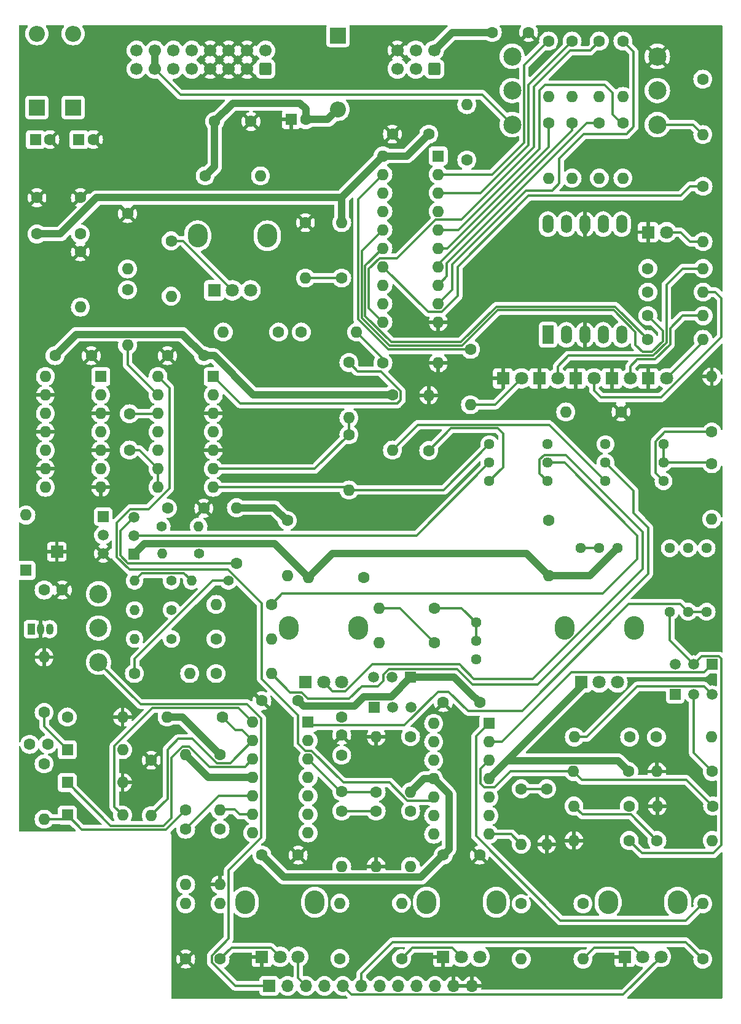
<source format=gbl>
G04 #@! TF.GenerationSoftware,KiCad,Pcbnew,8.0.3*
G04 #@! TF.CreationDate,2024-09-16T17:54:24+02:00*
G04 #@! TF.ProjectId,DMH_VCO_40106_PCB,444d485f-5643-44f5-9f34-303130365f50,1*
G04 #@! TF.SameCoordinates,Original*
G04 #@! TF.FileFunction,Copper,L2,Bot*
G04 #@! TF.FilePolarity,Positive*
%FSLAX46Y46*%
G04 Gerber Fmt 4.6, Leading zero omitted, Abs format (unit mm)*
G04 Created by KiCad (PCBNEW 8.0.3) date 2024-09-16 17:54:24*
%MOMM*%
%LPD*%
G01*
G04 APERTURE LIST*
G04 Aperture macros list*
%AMRoundRect*
0 Rectangle with rounded corners*
0 $1 Rounding radius*
0 $2 $3 $4 $5 $6 $7 $8 $9 X,Y pos of 4 corners*
0 Add a 4 corners polygon primitive as box body*
4,1,4,$2,$3,$4,$5,$6,$7,$8,$9,$2,$3,0*
0 Add four circle primitives for the rounded corners*
1,1,$1+$1,$2,$3*
1,1,$1+$1,$4,$5*
1,1,$1+$1,$6,$7*
1,1,$1+$1,$8,$9*
0 Add four rect primitives between the rounded corners*
20,1,$1+$1,$2,$3,$4,$5,0*
20,1,$1+$1,$4,$5,$6,$7,0*
20,1,$1+$1,$6,$7,$8,$9,0*
20,1,$1+$1,$8,$9,$2,$3,0*%
G04 Aperture macros list end*
G04 #@! TA.AperFunction,ComponentPad*
%ADD10R,1.800000X1.800000*%
G04 #@! TD*
G04 #@! TA.AperFunction,ComponentPad*
%ADD11C,1.800000*%
G04 #@! TD*
G04 #@! TA.AperFunction,ComponentPad*
%ADD12O,2.720000X3.240000*%
G04 #@! TD*
G04 #@! TA.AperFunction,ComponentPad*
%ADD13C,1.440000*%
G04 #@! TD*
G04 #@! TA.AperFunction,ComponentPad*
%ADD14C,2.500000*%
G04 #@! TD*
G04 #@! TA.AperFunction,ComponentPad*
%ADD15R,1.524000X2.524000*%
G04 #@! TD*
G04 #@! TA.AperFunction,ComponentPad*
%ADD16O,1.524000X2.524000*%
G04 #@! TD*
G04 #@! TA.AperFunction,ComponentPad*
%ADD17R,1.700000X1.700000*%
G04 #@! TD*
G04 #@! TA.AperFunction,ComponentPad*
%ADD18R,2.200000X2.200000*%
G04 #@! TD*
G04 #@! TA.AperFunction,ComponentPad*
%ADD19O,2.200000X2.200000*%
G04 #@! TD*
G04 #@! TA.AperFunction,ComponentPad*
%ADD20C,1.600000*%
G04 #@! TD*
G04 #@! TA.AperFunction,ComponentPad*
%ADD21O,1.600000X1.600000*%
G04 #@! TD*
G04 #@! TA.AperFunction,ComponentPad*
%ADD22R,1.600000X1.600000*%
G04 #@! TD*
G04 #@! TA.AperFunction,ComponentPad*
%ADD23C,1.400000*%
G04 #@! TD*
G04 #@! TA.AperFunction,ComponentPad*
%ADD24O,1.400000X1.400000*%
G04 #@! TD*
G04 #@! TA.AperFunction,ComponentPad*
%ADD25RoundRect,0.250000X0.600000X-0.600000X0.600000X0.600000X-0.600000X0.600000X-0.600000X-0.600000X0*%
G04 #@! TD*
G04 #@! TA.AperFunction,ComponentPad*
%ADD26C,1.700000*%
G04 #@! TD*
G04 #@! TA.AperFunction,ComponentPad*
%ADD27R,1.500000X1.500000*%
G04 #@! TD*
G04 #@! TA.AperFunction,ComponentPad*
%ADD28C,1.500000*%
G04 #@! TD*
G04 #@! TA.AperFunction,ComponentPad*
%ADD29R,1.050000X1.500000*%
G04 #@! TD*
G04 #@! TA.AperFunction,ComponentPad*
%ADD30O,1.050000X1.500000*%
G04 #@! TD*
G04 #@! TA.AperFunction,ComponentPad*
%ADD31O,1.700000X1.700000*%
G04 #@! TD*
G04 #@! TA.AperFunction,Conductor*
%ADD32C,1.000000*%
G04 #@! TD*
G04 #@! TA.AperFunction,Conductor*
%ADD33C,0.300000*%
G04 #@! TD*
G04 APERTURE END LIST*
D10*
X133225000Y-111620000D03*
D11*
X135765000Y-111620000D03*
D12*
X82700000Y-183750000D03*
X92300000Y-183750000D03*
D10*
X85000000Y-191250000D03*
D11*
X87500000Y-191250000D03*
X90000000Y-191250000D03*
D13*
X124350000Y-120700000D03*
X124350000Y-123240000D03*
X124350000Y-125780000D03*
D12*
X126700000Y-145975000D03*
X136300000Y-145975000D03*
D10*
X129000000Y-153475000D03*
D11*
X131500000Y-153475000D03*
X134000000Y-153475000D03*
D14*
X119500000Y-76700000D03*
X119500000Y-72000000D03*
X119500000Y-67300000D03*
D12*
X107700000Y-183750000D03*
X117300000Y-183750000D03*
D10*
X110000000Y-191250000D03*
D11*
X112500000Y-191250000D03*
X115000000Y-191250000D03*
D10*
X118225000Y-111620000D03*
D11*
X120765000Y-111620000D03*
D10*
X123225000Y-111620000D03*
D11*
X125765000Y-111620000D03*
D13*
X132350000Y-120700000D03*
X132350000Y-123240000D03*
X132350000Y-125780000D03*
D10*
X138225000Y-91500000D03*
D11*
X140765000Y-91500000D03*
D13*
X140350000Y-120700000D03*
X140350000Y-123240000D03*
X140350000Y-125780000D03*
D10*
X138225000Y-111620000D03*
D11*
X140765000Y-111620000D03*
D15*
X124420000Y-105620000D03*
D16*
X126960000Y-105620000D03*
X129500000Y-105620000D03*
X132040000Y-105620000D03*
X134580000Y-105620000D03*
X134580000Y-90380000D03*
X132040000Y-90380000D03*
X129500000Y-90380000D03*
X126960000Y-90380000D03*
X124420000Y-90380000D03*
D14*
X62500000Y-150700000D03*
X62500000Y-146000000D03*
X62500000Y-141300000D03*
D10*
X128225000Y-111620000D03*
D11*
X130765000Y-111620000D03*
D14*
X139500000Y-76700000D03*
X139500000Y-72000000D03*
X139500000Y-67300000D03*
D12*
X88700000Y-145975000D03*
X98300000Y-145975000D03*
D10*
X91000000Y-153475000D03*
D11*
X93500000Y-153475000D03*
X96000000Y-153475000D03*
D17*
X56750000Y-135500000D03*
D12*
X132700000Y-183750000D03*
X142300000Y-183750000D03*
D10*
X135000000Y-191250000D03*
D11*
X137500000Y-191250000D03*
X140000000Y-191250000D03*
D12*
X76150000Y-92000000D03*
X85750000Y-92000000D03*
D10*
X78450000Y-99500000D03*
D11*
X80950000Y-99500000D03*
X83450000Y-99500000D03*
D13*
X116350000Y-120700000D03*
X116350000Y-123240000D03*
X116350000Y-125780000D03*
D18*
X54000000Y-74330000D03*
D19*
X54000000Y-64170000D03*
D20*
X96000000Y-97810000D03*
D21*
X96000000Y-90190000D03*
D20*
X138190000Y-103000000D03*
D21*
X145810000Y-103000000D03*
D22*
X109300000Y-81010000D03*
D21*
X109300000Y-83550000D03*
X109300000Y-86090000D03*
X109300000Y-88630000D03*
X109300000Y-91170000D03*
X109300000Y-93710000D03*
X109300000Y-96250000D03*
X109300000Y-98790000D03*
X109300000Y-101330000D03*
X109300000Y-103870000D03*
X101680000Y-103870000D03*
X101680000Y-101330000D03*
X101680000Y-98790000D03*
X101680000Y-96250000D03*
X101680000Y-93710000D03*
X101680000Y-91170000D03*
X101680000Y-88630000D03*
X101680000Y-86090000D03*
X101680000Y-83550000D03*
X101680000Y-81010000D03*
D20*
X103000000Y-113880000D03*
D21*
X103000000Y-121500000D03*
D22*
X53794888Y-78750000D03*
D20*
X55794888Y-78750000D03*
X120750000Y-183940000D03*
D21*
X120750000Y-191560000D03*
D20*
X134750000Y-65190000D03*
D21*
X134750000Y-72810000D03*
D22*
X91370000Y-158960000D03*
D21*
X91370000Y-161500000D03*
X91370000Y-164040000D03*
X91370000Y-166580000D03*
X91370000Y-169120000D03*
X91370000Y-171660000D03*
X91370000Y-174200000D03*
X83750000Y-174200000D03*
X83750000Y-171660000D03*
X83750000Y-169120000D03*
X83750000Y-166580000D03*
X83750000Y-164040000D03*
X83750000Y-161500000D03*
X83750000Y-158960000D03*
D23*
X72540000Y-143500000D03*
D24*
X67460000Y-143500000D03*
D25*
X85500000Y-69040000D03*
D26*
X85500000Y-66500000D03*
X82960000Y-69040000D03*
X82960000Y-66500000D03*
X80420000Y-69040000D03*
X80420000Y-66500000D03*
X77880000Y-69040000D03*
X77880000Y-66500000D03*
X75340000Y-69040000D03*
X75340000Y-66500000D03*
X72800000Y-69040000D03*
X72800000Y-66500000D03*
X70260000Y-69040000D03*
X70260000Y-66500000D03*
X67720000Y-69040000D03*
X67720000Y-66500000D03*
D20*
X58190000Y-158250000D03*
D21*
X65810000Y-158250000D03*
D20*
X116750000Y-64000000D03*
X121750000Y-64000000D03*
D22*
X78300000Y-111375000D03*
D21*
X78300000Y-113915000D03*
X78300000Y-116455000D03*
X78300000Y-118995000D03*
X78300000Y-121535000D03*
X78300000Y-124075000D03*
X78300000Y-126615000D03*
X70680000Y-126615000D03*
X70680000Y-124075000D03*
X70680000Y-121535000D03*
X70680000Y-118995000D03*
X70680000Y-116455000D03*
X70680000Y-113915000D03*
X70680000Y-111375000D03*
D20*
X87310000Y-105250000D03*
D21*
X79690000Y-105250000D03*
D20*
X147060000Y-165750000D03*
D21*
X139440000Y-165750000D03*
D20*
X77000000Y-129500000D03*
X72000000Y-129500000D03*
X108000000Y-121560000D03*
D21*
X108000000Y-113940000D03*
D20*
X99060000Y-139000000D03*
D21*
X91440000Y-139000000D03*
D20*
X147000000Y-123380000D03*
D21*
X147000000Y-131000000D03*
D20*
X124500000Y-65190000D03*
D21*
X124500000Y-72810000D03*
D20*
X60000000Y-94190000D03*
D21*
X60000000Y-101810000D03*
D20*
X54000000Y-91750000D03*
X54000000Y-86750000D03*
X139380000Y-161000000D03*
D21*
X147000000Y-161000000D03*
D20*
X66500000Y-99440000D03*
D21*
X66500000Y-107060000D03*
D20*
X120750000Y-168130000D03*
D21*
X120750000Y-175750000D03*
D27*
X63140000Y-130670000D03*
D28*
X63140000Y-133210000D03*
X63140000Y-135750000D03*
D22*
X89044888Y-76000000D03*
D20*
X91044888Y-76000000D03*
X124500000Y-76440000D03*
D21*
X124500000Y-84060000D03*
D20*
X131500000Y-65190000D03*
D21*
X131500000Y-72810000D03*
D20*
X77190000Y-83750000D03*
D21*
X84810000Y-83750000D03*
D20*
X127750000Y-65190000D03*
D21*
X127750000Y-72810000D03*
D20*
X96000000Y-160750000D03*
X96000000Y-158250000D03*
X127750000Y-76440000D03*
D21*
X127750000Y-84060000D03*
D20*
X91000000Y-90190000D03*
D21*
X91000000Y-97810000D03*
D20*
X108810000Y-143250000D03*
D21*
X101190000Y-143250000D03*
D20*
X138190000Y-96500000D03*
D21*
X145810000Y-96500000D03*
D23*
X72540000Y-147500000D03*
D24*
X67460000Y-147500000D03*
D20*
X138190000Y-106250000D03*
D21*
X145810000Y-106250000D03*
D20*
X90440000Y-105250000D03*
D21*
X98060000Y-105250000D03*
D20*
X124500000Y-131190000D03*
D21*
X124500000Y-138810000D03*
D20*
X138190000Y-99750000D03*
D21*
X145810000Y-99750000D03*
D20*
X86310000Y-142750000D03*
D21*
X78690000Y-142750000D03*
D27*
X141960000Y-155140000D03*
D28*
X144500000Y-155140000D03*
X147040000Y-155140000D03*
D13*
X114500000Y-150290000D03*
X114500000Y-147750000D03*
X114500000Y-145210000D03*
D20*
X96000000Y-163500000D03*
X96000000Y-168500000D03*
X53000000Y-162000000D03*
X55500000Y-162000000D03*
X79560000Y-158250000D03*
D21*
X71940000Y-158250000D03*
D20*
X100750000Y-171190000D03*
D21*
X100750000Y-178810000D03*
D20*
X96000000Y-171190000D03*
D21*
X96000000Y-178810000D03*
D20*
X66500000Y-88940000D03*
D21*
X66500000Y-96560000D03*
D20*
X69750000Y-164190000D03*
D21*
X69750000Y-171810000D03*
D20*
X74500000Y-191560000D03*
D21*
X74500000Y-183940000D03*
D13*
X128950000Y-135000000D03*
X131490000Y-135000000D03*
X134030000Y-135000000D03*
D20*
X113250000Y-81560000D03*
D21*
X113250000Y-73940000D03*
D20*
X74500000Y-173690000D03*
D21*
X74500000Y-181310000D03*
D20*
X134750000Y-76440000D03*
D21*
X134750000Y-84060000D03*
D20*
X55000000Y-140750000D03*
X57500000Y-140750000D03*
X66750000Y-121500000D03*
X66750000Y-116500000D03*
X104250000Y-191500000D03*
D21*
X104250000Y-183880000D03*
D20*
X79250000Y-173690000D03*
D21*
X79250000Y-181310000D03*
D20*
X145800000Y-85180000D03*
D21*
X145800000Y-92800000D03*
D27*
X105500000Y-152750000D03*
D28*
X102960000Y-152750000D03*
X100420000Y-152750000D03*
D20*
X79250000Y-191560000D03*
D21*
X79250000Y-183940000D03*
D22*
X62800000Y-111375000D03*
D21*
X62800000Y-113915000D03*
X62800000Y-116455000D03*
X62800000Y-118995000D03*
X62800000Y-121535000D03*
X62800000Y-124075000D03*
X62800000Y-126615000D03*
X55180000Y-126615000D03*
X55180000Y-124075000D03*
X55180000Y-121535000D03*
X55180000Y-118995000D03*
X55180000Y-116455000D03*
X55180000Y-113915000D03*
X55180000Y-111375000D03*
D23*
X80400000Y-139500000D03*
D24*
X75320000Y-139500000D03*
D20*
X72500000Y-92690000D03*
D21*
X72500000Y-100310000D03*
D22*
X58190000Y-167250000D03*
D21*
X65810000Y-167250000D03*
D20*
X134500000Y-116250000D03*
D21*
X126880000Y-116250000D03*
D20*
X147000000Y-119000000D03*
D21*
X147000000Y-111380000D03*
D20*
X145750000Y-191560000D03*
D21*
X145750000Y-183940000D03*
D27*
X67390000Y-135790000D03*
D28*
X67390000Y-133250000D03*
X67390000Y-130710000D03*
D20*
X101690000Y-109500000D03*
D21*
X109310000Y-109500000D03*
D20*
X115000000Y-156250000D03*
X110000000Y-156250000D03*
X60000000Y-91750000D03*
X60000000Y-86750000D03*
D22*
X58190000Y-171750000D03*
D21*
X65810000Y-171750000D03*
D20*
X100750000Y-168560000D03*
D21*
X100750000Y-160940000D03*
D27*
X147040000Y-151000000D03*
D28*
X144500000Y-151000000D03*
X141960000Y-151000000D03*
D20*
X135620000Y-170500000D03*
D21*
X128000000Y-170500000D03*
D20*
X108810000Y-148000000D03*
D21*
X101190000Y-148000000D03*
D22*
X116300000Y-159125000D03*
D21*
X116300000Y-161665000D03*
X116300000Y-164205000D03*
X116300000Y-166745000D03*
X116300000Y-169285000D03*
X116300000Y-171825000D03*
X116300000Y-174365000D03*
X108680000Y-174365000D03*
X108680000Y-171825000D03*
X108680000Y-169285000D03*
X108680000Y-166745000D03*
X108680000Y-164205000D03*
X108680000Y-161665000D03*
X108680000Y-159125000D03*
D20*
X78690000Y-147500000D03*
D21*
X86310000Y-147500000D03*
D20*
X129250000Y-183940000D03*
D21*
X129250000Y-191560000D03*
D20*
X95750000Y-191500000D03*
D21*
X95750000Y-183880000D03*
D20*
X145750000Y-70440000D03*
D21*
X145750000Y-78060000D03*
D22*
X59794888Y-78750000D03*
D20*
X61794888Y-78750000D03*
D23*
X72540000Y-139500000D03*
D24*
X67460000Y-139500000D03*
D20*
X147120000Y-170500000D03*
D21*
X139500000Y-170500000D03*
D20*
X108000000Y-78000000D03*
X103000000Y-78000000D03*
X105500000Y-171190000D03*
D21*
X105500000Y-178810000D03*
D23*
X76330000Y-135750000D03*
D24*
X71250000Y-135750000D03*
D18*
X95500000Y-64420000D03*
D19*
X95500000Y-74580000D03*
D20*
X56500000Y-108500000D03*
X61500000Y-108500000D03*
D25*
X108750000Y-69000000D03*
D26*
X108750000Y-66460000D03*
X106210000Y-69000000D03*
X106210000Y-66460000D03*
X103670000Y-69000000D03*
X103670000Y-66460000D03*
D20*
X55000000Y-157620000D03*
D21*
X55000000Y-150000000D03*
D20*
X77000000Y-108500000D03*
X72000000Y-108500000D03*
X90000000Y-177250000D03*
X85000000Y-177250000D03*
X55000000Y-164690000D03*
D21*
X55000000Y-172310000D03*
D22*
X58190000Y-162750000D03*
D21*
X65810000Y-162750000D03*
D20*
X115000000Y-177250000D03*
X110000000Y-177250000D03*
D23*
X71210000Y-132000000D03*
D24*
X76290000Y-132000000D03*
D20*
X113750000Y-107630000D03*
D21*
X113750000Y-115250000D03*
D20*
X135620000Y-175250000D03*
D21*
X128000000Y-175250000D03*
D20*
X97000000Y-119380000D03*
D21*
X97000000Y-127000000D03*
D20*
X78690000Y-152250000D03*
D21*
X86310000Y-152250000D03*
D13*
X146290000Y-143750000D03*
X143750000Y-143750000D03*
X141210000Y-143750000D03*
D20*
X67440000Y-152250000D03*
D21*
X75060000Y-152250000D03*
D13*
X146290000Y-135000000D03*
X143750000Y-135000000D03*
X141210000Y-135000000D03*
D20*
X124250000Y-168130000D03*
D21*
X124250000Y-175750000D03*
D20*
X81500000Y-137060000D03*
D21*
X81500000Y-129440000D03*
D29*
X53230000Y-146140000D03*
D30*
X54500000Y-146140000D03*
X55770000Y-146140000D03*
D20*
X79250000Y-163440000D03*
D21*
X79250000Y-171060000D03*
D20*
X88500000Y-131190000D03*
D21*
X88500000Y-138810000D03*
D20*
X131500000Y-76440000D03*
D21*
X131500000Y-84060000D03*
D18*
X59000000Y-74330000D03*
D19*
X59000000Y-64170000D03*
D20*
X90000000Y-156000000D03*
X85000000Y-156000000D03*
X83500000Y-76250000D03*
X78500000Y-76250000D03*
X105500000Y-160940000D03*
D21*
X105500000Y-168560000D03*
D22*
X52500000Y-138060000D03*
D21*
X52500000Y-130440000D03*
D20*
X139440000Y-175250000D03*
D21*
X147060000Y-175250000D03*
D20*
X97000000Y-109440000D03*
D21*
X97000000Y-117060000D03*
D17*
X86010000Y-195250000D03*
D31*
X88550000Y-195250000D03*
X91090000Y-195250000D03*
X93630000Y-195250000D03*
X96170000Y-195250000D03*
X98710000Y-195250000D03*
X101250000Y-195250000D03*
X103790000Y-195250000D03*
X106330000Y-195250000D03*
X108870000Y-195250000D03*
X111410000Y-195250000D03*
X113950000Y-195250000D03*
D20*
X74500000Y-171060000D03*
D21*
X74500000Y-163440000D03*
D27*
X100460000Y-156890000D03*
D28*
X103000000Y-156890000D03*
X105540000Y-156890000D03*
D20*
X135560000Y-165750000D03*
D21*
X127940000Y-165750000D03*
D20*
X135680000Y-161000000D03*
D21*
X128060000Y-161000000D03*
D32*
X129500000Y-91250000D02*
X129500000Y-90380000D01*
X71940000Y-158250000D02*
X74060000Y-158250000D01*
X77000000Y-108500000D02*
X74060000Y-105560000D01*
X81500000Y-129440000D02*
X86690000Y-129440000D01*
X83805000Y-113880000D02*
X78425000Y-108500000D01*
X90000000Y-156000000D02*
X90750000Y-156750000D01*
X86690000Y-129440000D02*
X88440000Y-131190000D01*
X116300000Y-166745000D02*
X118795000Y-164250000D01*
X111500000Y-152750000D02*
X113500000Y-154750000D01*
X113500000Y-154750000D02*
X115000000Y-156250000D01*
X118795000Y-164250000D02*
X134060000Y-164250000D01*
X105500000Y-152750000D02*
X111500000Y-152750000D01*
X78425000Y-108500000D02*
X77000000Y-108500000D01*
X102810000Y-155440000D02*
X105500000Y-152750000D01*
X129000000Y-154045000D02*
X118795000Y-164250000D01*
X103000000Y-113880000D02*
X83805000Y-113880000D01*
X59440000Y-105560000D02*
X56500000Y-108500000D01*
X90750000Y-156750000D02*
X97750000Y-156750000D01*
X99060000Y-155440000D02*
X102810000Y-155440000D01*
X97750000Y-156750000D02*
X99060000Y-155440000D01*
X129000000Y-153475000D02*
X129000000Y-154045000D01*
X74060000Y-105560000D02*
X59440000Y-105560000D01*
X88440000Y-131190000D02*
X88500000Y-131190000D01*
X74060000Y-158250000D02*
X79250000Y-163440000D01*
X134060000Y-164250000D02*
X135560000Y-165750000D01*
X110000000Y-177250000D02*
X110799999Y-176450001D01*
X91044888Y-74544888D02*
X91044888Y-76000000D01*
X91440000Y-139000000D02*
X86790000Y-134350000D01*
X88060000Y-180310000D02*
X106940000Y-180310000D01*
X90250000Y-73750000D02*
X91044888Y-74544888D01*
X78500000Y-76250000D02*
X78500000Y-82440000D01*
X107315000Y-166745000D02*
X105500000Y-168560000D01*
X77640000Y-166580000D02*
X83750000Y-166580000D01*
X134000000Y-135000000D02*
X134030000Y-135000000D01*
X94080000Y-76000000D02*
X91044888Y-76000000D01*
X106940000Y-180310000D02*
X110000000Y-177250000D01*
X110799999Y-168864999D02*
X108680000Y-166745000D01*
X68830000Y-134350000D02*
X67390000Y-135790000D01*
X78500000Y-82440000D02*
X77190000Y-83750000D01*
X121440000Y-135750000D02*
X124500000Y-138810000D01*
X81000000Y-73750000D02*
X90250000Y-73750000D01*
X85000000Y-177250000D02*
X88060000Y-180310000D01*
X95500000Y-74580000D02*
X94080000Y-76000000D01*
X108680000Y-166745000D02*
X107315000Y-166745000D01*
X86790000Y-134350000D02*
X68830000Y-134350000D01*
X78500000Y-76250000D02*
X81000000Y-73750000D01*
X91440000Y-139000000D02*
X94690000Y-135750000D01*
X124500000Y-138810000D02*
X130190000Y-138810000D01*
X110799999Y-176450001D02*
X110799999Y-168864999D01*
X74500000Y-163440000D02*
X77640000Y-166580000D01*
X130190000Y-138810000D02*
X134000000Y-135000000D01*
X94690000Y-135750000D02*
X121440000Y-135750000D01*
X101680000Y-81070000D02*
X101680000Y-81010000D01*
X111210000Y-64000000D02*
X108750000Y-66460000D01*
X104990000Y-81010000D02*
X108000000Y-78000000D01*
X62250000Y-86750000D02*
X57250000Y-91750000D01*
X96000000Y-86750000D02*
X62250000Y-86750000D01*
X116750000Y-64000000D02*
X111210000Y-64000000D01*
X96000000Y-86750000D02*
X101680000Y-81070000D01*
X101680000Y-81010000D02*
X104990000Y-81010000D01*
X96000000Y-90190000D02*
X96000000Y-86750000D01*
X57250000Y-91750000D02*
X54000000Y-91750000D01*
D33*
X66500000Y-109735000D02*
X70680000Y-113915000D01*
X66500000Y-107060000D02*
X66500000Y-109735000D01*
X67460000Y-139500000D02*
X68510000Y-138450000D01*
X68510000Y-138450000D02*
X74270000Y-138450000D01*
X74270000Y-138450000D02*
X75320000Y-139500000D01*
X79070000Y-169120000D02*
X83750000Y-169120000D01*
X74500000Y-173690000D02*
X79070000Y-169120000D01*
X77776346Y-165090000D02*
X74976346Y-162290000D01*
X72500000Y-172186346D02*
X71436346Y-173250000D01*
X72500000Y-163813654D02*
X72500000Y-172186346D01*
X74023654Y-162290000D02*
X72500000Y-163813654D01*
X71436346Y-173250000D02*
X64190000Y-173250000D01*
X74976346Y-162290000D02*
X74023654Y-162290000D01*
X83750000Y-164040000D02*
X82700000Y-165090000D01*
X64190000Y-173250000D02*
X58190000Y-167250000D01*
X82700000Y-165090000D02*
X77776346Y-165090000D01*
X55000000Y-159560000D02*
X58190000Y-162750000D01*
X55000000Y-157620000D02*
X55000000Y-159560000D01*
X55000000Y-172310000D02*
X57630000Y-172310000D01*
X60190000Y-173750000D02*
X71810000Y-173750000D01*
X58190000Y-171750000D02*
X60190000Y-173750000D01*
X71810000Y-173750000D02*
X74500000Y-171060000D01*
X57630000Y-172310000D02*
X58190000Y-171750000D01*
X64660000Y-162273654D02*
X69933654Y-157000000D01*
X81790000Y-157000000D02*
X83750000Y-158960000D01*
X65810000Y-171750000D02*
X64660000Y-170600000D01*
X64660000Y-170600000D02*
X64660000Y-162273654D01*
X69933654Y-157000000D02*
X81790000Y-157000000D01*
X101690000Y-108880000D02*
X101690000Y-109500000D01*
X98060000Y-105250000D02*
X101690000Y-108880000D01*
X117135000Y-115250000D02*
X120765000Y-111620000D01*
X113750000Y-115250000D02*
X117135000Y-115250000D01*
X146310000Y-96500000D02*
X143000000Y-96500000D01*
X140750000Y-106707107D02*
X138957107Y-108500000D01*
X140750000Y-98750000D02*
X140750000Y-106707107D01*
X127250000Y-108500000D02*
X125765000Y-109985000D01*
X143000000Y-96500000D02*
X140750000Y-98750000D01*
X125765000Y-109985000D02*
X125765000Y-111620000D01*
X138957107Y-108500000D02*
X127250000Y-108500000D01*
X131750000Y-114250000D02*
X140000000Y-114250000D01*
X148350000Y-100600000D02*
X147500000Y-99750000D01*
X140000000Y-114250000D02*
X148350000Y-105900000D01*
X130765000Y-111620000D02*
X130765000Y-113265000D01*
X147500000Y-99750000D02*
X146310000Y-99750000D01*
X130765000Y-113265000D02*
X131750000Y-114250000D01*
X148350000Y-105900000D02*
X148350000Y-100600000D01*
X143000000Y-103000000D02*
X146310000Y-103000000D01*
X136750000Y-109000000D02*
X139164214Y-109000000D01*
X135765000Y-111620000D02*
X135765000Y-109985000D01*
X141250000Y-104750000D02*
X143000000Y-103000000D01*
X135765000Y-109985000D02*
X136750000Y-109000000D01*
X141250000Y-106914214D02*
X141250000Y-104750000D01*
X139164214Y-109000000D02*
X141250000Y-106914214D01*
X140940000Y-111620000D02*
X140765000Y-111620000D01*
X140765000Y-111620000D02*
X146135000Y-106250000D01*
X146135000Y-106250000D02*
X146310000Y-106250000D01*
X140765000Y-91500000D02*
X142690000Y-91500000D01*
X144010000Y-92800000D02*
X144000000Y-92810000D01*
X142690000Y-91500000D02*
X144000000Y-92810000D01*
X145800000Y-92800000D02*
X144010000Y-92800000D01*
X81313654Y-195250000D02*
X86010000Y-195250000D01*
X82976346Y-156476346D02*
X84900000Y-158400000D01*
X62500000Y-150700000D02*
X68276346Y-156476346D01*
X80426447Y-179323553D02*
X80426447Y-188757207D01*
X78100000Y-192036346D02*
X81313654Y-195250000D01*
X80426447Y-188757207D02*
X78100000Y-191083654D01*
X68276346Y-156476346D02*
X82976346Y-156476346D01*
X78100000Y-191083654D02*
X78100000Y-192036346D01*
X84900000Y-158400000D02*
X84900000Y-174850000D01*
X84900000Y-174850000D02*
X80426447Y-179323553D01*
X91090000Y-195250000D02*
X90000000Y-194160000D01*
X90000000Y-194160000D02*
X90000000Y-191250000D01*
X134800000Y-196450000D02*
X97370000Y-196450000D01*
X140000000Y-191250000D02*
X134800000Y-196450000D01*
X97370000Y-196450000D02*
X96170000Y-195250000D01*
X103000000Y-189250000D02*
X143440000Y-189250000D01*
X143440000Y-189250000D02*
X145750000Y-191560000D01*
X98710000Y-195250000D02*
X98710000Y-193540000D01*
X98710000Y-193540000D02*
X103000000Y-189250000D01*
X101680000Y-83550000D02*
X98250000Y-86980000D01*
X98250000Y-86980000D02*
X98250000Y-103480560D01*
X102399440Y-107630000D02*
X113750000Y-107630000D01*
X98250000Y-103480560D02*
X102399440Y-107630000D01*
X70260000Y-69040000D02*
X73783654Y-72563654D01*
D32*
X70260000Y-66500000D02*
X70260000Y-69040000D01*
D33*
X73783654Y-72563654D02*
X115363654Y-72563654D01*
X115363654Y-72563654D02*
X119500000Y-76700000D01*
X106340000Y-133250000D02*
X67390000Y-133250000D01*
X116350000Y-123240000D02*
X106340000Y-133250000D01*
X65500000Y-136000000D02*
X66560000Y-137060000D01*
X67390000Y-130710000D02*
X65500000Y-132600000D01*
X65500000Y-132600000D02*
X65500000Y-136000000D01*
X66560000Y-137060000D02*
X81500000Y-137060000D01*
X72250000Y-112945000D02*
X72250000Y-126750000D01*
X90000000Y-158000000D02*
X90000000Y-161890000D01*
X108215000Y-169750000D02*
X108680000Y-169285000D01*
X72250000Y-126750000D02*
X69390000Y-129610000D01*
X85000000Y-142615075D02*
X85000000Y-153000000D01*
X70680000Y-111375000D02*
X72250000Y-112945000D01*
X105063654Y-169750000D02*
X108215000Y-169750000D01*
X90000000Y-161890000D02*
X91000000Y-162890000D01*
X65000000Y-131500000D02*
X65000000Y-136207107D01*
X96206346Y-167250000D02*
X102563654Y-167250000D01*
X91846346Y-162890000D02*
X96206346Y-167250000D01*
X65000000Y-136207107D02*
X66742893Y-137950000D01*
X80334925Y-137950000D02*
X85000000Y-142615075D01*
X85000000Y-153000000D02*
X90000000Y-158000000D01*
X102563654Y-167250000D02*
X105063654Y-169750000D01*
X66890000Y-129610000D02*
X65000000Y-131500000D01*
X66742893Y-137950000D02*
X80334925Y-137950000D01*
X69390000Y-129610000D02*
X66890000Y-129610000D01*
X91000000Y-162890000D02*
X91846346Y-162890000D01*
X101190000Y-143250000D02*
X104060000Y-143250000D01*
X104060000Y-143250000D02*
X108810000Y-148000000D01*
X135840000Y-171650000D02*
X139440000Y-175250000D01*
X147040000Y-151000000D02*
X145940000Y-152100000D01*
X145940000Y-152100000D02*
X127650000Y-152100000D01*
X129150000Y-171650000D02*
X135840000Y-171650000D01*
X118085000Y-161665000D02*
X116300000Y-161665000D01*
X127650000Y-152100000D02*
X118085000Y-161665000D01*
X128000000Y-170500000D02*
X129150000Y-171650000D01*
X145600000Y-149900000D02*
X148000000Y-149900000D01*
X144500000Y-151000000D02*
X145600000Y-149900000D01*
X137370000Y-177000000D02*
X135620000Y-175250000D01*
X148350000Y-175900000D02*
X147250000Y-177000000D01*
X147250000Y-177000000D02*
X137370000Y-177000000D01*
X148350000Y-150250000D02*
X148350000Y-175900000D01*
X141210000Y-147710000D02*
X144500000Y-151000000D01*
X141210000Y-143750000D02*
X141210000Y-147710000D01*
X148000000Y-149900000D02*
X148350000Y-150250000D01*
X147040000Y-155140000D02*
X145940000Y-154040000D01*
X145940000Y-154040000D02*
X136710000Y-154040000D01*
X136710000Y-154040000D02*
X129750000Y-161000000D01*
X129750000Y-161000000D02*
X128060000Y-161000000D01*
X117105000Y-167895000D02*
X115645000Y-167895000D01*
X127940000Y-165750000D02*
X129090000Y-166900000D01*
X129090000Y-166900000D02*
X143520000Y-166900000D01*
X127940000Y-165750000D02*
X119250000Y-165750000D01*
X143520000Y-166900000D02*
X147120000Y-170500000D01*
X119250000Y-165750000D02*
X117105000Y-167895000D01*
X115645000Y-167895000D02*
X115150000Y-167400000D01*
X115150000Y-167400000D02*
X115150000Y-165355000D01*
X115150000Y-165355000D02*
X116300000Y-164205000D01*
X144500000Y-155140000D02*
X144500000Y-163190000D01*
X144500000Y-163190000D02*
X147060000Y-165750000D01*
X72500000Y-92690000D02*
X74140000Y-92690000D01*
X74140000Y-92690000D02*
X80950000Y-99500000D01*
X140350000Y-125780000D02*
X139250000Y-124680000D01*
X139250000Y-120286791D02*
X140536791Y-119000000D01*
X139250000Y-124680000D02*
X139250000Y-120286791D01*
X140536791Y-119000000D02*
X147000000Y-119000000D01*
X96615000Y-126615000D02*
X97000000Y-127000000D01*
X78300000Y-126615000D02*
X96615000Y-126615000D01*
X97000000Y-127000000D02*
X110050000Y-127000000D01*
X110050000Y-127000000D02*
X116350000Y-120700000D01*
X79560000Y-158250000D02*
X81310000Y-160000000D01*
X72000000Y-162750000D02*
X72000000Y-169500000D01*
X73500000Y-161250000D02*
X72000000Y-162750000D01*
X80660000Y-164590000D02*
X78773654Y-164590000D01*
X78773654Y-164590000D02*
X75433654Y-161250000D01*
X72000000Y-169500000D02*
X69750000Y-171750000D01*
X83750000Y-161500000D02*
X80660000Y-164590000D01*
X81310000Y-160000000D02*
X82250000Y-160000000D01*
X69750000Y-171750000D02*
X69750000Y-171810000D01*
X75433654Y-161250000D02*
X73500000Y-161250000D01*
X82250000Y-160000000D02*
X83750000Y-161500000D01*
X79250000Y-191560000D02*
X80810000Y-190000000D01*
X86250000Y-190000000D02*
X87500000Y-191250000D01*
X80810000Y-190000000D02*
X86250000Y-190000000D01*
X111250000Y-190000000D02*
X112500000Y-191250000D01*
X105750000Y-190000000D02*
X111250000Y-190000000D01*
X104250000Y-191500000D02*
X105750000Y-190000000D01*
X104150000Y-114600000D02*
X104150000Y-113400000D01*
X78300000Y-111375000D02*
X81990000Y-115065000D01*
X103685000Y-115065000D02*
X104150000Y-114600000D01*
X81990000Y-115065000D02*
X103685000Y-115065000D01*
X104150000Y-113400000D02*
X101400000Y-110650000D01*
X98210000Y-110650000D02*
X97000000Y-109440000D01*
X101400000Y-110650000D02*
X98210000Y-110650000D01*
X96000000Y-171190000D02*
X100750000Y-171190000D01*
X68105000Y-121500000D02*
X70680000Y-124075000D01*
X66750000Y-121500000D02*
X68105000Y-121500000D01*
X70680000Y-126615000D02*
X70680000Y-124075000D01*
X129250000Y-191560000D02*
X130810000Y-190000000D01*
X130810000Y-190000000D02*
X136250000Y-190000000D01*
X136250000Y-190000000D02*
X137500000Y-191250000D01*
X124570000Y-118000000D02*
X132350000Y-125780000D01*
X103000000Y-121500000D02*
X106500000Y-118000000D01*
X106500000Y-118000000D02*
X124570000Y-118000000D01*
X97000000Y-119380000D02*
X97000000Y-117060000D01*
X78300000Y-124075000D02*
X92305000Y-124075000D01*
X92305000Y-124075000D02*
X97000000Y-119380000D01*
X66750000Y-116500000D02*
X70635000Y-116500000D01*
X70635000Y-116500000D02*
X70680000Y-116455000D01*
X119365000Y-174365000D02*
X120750000Y-175750000D01*
X116300000Y-174365000D02*
X119365000Y-174365000D01*
X108810000Y-143250000D02*
X112540000Y-143250000D01*
X112540000Y-143250000D02*
X114500000Y-145210000D01*
X114500000Y-147750000D02*
X114500000Y-145210000D01*
X79310000Y-171000000D02*
X79250000Y-171060000D01*
X83750000Y-171660000D02*
X81910000Y-171660000D01*
X81910000Y-171660000D02*
X81250000Y-171000000D01*
X81250000Y-171000000D02*
X79310000Y-171000000D01*
X91810000Y-159400000D02*
X91370000Y-158960000D01*
X143750000Y-143750000D02*
X142680000Y-142680000D01*
X109250000Y-154750000D02*
X104600000Y-159400000D01*
X104600000Y-159400000D02*
X91810000Y-159400000D01*
X120850000Y-157400000D02*
X113400000Y-157400000D01*
X146290000Y-143750000D02*
X143750000Y-143750000D01*
X110750000Y-154750000D02*
X109250000Y-154750000D01*
X135570000Y-142680000D02*
X120850000Y-157400000D01*
X113400000Y-157400000D02*
X110750000Y-154750000D01*
X142680000Y-142680000D02*
X135570000Y-142680000D01*
X117500000Y-118500000D02*
X118250000Y-119250000D01*
X108000000Y-121560000D02*
X111060000Y-118500000D01*
X118250000Y-119250000D02*
X118250000Y-123880000D01*
X111060000Y-118500000D02*
X117500000Y-118500000D01*
X118250000Y-123880000D02*
X116350000Y-125780000D01*
X132000000Y-141250000D02*
X87810000Y-141250000D01*
X87810000Y-141250000D02*
X86310000Y-142750000D01*
X136750000Y-136500000D02*
X132000000Y-141250000D01*
X136750000Y-133250000D02*
X136750000Y-136500000D01*
X126740000Y-123240000D02*
X136750000Y-133250000D01*
X124350000Y-123240000D02*
X126740000Y-123240000D01*
X136250000Y-127140000D02*
X136250000Y-130149734D01*
X91376346Y-155750000D02*
X90476346Y-154850000D01*
X102504365Y-151650000D02*
X101750000Y-152404365D01*
X101750000Y-153250000D02*
X101000000Y-154000000D01*
X101750000Y-152404365D02*
X101750000Y-153250000D01*
X111900000Y-151650000D02*
X102504365Y-151650000D01*
X132350000Y-123240000D02*
X136250000Y-127140000D01*
X136250000Y-130149734D02*
X138250000Y-132149734D01*
X138250000Y-132149734D02*
X138250000Y-138500000D01*
X138250000Y-138500000D02*
X123000000Y-153750000D01*
X98750000Y-154000000D02*
X97000000Y-155750000D01*
X88910000Y-154850000D02*
X86310000Y-152250000D01*
X101000000Y-154000000D02*
X98750000Y-154000000D01*
X97000000Y-155750000D02*
X91376346Y-155750000D01*
X123000000Y-153750000D02*
X114000000Y-153750000D01*
X90476346Y-154850000D02*
X88910000Y-154850000D01*
X114000000Y-153750000D02*
X111900000Y-151650000D01*
X96060000Y-168560000D02*
X96000000Y-168500000D01*
X91370000Y-164040000D02*
X95830000Y-168500000D01*
X95830000Y-168500000D02*
X96000000Y-168500000D01*
X100750000Y-168560000D02*
X96060000Y-168560000D01*
X91000000Y-97810000D02*
X96000000Y-97810000D01*
X140350000Y-123240000D02*
X146860000Y-123240000D01*
X146860000Y-123240000D02*
X147000000Y-123380000D01*
X140350000Y-120700000D02*
X140350000Y-123240000D01*
X109300000Y-95950000D02*
X109300000Y-96250000D01*
X127750000Y-77500000D02*
X109300000Y-95950000D01*
X127750000Y-77500000D02*
X127750000Y-76690000D01*
X127750000Y-76690000D02*
X128000000Y-76440000D01*
X124750000Y-76440000D02*
X124500000Y-76690000D01*
X110540000Y-93710000D02*
X109300000Y-93710000D01*
X124500000Y-76690000D02*
X124500000Y-79750000D01*
X124500000Y-79750000D02*
X110540000Y-93710000D01*
X127780000Y-65190000D02*
X121750000Y-71220000D01*
X121750000Y-71220000D02*
X121750000Y-79500000D01*
X115160000Y-86090000D02*
X109300000Y-86090000D01*
X121750000Y-79500000D02*
X115160000Y-86090000D01*
X128000000Y-65190000D02*
X127780000Y-65190000D01*
X121100000Y-79150000D02*
X116700000Y-83550000D01*
X121100000Y-68500000D02*
X121100000Y-79150000D01*
X124750000Y-65190000D02*
X124410000Y-65190000D01*
X124410000Y-65190000D02*
X121100000Y-68500000D01*
X116700000Y-83550000D02*
X109300000Y-83550000D01*
X131250000Y-76440000D02*
X129810000Y-76440000D01*
X110500000Y-97590000D02*
X109300000Y-98790000D01*
X129810000Y-76440000D02*
X110500000Y-95750000D01*
X110500000Y-95750000D02*
X110500000Y-97590000D01*
X126000000Y-84750000D02*
X125000000Y-85750000D01*
X126000000Y-81375000D02*
X126000000Y-84750000D01*
X125000000Y-85750000D02*
X121433654Y-85750000D01*
X111250000Y-99380000D02*
X109300000Y-101330000D01*
X111250000Y-95933654D02*
X111250000Y-99380000D01*
X136250000Y-77000000D02*
X135250000Y-78000000D01*
X129375000Y-78000000D02*
X126000000Y-81375000D01*
X134750000Y-65190000D02*
X136250000Y-66690000D01*
X135250000Y-78000000D02*
X129375000Y-78000000D01*
X136250000Y-66690000D02*
X136250000Y-77000000D01*
X121433654Y-85750000D02*
X111250000Y-95933654D01*
X124000000Y-71250000D02*
X132250000Y-71250000D01*
X112080000Y-91170000D02*
X123250000Y-80000000D01*
X123250000Y-72000000D02*
X124000000Y-71250000D01*
X109300000Y-91170000D02*
X112080000Y-91170000D01*
X132250000Y-71250000D02*
X133350000Y-72350000D01*
X123250000Y-80000000D02*
X123250000Y-72000000D01*
X133350000Y-75290000D02*
X134500000Y-76440000D01*
X133350000Y-72350000D02*
X133350000Y-75290000D01*
X136500000Y-105250000D02*
X136500000Y-107000000D01*
X112623654Y-107130000D02*
X117503654Y-102250000D01*
X101680000Y-91170000D02*
X98750000Y-94100000D01*
X137500000Y-108000000D02*
X138750000Y-108000000D01*
X102606547Y-107130000D02*
X112623654Y-107130000D01*
X140250000Y-105060000D02*
X138190000Y-103000000D01*
X98750000Y-103273453D02*
X102606547Y-107130000D01*
X136500000Y-107000000D02*
X137500000Y-108000000D01*
X117503654Y-102250000D02*
X133500000Y-102250000D01*
X98750000Y-94100000D02*
X98750000Y-103273453D01*
X138750000Y-108000000D02*
X140250000Y-106500000D01*
X133500000Y-102250000D02*
X136500000Y-105250000D01*
X140250000Y-106500000D02*
X140250000Y-105060000D01*
X117296548Y-101750000D02*
X112416548Y-106630000D01*
X99250000Y-103066346D02*
X99250000Y-96140000D01*
X102813654Y-106630000D02*
X99250000Y-103066346D01*
X99250000Y-96140000D02*
X101680000Y-93710000D01*
X112416548Y-106630000D02*
X102813654Y-106630000D01*
X138690000Y-106250000D02*
X138207106Y-106250000D01*
X138207106Y-106250000D02*
X133707106Y-101750000D01*
X133707106Y-101750000D02*
X117296548Y-101750000D01*
X112000000Y-96250000D02*
X112000000Y-100256346D01*
X145800000Y-85180000D02*
X144010000Y-85180000D01*
X142690000Y-86500000D02*
X121750000Y-86500000D01*
X107930000Y-102500000D02*
X101680000Y-96250000D01*
X121750000Y-86500000D02*
X112000000Y-96250000D01*
X112000000Y-100256346D02*
X109756346Y-102500000D01*
X144010000Y-85180000D02*
X142690000Y-86500000D01*
X109756346Y-102500000D02*
X107930000Y-102500000D01*
X101203654Y-95100000D02*
X99750000Y-96553654D01*
X131250000Y-65190000D02*
X131250000Y-65500000D01*
X127500000Y-66500000D02*
X122500000Y-71500000D01*
X112470000Y-89780000D02*
X108970000Y-89780000D01*
X131250000Y-65500000D02*
X130250000Y-66500000D01*
X103650000Y-95100000D02*
X101203654Y-95100000D01*
X108970000Y-89780000D02*
X103650000Y-95100000D01*
X122500000Y-71500000D02*
X122500000Y-79750000D01*
X122500000Y-79750000D02*
X112470000Y-89780000D01*
X130250000Y-66500000D02*
X127500000Y-66500000D01*
X99750000Y-101940000D02*
X101680000Y-103870000D01*
X99750000Y-96553654D02*
X99750000Y-101940000D01*
X96517767Y-154725000D02*
X94750000Y-154725000D01*
X112207107Y-151000000D02*
X100250000Y-151000000D01*
X114207107Y-153000000D02*
X112207107Y-151000000D01*
X123280000Y-122796791D02*
X123906791Y-122170000D01*
X99242767Y-152000000D02*
X96517767Y-154725000D01*
X122353305Y-153000000D02*
X114207107Y-153000000D01*
X99250000Y-152000000D02*
X99242767Y-152000000D01*
X137500000Y-132750000D02*
X137500000Y-137853305D01*
X137500000Y-137853305D02*
X122353305Y-153000000D01*
X123280000Y-124710000D02*
X123280000Y-122796791D01*
X124350000Y-125780000D02*
X123280000Y-124710000D01*
X123906791Y-122170000D02*
X126920000Y-122170000D01*
X94750000Y-154725000D02*
X93500000Y-153475000D01*
X126920000Y-122170000D02*
X137500000Y-132750000D01*
X100250000Y-151000000D02*
X99250000Y-152000000D01*
X131490000Y-135000000D02*
X128950000Y-135000000D01*
X144390000Y-76700000D02*
X145750000Y-78060000D01*
X139500000Y-76700000D02*
X144390000Y-76700000D01*
X120750000Y-168130000D02*
X124250000Y-168130000D01*
X67440000Y-152250000D02*
X67500000Y-152190000D01*
X66990000Y-152250000D02*
X67440000Y-152250000D01*
X67500000Y-152190000D02*
X67500000Y-150250000D01*
X67500000Y-150250000D02*
X78250000Y-139500000D01*
X78250000Y-139500000D02*
X80400000Y-139500000D01*
X114500000Y-174625000D02*
X114500000Y-160925000D01*
X114500000Y-160925000D02*
X116300000Y-159125000D01*
X145750000Y-183940000D02*
X143440000Y-186250000D01*
X143440000Y-186250000D02*
X126125000Y-186250000D01*
X126125000Y-186250000D02*
X114500000Y-174625000D01*
G04 #@! TA.AperFunction,Conductor*
G36*
X77913691Y-171298767D02*
G01*
X77969624Y-171340639D01*
X77990132Y-171382856D01*
X78023258Y-171506488D01*
X78023261Y-171506497D01*
X78119431Y-171712732D01*
X78119432Y-171712734D01*
X78249954Y-171899141D01*
X78410858Y-172060045D01*
X78410861Y-172060047D01*
X78597266Y-172190568D01*
X78751777Y-172262618D01*
X78804216Y-172308791D01*
X78823368Y-172375984D01*
X78803152Y-172442865D01*
X78751777Y-172487381D01*
X78738567Y-172493542D01*
X78597267Y-172559431D01*
X78597265Y-172559432D01*
X78410858Y-172689954D01*
X78249954Y-172850858D01*
X78119432Y-173037265D01*
X78119431Y-173037267D01*
X78023261Y-173243502D01*
X78023258Y-173243511D01*
X77964366Y-173463302D01*
X77964364Y-173463313D01*
X77944532Y-173689998D01*
X77944532Y-173690001D01*
X77964364Y-173916686D01*
X77964366Y-173916697D01*
X78023258Y-174136488D01*
X78023261Y-174136497D01*
X78119431Y-174342732D01*
X78119432Y-174342734D01*
X78249954Y-174529141D01*
X78410858Y-174690045D01*
X78410861Y-174690047D01*
X78597266Y-174820568D01*
X78803504Y-174916739D01*
X78803509Y-174916740D01*
X78803511Y-174916741D01*
X78852696Y-174929920D01*
X79023308Y-174975635D01*
X79185230Y-174989801D01*
X79249998Y-174995468D01*
X79250000Y-174995468D01*
X79250002Y-174995468D01*
X79306673Y-174990509D01*
X79476692Y-174975635D01*
X79696496Y-174916739D01*
X79902734Y-174820568D01*
X80089139Y-174690047D01*
X80250047Y-174529139D01*
X80380568Y-174342734D01*
X80476739Y-174136496D01*
X80535635Y-173916692D01*
X80555468Y-173690000D01*
X80535635Y-173463308D01*
X80476739Y-173243504D01*
X80380568Y-173037266D01*
X80250047Y-172850861D01*
X80250045Y-172850858D01*
X80089141Y-172689954D01*
X79902734Y-172559432D01*
X79902732Y-172559431D01*
X79887346Y-172552256D01*
X79748220Y-172487380D01*
X79695783Y-172441210D01*
X79676631Y-172374016D01*
X79696847Y-172307135D01*
X79748220Y-172262619D01*
X79902734Y-172190568D01*
X80089139Y-172060047D01*
X80250047Y-171899139D01*
X80380568Y-171712734D01*
X80380573Y-171712722D01*
X80380706Y-171712495D01*
X80380793Y-171712411D01*
X80383673Y-171708299D01*
X80384499Y-171708877D01*
X80431275Y-171664282D01*
X80488090Y-171650500D01*
X80929192Y-171650500D01*
X80996231Y-171670185D01*
X81016873Y-171686819D01*
X81495325Y-172165272D01*
X81495328Y-172165275D01*
X81579191Y-172221310D01*
X81579190Y-172221310D01*
X81601871Y-172236464D01*
X81601872Y-172236464D01*
X81601873Y-172236465D01*
X81720256Y-172285501D01*
X81720260Y-172285501D01*
X81720261Y-172285502D01*
X81845928Y-172310500D01*
X81845931Y-172310500D01*
X82553317Y-172310500D01*
X82620356Y-172330185D01*
X82654892Y-172363377D01*
X82749954Y-172499141D01*
X82910858Y-172660045D01*
X82910861Y-172660047D01*
X83097266Y-172790568D01*
X83147621Y-172814049D01*
X83155275Y-172817618D01*
X83207714Y-172863791D01*
X83226866Y-172930984D01*
X83206650Y-172997865D01*
X83155275Y-173042382D01*
X83097267Y-173069431D01*
X83097265Y-173069432D01*
X82910858Y-173199954D01*
X82749954Y-173360858D01*
X82619432Y-173547265D01*
X82619431Y-173547267D01*
X82523261Y-173753502D01*
X82523258Y-173753511D01*
X82464366Y-173973302D01*
X82464364Y-173973313D01*
X82444532Y-174199998D01*
X82444532Y-174200001D01*
X82464364Y-174426686D01*
X82464366Y-174426697D01*
X82523258Y-174646488D01*
X82523261Y-174646497D01*
X82619431Y-174852732D01*
X82619432Y-174852734D01*
X82749954Y-175039141D01*
X82910858Y-175200045D01*
X82910861Y-175200047D01*
X83097266Y-175330568D01*
X83211075Y-175383638D01*
X83263514Y-175429810D01*
X83282666Y-175497004D01*
X83262450Y-175563885D01*
X83246351Y-175583701D01*
X79921173Y-178908879D01*
X79849981Y-179015427D01*
X79800946Y-179133808D01*
X79800944Y-179133814D01*
X79775947Y-179259481D01*
X79775947Y-179943467D01*
X79756262Y-180010506D01*
X79703458Y-180056261D01*
X79634300Y-180066205D01*
X79619853Y-180063242D01*
X79500000Y-180031126D01*
X79500000Y-180994314D01*
X79495606Y-180989920D01*
X79404394Y-180937259D01*
X79302661Y-180910000D01*
X79197339Y-180910000D01*
X79095606Y-180937259D01*
X79004394Y-180989920D01*
X79000000Y-180994314D01*
X79000000Y-180031127D01*
X78803671Y-180083734D01*
X78597517Y-180179865D01*
X78411179Y-180310342D01*
X78250342Y-180471179D01*
X78119865Y-180657517D01*
X78023734Y-180863673D01*
X78023730Y-180863682D01*
X77971127Y-181059999D01*
X77971128Y-181060000D01*
X78934314Y-181060000D01*
X78929920Y-181064394D01*
X78877259Y-181155606D01*
X78850000Y-181257339D01*
X78850000Y-181362661D01*
X78877259Y-181464394D01*
X78929920Y-181555606D01*
X78934314Y-181560000D01*
X77971128Y-181560000D01*
X78023730Y-181756317D01*
X78023734Y-181756326D01*
X78119865Y-181962482D01*
X78250342Y-182148820D01*
X78411179Y-182309657D01*
X78597517Y-182440134D01*
X78752368Y-182512342D01*
X78804807Y-182558514D01*
X78823959Y-182625708D01*
X78803743Y-182692589D01*
X78752368Y-182737106D01*
X78597267Y-182809431D01*
X78597265Y-182809432D01*
X78410858Y-182939954D01*
X78249954Y-183100858D01*
X78119432Y-183287265D01*
X78119431Y-183287267D01*
X78023261Y-183493502D01*
X78023258Y-183493511D01*
X77964366Y-183713302D01*
X77964364Y-183713313D01*
X77944532Y-183939998D01*
X77944532Y-183940001D01*
X77964364Y-184166686D01*
X77964366Y-184166697D01*
X78023258Y-184386488D01*
X78023261Y-184386497D01*
X78119431Y-184592732D01*
X78119432Y-184592734D01*
X78249954Y-184779141D01*
X78410858Y-184940045D01*
X78410861Y-184940047D01*
X78597266Y-185070568D01*
X78803504Y-185166739D01*
X79023308Y-185225635D01*
X79179991Y-185239343D01*
X79249998Y-185245468D01*
X79250000Y-185245468D01*
X79250002Y-185245468D01*
X79320009Y-185239343D01*
X79476692Y-185225635D01*
X79619854Y-185187275D01*
X79689704Y-185188938D01*
X79747566Y-185228101D01*
X79775070Y-185292329D01*
X79775947Y-185307050D01*
X79775947Y-188436398D01*
X79756262Y-188503437D01*
X79739628Y-188524079D01*
X77594727Y-190668979D01*
X77594726Y-190668980D01*
X77544118Y-190744723D01*
X77523533Y-190775530D01*
X77474499Y-190893909D01*
X77474497Y-190893915D01*
X77449500Y-191019582D01*
X77449500Y-191019585D01*
X77449500Y-192100415D01*
X77449500Y-192100417D01*
X77449499Y-192100417D01*
X77471841Y-192212731D01*
X77474498Y-192226086D01*
X77474499Y-192226090D01*
X77521325Y-192339139D01*
X77523535Y-192344473D01*
X77594723Y-192451015D01*
X77594726Y-192451019D01*
X80898979Y-195755272D01*
X80898982Y-195755274D01*
X80898985Y-195755277D01*
X81002585Y-195824499D01*
X81005527Y-195826465D01*
X81123910Y-195875501D01*
X81123914Y-195875501D01*
X81123915Y-195875502D01*
X81249582Y-195900500D01*
X81249585Y-195900500D01*
X84535501Y-195900500D01*
X84602540Y-195920185D01*
X84648295Y-195972989D01*
X84659501Y-196024500D01*
X84659501Y-196147876D01*
X84665908Y-196207483D01*
X84716202Y-196342328D01*
X84716206Y-196342335D01*
X84802452Y-196457544D01*
X84802455Y-196457547D01*
X84917664Y-196543793D01*
X84917671Y-196543797D01*
X85052517Y-196594091D01*
X85052516Y-196594091D01*
X85059444Y-196594835D01*
X85112127Y-196600500D01*
X86907872Y-196600499D01*
X86967483Y-196594091D01*
X87102331Y-196543796D01*
X87217546Y-196457546D01*
X87303796Y-196342331D01*
X87352810Y-196210916D01*
X87394681Y-196154984D01*
X87460145Y-196130566D01*
X87528418Y-196145417D01*
X87556673Y-196166569D01*
X87678599Y-196288495D01*
X87775384Y-196356265D01*
X87872165Y-196424032D01*
X87872167Y-196424033D01*
X87872170Y-196424035D01*
X88086337Y-196523903D01*
X88314592Y-196585063D01*
X88491034Y-196600500D01*
X88549999Y-196605659D01*
X88550000Y-196605659D01*
X88550001Y-196605659D01*
X88608966Y-196600500D01*
X88785408Y-196585063D01*
X89013663Y-196523903D01*
X89227830Y-196424035D01*
X89421401Y-196288495D01*
X89588495Y-196121401D01*
X89718425Y-195935842D01*
X89773002Y-195892217D01*
X89842500Y-195885023D01*
X89904855Y-195916546D01*
X89921575Y-195935842D01*
X90051505Y-196121401D01*
X90218599Y-196288495D01*
X90315384Y-196356265D01*
X90412165Y-196424032D01*
X90412167Y-196424033D01*
X90412170Y-196424035D01*
X90626337Y-196523903D01*
X90854592Y-196585063D01*
X91031034Y-196600500D01*
X91089999Y-196605659D01*
X91090000Y-196605659D01*
X91090001Y-196605659D01*
X91148966Y-196600500D01*
X91325408Y-196585063D01*
X91553663Y-196523903D01*
X91767830Y-196424035D01*
X91961401Y-196288495D01*
X92128495Y-196121401D01*
X92258425Y-195935842D01*
X92313002Y-195892217D01*
X92382500Y-195885023D01*
X92444855Y-195916546D01*
X92461575Y-195935842D01*
X92591505Y-196121401D01*
X92758599Y-196288495D01*
X92855384Y-196356265D01*
X92952165Y-196424032D01*
X92952167Y-196424033D01*
X92952170Y-196424035D01*
X93166337Y-196523903D01*
X93394592Y-196585063D01*
X93571034Y-196600500D01*
X93629999Y-196605659D01*
X93630000Y-196605659D01*
X93630001Y-196605659D01*
X93688966Y-196600500D01*
X93865408Y-196585063D01*
X94093663Y-196523903D01*
X94307830Y-196424035D01*
X94501401Y-196288495D01*
X94668495Y-196121401D01*
X94798425Y-195935842D01*
X94853002Y-195892217D01*
X94922500Y-195885023D01*
X94984855Y-195916546D01*
X95001575Y-195935842D01*
X95131505Y-196121401D01*
X95298599Y-196288495D01*
X95395384Y-196356265D01*
X95492165Y-196424032D01*
X95492167Y-196424033D01*
X95492170Y-196424035D01*
X95706337Y-196523903D01*
X95934592Y-196585063D01*
X96111034Y-196600500D01*
X96169999Y-196605659D01*
X96170000Y-196605659D01*
X96170001Y-196605659D01*
X96228966Y-196600500D01*
X96405408Y-196585063D01*
X96477988Y-196565615D01*
X96547837Y-196567278D01*
X96597762Y-196597709D01*
X96787872Y-196787819D01*
X96821357Y-196849142D01*
X96816373Y-196918834D01*
X96774501Y-196974767D01*
X96709037Y-196999184D01*
X96700191Y-196999500D01*
X72624500Y-196999500D01*
X72557461Y-196979815D01*
X72511706Y-196927011D01*
X72500500Y-196875500D01*
X72500500Y-191559997D01*
X73195034Y-191559997D01*
X73195034Y-191560002D01*
X73214858Y-191786599D01*
X73214860Y-191786610D01*
X73273730Y-192006317D01*
X73273735Y-192006331D01*
X73369863Y-192212478D01*
X73420974Y-192285472D01*
X74100000Y-191606446D01*
X74100000Y-191612661D01*
X74127259Y-191714394D01*
X74179920Y-191805606D01*
X74254394Y-191880080D01*
X74345606Y-191932741D01*
X74447339Y-191960000D01*
X74453553Y-191960000D01*
X73774526Y-192639025D01*
X73847513Y-192690132D01*
X73847521Y-192690136D01*
X74053668Y-192786264D01*
X74053682Y-192786269D01*
X74273389Y-192845139D01*
X74273400Y-192845141D01*
X74499998Y-192864966D01*
X74500002Y-192864966D01*
X74726599Y-192845141D01*
X74726610Y-192845139D01*
X74946317Y-192786269D01*
X74946331Y-192786264D01*
X75152478Y-192690136D01*
X75225471Y-192639024D01*
X74546447Y-191960000D01*
X74552661Y-191960000D01*
X74654394Y-191932741D01*
X74745606Y-191880080D01*
X74820080Y-191805606D01*
X74872741Y-191714394D01*
X74900000Y-191612661D01*
X74900000Y-191606447D01*
X75579024Y-192285471D01*
X75630136Y-192212478D01*
X75726264Y-192006331D01*
X75726269Y-192006317D01*
X75785139Y-191786610D01*
X75785141Y-191786599D01*
X75804966Y-191560002D01*
X75804966Y-191559997D01*
X75785141Y-191333400D01*
X75785139Y-191333389D01*
X75726269Y-191113682D01*
X75726264Y-191113668D01*
X75630136Y-190907521D01*
X75630132Y-190907513D01*
X75579025Y-190834526D01*
X74900000Y-191513551D01*
X74900000Y-191507339D01*
X74872741Y-191405606D01*
X74820080Y-191314394D01*
X74745606Y-191239920D01*
X74654394Y-191187259D01*
X74552661Y-191160000D01*
X74546448Y-191160000D01*
X75225472Y-190480974D01*
X75152478Y-190429863D01*
X74946331Y-190333735D01*
X74946317Y-190333730D01*
X74726610Y-190274860D01*
X74726599Y-190274858D01*
X74500002Y-190255034D01*
X74499998Y-190255034D01*
X74273400Y-190274858D01*
X74273389Y-190274860D01*
X74053682Y-190333730D01*
X74053673Y-190333734D01*
X73847516Y-190429866D01*
X73847512Y-190429868D01*
X73774526Y-190480973D01*
X73774526Y-190480974D01*
X74453553Y-191160000D01*
X74447339Y-191160000D01*
X74345606Y-191187259D01*
X74254394Y-191239920D01*
X74179920Y-191314394D01*
X74127259Y-191405606D01*
X74100000Y-191507339D01*
X74100000Y-191513552D01*
X73420974Y-190834526D01*
X73420973Y-190834526D01*
X73369868Y-190907512D01*
X73369866Y-190907516D01*
X73273734Y-191113673D01*
X73273730Y-191113682D01*
X73214860Y-191333389D01*
X73214858Y-191333400D01*
X73195034Y-191559997D01*
X72500500Y-191559997D01*
X72500500Y-181309998D01*
X73194532Y-181309998D01*
X73194532Y-181310001D01*
X73214364Y-181536686D01*
X73214366Y-181536697D01*
X73273258Y-181756488D01*
X73273261Y-181756497D01*
X73369431Y-181962732D01*
X73369432Y-181962734D01*
X73499954Y-182149141D01*
X73660858Y-182310045D01*
X73660861Y-182310047D01*
X73847266Y-182440568D01*
X74001185Y-182512342D01*
X74001777Y-182512618D01*
X74054216Y-182558791D01*
X74073368Y-182625984D01*
X74053152Y-182692865D01*
X74001777Y-182737382D01*
X73847267Y-182809431D01*
X73847265Y-182809432D01*
X73660858Y-182939954D01*
X73499954Y-183100858D01*
X73369432Y-183287265D01*
X73369431Y-183287267D01*
X73273261Y-183493502D01*
X73273258Y-183493511D01*
X73214366Y-183713302D01*
X73214364Y-183713313D01*
X73194532Y-183939998D01*
X73194532Y-183940001D01*
X73214364Y-184166686D01*
X73214366Y-184166697D01*
X73273258Y-184386488D01*
X73273261Y-184386497D01*
X73369431Y-184592732D01*
X73369432Y-184592734D01*
X73499954Y-184779141D01*
X73660858Y-184940045D01*
X73660861Y-184940047D01*
X73847266Y-185070568D01*
X74053504Y-185166739D01*
X74273308Y-185225635D01*
X74429991Y-185239343D01*
X74499998Y-185245468D01*
X74500000Y-185245468D01*
X74500002Y-185245468D01*
X74570009Y-185239343D01*
X74726692Y-185225635D01*
X74946496Y-185166739D01*
X75152734Y-185070568D01*
X75339139Y-184940047D01*
X75500047Y-184779139D01*
X75630568Y-184592734D01*
X75726739Y-184386496D01*
X75785635Y-184166692D01*
X75805468Y-183940000D01*
X75800218Y-183879998D01*
X75785635Y-183713313D01*
X75785635Y-183713308D01*
X75726739Y-183493504D01*
X75630568Y-183287266D01*
X75500047Y-183100861D01*
X75500045Y-183100858D01*
X75339141Y-182939954D01*
X75152734Y-182809432D01*
X75152732Y-182809431D01*
X75096411Y-182783168D01*
X74998220Y-182737380D01*
X74945783Y-182691210D01*
X74926631Y-182624016D01*
X74946847Y-182557135D01*
X74998220Y-182512619D01*
X75152734Y-182440568D01*
X75339139Y-182310047D01*
X75500047Y-182149139D01*
X75630568Y-181962734D01*
X75726739Y-181756496D01*
X75785635Y-181536692D01*
X75805468Y-181310000D01*
X75785635Y-181083308D01*
X75726739Y-180863504D01*
X75630568Y-180657266D01*
X75500047Y-180470861D01*
X75500045Y-180470858D01*
X75339141Y-180309954D01*
X75152734Y-180179432D01*
X75152732Y-180179431D01*
X74946497Y-180083261D01*
X74946488Y-180083258D01*
X74726697Y-180024366D01*
X74726693Y-180024365D01*
X74726692Y-180024365D01*
X74726691Y-180024364D01*
X74726686Y-180024364D01*
X74500002Y-180004532D01*
X74499998Y-180004532D01*
X74273313Y-180024364D01*
X74273302Y-180024366D01*
X74053511Y-180083258D01*
X74053502Y-180083261D01*
X73847267Y-180179431D01*
X73847265Y-180179432D01*
X73660858Y-180309954D01*
X73499954Y-180470858D01*
X73369432Y-180657265D01*
X73369431Y-180657267D01*
X73273261Y-180863502D01*
X73273258Y-180863511D01*
X73214366Y-181083302D01*
X73214364Y-181083313D01*
X73194532Y-181309998D01*
X72500500Y-181309998D01*
X72500500Y-174434110D01*
X72500500Y-174434108D01*
X72466392Y-174306814D01*
X72406624Y-174203293D01*
X72390152Y-174135396D01*
X72413004Y-174069369D01*
X72426325Y-174053619D01*
X72992422Y-173487522D01*
X73053743Y-173454039D01*
X73123434Y-173459023D01*
X73179368Y-173500894D01*
X73203785Y-173566359D01*
X73203629Y-173586012D01*
X73194532Y-173689997D01*
X73194532Y-173690001D01*
X73214364Y-173916686D01*
X73214366Y-173916697D01*
X73273258Y-174136488D01*
X73273261Y-174136497D01*
X73369431Y-174342732D01*
X73369432Y-174342734D01*
X73499954Y-174529141D01*
X73660858Y-174690045D01*
X73660861Y-174690047D01*
X73847266Y-174820568D01*
X74053504Y-174916739D01*
X74053509Y-174916740D01*
X74053511Y-174916741D01*
X74102696Y-174929920D01*
X74273308Y-174975635D01*
X74435230Y-174989801D01*
X74499998Y-174995468D01*
X74500000Y-174995468D01*
X74500002Y-174995468D01*
X74556673Y-174990509D01*
X74726692Y-174975635D01*
X74946496Y-174916739D01*
X75152734Y-174820568D01*
X75339139Y-174690047D01*
X75500047Y-174529139D01*
X75630568Y-174342734D01*
X75726739Y-174136496D01*
X75785635Y-173916692D01*
X75805468Y-173690000D01*
X75785635Y-173463308D01*
X75774790Y-173422834D01*
X75776453Y-173352984D01*
X75806882Y-173303062D01*
X77782678Y-171327266D01*
X77843999Y-171293783D01*
X77913691Y-171298767D01*
G37*
G04 #@! TD.AperFunction*
G04 #@! TA.AperFunction,Conductor*
G36*
X109600000Y-156302661D02*
G01*
X109627259Y-156404394D01*
X109679920Y-156495606D01*
X109754394Y-156570080D01*
X109845606Y-156622741D01*
X109947339Y-156650000D01*
X109953553Y-156650000D01*
X109274526Y-157329025D01*
X109347513Y-157380132D01*
X109347521Y-157380136D01*
X109553668Y-157476264D01*
X109553682Y-157476269D01*
X109773389Y-157535139D01*
X109773400Y-157535141D01*
X109999998Y-157554966D01*
X110000002Y-157554966D01*
X110226599Y-157535141D01*
X110226610Y-157535139D01*
X110446317Y-157476269D01*
X110446331Y-157476264D01*
X110652478Y-157380136D01*
X110725471Y-157329024D01*
X110046447Y-156650000D01*
X110052661Y-156650000D01*
X110154394Y-156622741D01*
X110245606Y-156570080D01*
X110320080Y-156495606D01*
X110372741Y-156404394D01*
X110400000Y-156302661D01*
X110400000Y-156296447D01*
X111079024Y-156975471D01*
X111130136Y-156902478D01*
X111226264Y-156696331D01*
X111226269Y-156696317D01*
X111286542Y-156471376D01*
X111288660Y-156471943D01*
X111315479Y-156417793D01*
X111375415Y-156381885D01*
X111445250Y-156384081D01*
X111494274Y-156414220D01*
X112985325Y-157905272D01*
X112985332Y-157905278D01*
X113064484Y-157958165D01*
X113064485Y-157958165D01*
X113091873Y-157976465D01*
X113210256Y-158025501D01*
X113210260Y-158025501D01*
X113210261Y-158025502D01*
X113335928Y-158050500D01*
X113335931Y-158050500D01*
X114889609Y-158050500D01*
X114956648Y-158070185D01*
X115002403Y-158122989D01*
X115012347Y-158192147D01*
X115006366Y-158215577D01*
X115005908Y-158217516D01*
X114999972Y-158272734D01*
X114999501Y-158277123D01*
X114999500Y-158277135D01*
X114999500Y-159454191D01*
X114979815Y-159521230D01*
X114963181Y-159541872D01*
X113994727Y-160510325D01*
X113994726Y-160510326D01*
X113923534Y-160616874D01*
X113874499Y-160735255D01*
X113874497Y-160735261D01*
X113849500Y-160860928D01*
X113849500Y-174689071D01*
X113867522Y-174779669D01*
X113867522Y-174779670D01*
X113874497Y-174814736D01*
X113874499Y-174814744D01*
X113922206Y-174929920D01*
X113923535Y-174933127D01*
X113994723Y-175039669D01*
X113994726Y-175039673D01*
X113994727Y-175039674D01*
X114737081Y-175782027D01*
X114770566Y-175843350D01*
X114765582Y-175913041D01*
X114723710Y-175968975D01*
X114681494Y-175989483D01*
X114553680Y-176023731D01*
X114553673Y-176023734D01*
X114347516Y-176119866D01*
X114347512Y-176119868D01*
X114274526Y-176170973D01*
X114274526Y-176170974D01*
X114953553Y-176850000D01*
X114947339Y-176850000D01*
X114845606Y-176877259D01*
X114754394Y-176929920D01*
X114679920Y-177004394D01*
X114627259Y-177095606D01*
X114600000Y-177197339D01*
X114600000Y-177203552D01*
X113920974Y-176524526D01*
X113920973Y-176524526D01*
X113869868Y-176597512D01*
X113869866Y-176597516D01*
X113773734Y-176803673D01*
X113773730Y-176803682D01*
X113714860Y-177023389D01*
X113714858Y-177023400D01*
X113695034Y-177249997D01*
X113695034Y-177250002D01*
X113714858Y-177476599D01*
X113714860Y-177476610D01*
X113773730Y-177696317D01*
X113773735Y-177696331D01*
X113869863Y-177902478D01*
X113920974Y-177975472D01*
X114600000Y-177296446D01*
X114600000Y-177302661D01*
X114627259Y-177404394D01*
X114679920Y-177495606D01*
X114754394Y-177570080D01*
X114845606Y-177622741D01*
X114947339Y-177650000D01*
X114953553Y-177650000D01*
X114274526Y-178329025D01*
X114347513Y-178380132D01*
X114347521Y-178380136D01*
X114553668Y-178476264D01*
X114553682Y-178476269D01*
X114773389Y-178535139D01*
X114773400Y-178535141D01*
X114999998Y-178554966D01*
X115000002Y-178554966D01*
X115226599Y-178535141D01*
X115226610Y-178535139D01*
X115446317Y-178476269D01*
X115446331Y-178476264D01*
X115652478Y-178380136D01*
X115725471Y-178329024D01*
X115046447Y-177650000D01*
X115052661Y-177650000D01*
X115154394Y-177622741D01*
X115245606Y-177570080D01*
X115320080Y-177495606D01*
X115372741Y-177404394D01*
X115400000Y-177302661D01*
X115400000Y-177296447D01*
X116079024Y-177975471D01*
X116130136Y-177902478D01*
X116226264Y-177696331D01*
X116226269Y-177696317D01*
X116260516Y-177568506D01*
X116296881Y-177508845D01*
X116359728Y-177478316D01*
X116429103Y-177486611D01*
X116467972Y-177512918D01*
X121607207Y-182652153D01*
X121640692Y-182713476D01*
X121635708Y-182783168D01*
X121593836Y-182839101D01*
X121528372Y-182863518D01*
X121460099Y-182848666D01*
X121448404Y-182841410D01*
X121433829Y-182831205D01*
X121402734Y-182809432D01*
X121346411Y-182783168D01*
X121196497Y-182713261D01*
X121196488Y-182713258D01*
X120976697Y-182654366D01*
X120976693Y-182654365D01*
X120976692Y-182654365D01*
X120976691Y-182654364D01*
X120976686Y-182654364D01*
X120750002Y-182634532D01*
X120749998Y-182634532D01*
X120523313Y-182654364D01*
X120523302Y-182654366D01*
X120303511Y-182713258D01*
X120303502Y-182713261D01*
X120097267Y-182809431D01*
X120097265Y-182809432D01*
X119910858Y-182939954D01*
X119749954Y-183100858D01*
X119619432Y-183287265D01*
X119619431Y-183287267D01*
X119523261Y-183493502D01*
X119523258Y-183493511D01*
X119464366Y-183713302D01*
X119464364Y-183713313D01*
X119444532Y-183939998D01*
X119444532Y-183940001D01*
X119464364Y-184166686D01*
X119464366Y-184166697D01*
X119523258Y-184386488D01*
X119523261Y-184386497D01*
X119619431Y-184592732D01*
X119619432Y-184592734D01*
X119749954Y-184779141D01*
X119910858Y-184940045D01*
X119910861Y-184940047D01*
X120097266Y-185070568D01*
X120303504Y-185166739D01*
X120523308Y-185225635D01*
X120679991Y-185239343D01*
X120749998Y-185245468D01*
X120750000Y-185245468D01*
X120750002Y-185245468D01*
X120820009Y-185239343D01*
X120976692Y-185225635D01*
X121196496Y-185166739D01*
X121402734Y-185070568D01*
X121589139Y-184940047D01*
X121750047Y-184779139D01*
X121880568Y-184592734D01*
X121976739Y-184386496D01*
X122035635Y-184166692D01*
X122055468Y-183940000D01*
X122050218Y-183879998D01*
X122035635Y-183713313D01*
X122035635Y-183713308D01*
X121976739Y-183493504D01*
X121880568Y-183287266D01*
X121848588Y-183241594D01*
X121826262Y-183175389D01*
X121843274Y-183107622D01*
X121894222Y-183059809D01*
X121962932Y-183047132D01*
X122027589Y-183073615D01*
X122037846Y-183082792D01*
X125710325Y-186755272D01*
X125710331Y-186755277D01*
X125816874Y-186826466D01*
X125886221Y-186855189D01*
X125935256Y-186875501D01*
X125935259Y-186875501D01*
X125935260Y-186875502D01*
X126060928Y-186900500D01*
X126060931Y-186900500D01*
X143504071Y-186900500D01*
X143588615Y-186883682D01*
X143629744Y-186875501D01*
X143748127Y-186826465D01*
X143854669Y-186755277D01*
X145363062Y-185246882D01*
X145424383Y-185213399D01*
X145482834Y-185214790D01*
X145523308Y-185225635D01*
X145679991Y-185239343D01*
X145749998Y-185245468D01*
X145750000Y-185245468D01*
X145750002Y-185245468D01*
X145820009Y-185239343D01*
X145976692Y-185225635D01*
X146196496Y-185166739D01*
X146402734Y-185070568D01*
X146589139Y-184940047D01*
X146750047Y-184779139D01*
X146880568Y-184592734D01*
X146976739Y-184386496D01*
X147035635Y-184166692D01*
X147055468Y-183940000D01*
X147050218Y-183879998D01*
X147035635Y-183713313D01*
X147035635Y-183713308D01*
X146976739Y-183493504D01*
X146880568Y-183287266D01*
X146750047Y-183100861D01*
X146750045Y-183100858D01*
X146589141Y-182939954D01*
X146402734Y-182809432D01*
X146402732Y-182809431D01*
X146196497Y-182713261D01*
X146196488Y-182713258D01*
X145976697Y-182654366D01*
X145976693Y-182654365D01*
X145976692Y-182654365D01*
X145976691Y-182654364D01*
X145976686Y-182654364D01*
X145750002Y-182634532D01*
X145749998Y-182634532D01*
X145523313Y-182654364D01*
X145523302Y-182654366D01*
X145303511Y-182713258D01*
X145303502Y-182713261D01*
X145097267Y-182809431D01*
X145097265Y-182809432D01*
X144910858Y-182939954D01*
X144749954Y-183100858D01*
X144619432Y-183287265D01*
X144619431Y-183287267D01*
X144523261Y-183493502D01*
X144523258Y-183493511D01*
X144464366Y-183713302D01*
X144464364Y-183713313D01*
X144444532Y-183939998D01*
X144444532Y-183940001D01*
X144464364Y-184166686D01*
X144464366Y-184166697D01*
X144475209Y-184207163D01*
X144473546Y-184277013D01*
X144443115Y-184326937D01*
X144346388Y-184423664D01*
X144285065Y-184457149D01*
X144215373Y-184452165D01*
X144159440Y-184410293D01*
X144135023Y-184344829D01*
X144135768Y-184319797D01*
X144155925Y-184166697D01*
X144160500Y-184131944D01*
X144160500Y-183368056D01*
X144128666Y-183126256D01*
X144065544Y-182890679D01*
X143972212Y-182665356D01*
X143972210Y-182665353D01*
X143972208Y-182665348D01*
X143850272Y-182454151D01*
X143850268Y-182454144D01*
X143739697Y-182310045D01*
X143701800Y-182260656D01*
X143701794Y-182260649D01*
X143529350Y-182088205D01*
X143529343Y-182088199D01*
X143335864Y-181939738D01*
X143335862Y-181939736D01*
X143335856Y-181939732D01*
X143335851Y-181939729D01*
X143335848Y-181939727D01*
X143124651Y-181817791D01*
X143124640Y-181817786D01*
X142899330Y-181724459D01*
X142899323Y-181724457D01*
X142899321Y-181724456D01*
X142663744Y-181661334D01*
X142623333Y-181656013D01*
X142421951Y-181629500D01*
X142421944Y-181629500D01*
X142178056Y-181629500D01*
X142178048Y-181629500D01*
X141947896Y-181659801D01*
X141936256Y-181661334D01*
X141754630Y-181710000D01*
X141700679Y-181724456D01*
X141700669Y-181724459D01*
X141475359Y-181817786D01*
X141475348Y-181817791D01*
X141264151Y-181939727D01*
X141264135Y-181939738D01*
X141070656Y-182088199D01*
X141070649Y-182088205D01*
X140898205Y-182260649D01*
X140898199Y-182260656D01*
X140749738Y-182454135D01*
X140749727Y-182454151D01*
X140627791Y-182665348D01*
X140627786Y-182665359D01*
X140534459Y-182890669D01*
X140534456Y-182890679D01*
X140478139Y-183100861D01*
X140471335Y-183126253D01*
X140471333Y-183126264D01*
X140439500Y-183368048D01*
X140439500Y-184131951D01*
X140458507Y-184276315D01*
X140471334Y-184373744D01*
X140513935Y-184532734D01*
X140534456Y-184609320D01*
X140534459Y-184609330D01*
X140627786Y-184834640D01*
X140627791Y-184834651D01*
X140749727Y-185045848D01*
X140749738Y-185045864D01*
X140898199Y-185239343D01*
X140898205Y-185239350D01*
X141046674Y-185387819D01*
X141080159Y-185449142D01*
X141075175Y-185518834D01*
X141033303Y-185574767D01*
X140967839Y-185599184D01*
X140958993Y-185599500D01*
X134041007Y-185599500D01*
X133973968Y-185579815D01*
X133928213Y-185527011D01*
X133918269Y-185457853D01*
X133947294Y-185394297D01*
X133953326Y-185387819D01*
X134101794Y-185239350D01*
X134101799Y-185239345D01*
X134250268Y-185045856D01*
X134372212Y-184834644D01*
X134465544Y-184609321D01*
X134528666Y-184373744D01*
X134560500Y-184131944D01*
X134560500Y-183368056D01*
X134528666Y-183126256D01*
X134465544Y-182890679D01*
X134372212Y-182665356D01*
X134372210Y-182665353D01*
X134372208Y-182665348D01*
X134250272Y-182454151D01*
X134250268Y-182454144D01*
X134139697Y-182310045D01*
X134101800Y-182260656D01*
X134101794Y-182260649D01*
X133929350Y-182088205D01*
X133929343Y-182088199D01*
X133735864Y-181939738D01*
X133735862Y-181939736D01*
X133735856Y-181939732D01*
X133735851Y-181939729D01*
X133735848Y-181939727D01*
X133524651Y-181817791D01*
X133524640Y-181817786D01*
X133299330Y-181724459D01*
X133299323Y-181724457D01*
X133299321Y-181724456D01*
X133063744Y-181661334D01*
X133023333Y-181656013D01*
X132821951Y-181629500D01*
X132821944Y-181629500D01*
X132578056Y-181629500D01*
X132578048Y-181629500D01*
X132347896Y-181659801D01*
X132336256Y-181661334D01*
X132154630Y-181710000D01*
X132100679Y-181724456D01*
X132100669Y-181724459D01*
X131875359Y-181817786D01*
X131875348Y-181817791D01*
X131664151Y-181939727D01*
X131664135Y-181939738D01*
X131470656Y-182088199D01*
X131470649Y-182088205D01*
X131298205Y-182260649D01*
X131298199Y-182260656D01*
X131149738Y-182454135D01*
X131149727Y-182454151D01*
X131027791Y-182665348D01*
X131027786Y-182665359D01*
X130934459Y-182890669D01*
X130934456Y-182890679D01*
X130878139Y-183100861D01*
X130871335Y-183126253D01*
X130871333Y-183126264D01*
X130839500Y-183368048D01*
X130839500Y-184131951D01*
X130858507Y-184276315D01*
X130871334Y-184373744D01*
X130913935Y-184532734D01*
X130934456Y-184609320D01*
X130934459Y-184609330D01*
X131027786Y-184834640D01*
X131027791Y-184834651D01*
X131149727Y-185045848D01*
X131149738Y-185045864D01*
X131298199Y-185239343D01*
X131298205Y-185239350D01*
X131446674Y-185387819D01*
X131480159Y-185449142D01*
X131475175Y-185518834D01*
X131433303Y-185574767D01*
X131367839Y-185599184D01*
X131358993Y-185599500D01*
X126445808Y-185599500D01*
X126378769Y-185579815D01*
X126358127Y-185563181D01*
X124734944Y-183939998D01*
X127944532Y-183939998D01*
X127944532Y-183940001D01*
X127964364Y-184166686D01*
X127964366Y-184166697D01*
X128023258Y-184386488D01*
X128023261Y-184386497D01*
X128119431Y-184592732D01*
X128119432Y-184592734D01*
X128249954Y-184779141D01*
X128410858Y-184940045D01*
X128410861Y-184940047D01*
X128597266Y-185070568D01*
X128803504Y-185166739D01*
X129023308Y-185225635D01*
X129179991Y-185239343D01*
X129249998Y-185245468D01*
X129250000Y-185245468D01*
X129250002Y-185245468D01*
X129320009Y-185239343D01*
X129476692Y-185225635D01*
X129696496Y-185166739D01*
X129902734Y-185070568D01*
X130089139Y-184940047D01*
X130250047Y-184779139D01*
X130380568Y-184592734D01*
X130476739Y-184386496D01*
X130535635Y-184166692D01*
X130555468Y-183940000D01*
X130550218Y-183879998D01*
X130535635Y-183713313D01*
X130535635Y-183713308D01*
X130476739Y-183493504D01*
X130380568Y-183287266D01*
X130250047Y-183100861D01*
X130250045Y-183100858D01*
X130089141Y-182939954D01*
X129902734Y-182809432D01*
X129902732Y-182809431D01*
X129696497Y-182713261D01*
X129696488Y-182713258D01*
X129476697Y-182654366D01*
X129476693Y-182654365D01*
X129476692Y-182654365D01*
X129476691Y-182654364D01*
X129476686Y-182654364D01*
X129250002Y-182634532D01*
X129249998Y-182634532D01*
X129023313Y-182654364D01*
X129023302Y-182654366D01*
X128803511Y-182713258D01*
X128803502Y-182713261D01*
X128597267Y-182809431D01*
X128597265Y-182809432D01*
X128410858Y-182939954D01*
X128249954Y-183100858D01*
X128119432Y-183287265D01*
X128119431Y-183287267D01*
X128023261Y-183493502D01*
X128023258Y-183493511D01*
X127964366Y-183713302D01*
X127964364Y-183713313D01*
X127944532Y-183939998D01*
X124734944Y-183939998D01*
X116614590Y-175819644D01*
X116581105Y-175758321D01*
X116586089Y-175688629D01*
X116627961Y-175632696D01*
X116670176Y-175612188D01*
X116746496Y-175591739D01*
X116952734Y-175495568D01*
X117139139Y-175365047D01*
X117300047Y-175204139D01*
X117395108Y-175068377D01*
X117449685Y-175024752D01*
X117496683Y-175015500D01*
X119044192Y-175015500D01*
X119111231Y-175035185D01*
X119131873Y-175051819D01*
X119443115Y-175363061D01*
X119476600Y-175424384D01*
X119475209Y-175482834D01*
X119464367Y-175523299D01*
X119464364Y-175523313D01*
X119444532Y-175749998D01*
X119444532Y-175750001D01*
X119464364Y-175976686D01*
X119464366Y-175976697D01*
X119523258Y-176196488D01*
X119523261Y-176196497D01*
X119619431Y-176402732D01*
X119619432Y-176402734D01*
X119749954Y-176589141D01*
X119910858Y-176750045D01*
X119910861Y-176750047D01*
X120097266Y-176880568D01*
X120303504Y-176976739D01*
X120523308Y-177035635D01*
X120685230Y-177049801D01*
X120749998Y-177055468D01*
X120750000Y-177055468D01*
X120750002Y-177055468D01*
X120806673Y-177050509D01*
X120976692Y-177035635D01*
X121196496Y-176976739D01*
X121402734Y-176880568D01*
X121589139Y-176750047D01*
X121750047Y-176589139D01*
X121880568Y-176402734D01*
X121976739Y-176196496D01*
X122035635Y-175976692D01*
X122055468Y-175750000D01*
X122035635Y-175523308D01*
X122029389Y-175499999D01*
X122971127Y-175499999D01*
X122971128Y-175500000D01*
X123934314Y-175500000D01*
X123929920Y-175504394D01*
X123877259Y-175595606D01*
X123850000Y-175697339D01*
X123850000Y-175802661D01*
X123877259Y-175904394D01*
X123929920Y-175995606D01*
X123934314Y-176000000D01*
X122971128Y-176000000D01*
X123023730Y-176196317D01*
X123023734Y-176196326D01*
X123119865Y-176402482D01*
X123250342Y-176588820D01*
X123411179Y-176749657D01*
X123597517Y-176880134D01*
X123803673Y-176976265D01*
X123803682Y-176976269D01*
X123999999Y-177028872D01*
X124000000Y-177028871D01*
X124000000Y-176065686D01*
X124004394Y-176070080D01*
X124095606Y-176122741D01*
X124197339Y-176150000D01*
X124302661Y-176150000D01*
X124404394Y-176122741D01*
X124495606Y-176070080D01*
X124500000Y-176065686D01*
X124500000Y-177028872D01*
X124696317Y-176976269D01*
X124696326Y-176976265D01*
X124902482Y-176880134D01*
X125088820Y-176749657D01*
X125249657Y-176588820D01*
X125380134Y-176402482D01*
X125476265Y-176196326D01*
X125476269Y-176196317D01*
X125528872Y-176000000D01*
X124565686Y-176000000D01*
X124570080Y-175995606D01*
X124622741Y-175904394D01*
X124650000Y-175802661D01*
X124650000Y-175697339D01*
X124622741Y-175595606D01*
X124570080Y-175504394D01*
X124565686Y-175500000D01*
X125528872Y-175500000D01*
X125528872Y-175499999D01*
X125476269Y-175303682D01*
X125476265Y-175303673D01*
X125380134Y-175097517D01*
X125311850Y-174999999D01*
X126721127Y-174999999D01*
X126721128Y-175000000D01*
X127684314Y-175000000D01*
X127679920Y-175004394D01*
X127627259Y-175095606D01*
X127600000Y-175197339D01*
X127600000Y-175302661D01*
X127627259Y-175404394D01*
X127679920Y-175495606D01*
X127684314Y-175500000D01*
X126721128Y-175500000D01*
X126773730Y-175696317D01*
X126773734Y-175696326D01*
X126869865Y-175902482D01*
X127000342Y-176088820D01*
X127161179Y-176249657D01*
X127347517Y-176380134D01*
X127553673Y-176476265D01*
X127553682Y-176476269D01*
X127749999Y-176528872D01*
X127750000Y-176528871D01*
X127750000Y-175565686D01*
X127754394Y-175570080D01*
X127845606Y-175622741D01*
X127947339Y-175650000D01*
X128052661Y-175650000D01*
X128154394Y-175622741D01*
X128245606Y-175570080D01*
X128250000Y-175565686D01*
X128250000Y-176528872D01*
X128446317Y-176476269D01*
X128446326Y-176476265D01*
X128652482Y-176380134D01*
X128838820Y-176249657D01*
X128999657Y-176088820D01*
X129130134Y-175902482D01*
X129226265Y-175696326D01*
X129226269Y-175696317D01*
X129278872Y-175500000D01*
X128315686Y-175500000D01*
X128320080Y-175495606D01*
X128372741Y-175404394D01*
X128400000Y-175302661D01*
X128400000Y-175197339D01*
X128372741Y-175095606D01*
X128320080Y-175004394D01*
X128315686Y-175000000D01*
X129278872Y-175000000D01*
X129278872Y-174999999D01*
X129226269Y-174803682D01*
X129226265Y-174803673D01*
X129130134Y-174597517D01*
X128999657Y-174411179D01*
X128838820Y-174250342D01*
X128652482Y-174119865D01*
X128446328Y-174023734D01*
X128250000Y-173971127D01*
X128250000Y-174934314D01*
X128245606Y-174929920D01*
X128154394Y-174877259D01*
X128052661Y-174850000D01*
X127947339Y-174850000D01*
X127845606Y-174877259D01*
X127754394Y-174929920D01*
X127750000Y-174934314D01*
X127750000Y-173971127D01*
X127553671Y-174023734D01*
X127347517Y-174119865D01*
X127161179Y-174250342D01*
X127000342Y-174411179D01*
X126869865Y-174597517D01*
X126773734Y-174803673D01*
X126773730Y-174803682D01*
X126721127Y-174999999D01*
X125311850Y-174999999D01*
X125249657Y-174911179D01*
X125088820Y-174750342D01*
X124902482Y-174619865D01*
X124696328Y-174523734D01*
X124500000Y-174471127D01*
X124500000Y-175434314D01*
X124495606Y-175429920D01*
X124404394Y-175377259D01*
X124302661Y-175350000D01*
X124197339Y-175350000D01*
X124095606Y-175377259D01*
X124004394Y-175429920D01*
X124000000Y-175434314D01*
X124000000Y-174471127D01*
X123803671Y-174523734D01*
X123597517Y-174619865D01*
X123411179Y-174750342D01*
X123250342Y-174911179D01*
X123119865Y-175097517D01*
X123023734Y-175303673D01*
X123023730Y-175303682D01*
X122971127Y-175499999D01*
X122029389Y-175499999D01*
X121983991Y-175330568D01*
X121976741Y-175303511D01*
X121976738Y-175303502D01*
X121973412Y-175296369D01*
X121880568Y-175097266D01*
X121750047Y-174910861D01*
X121750045Y-174910858D01*
X121589141Y-174749954D01*
X121402734Y-174619432D01*
X121402732Y-174619431D01*
X121196497Y-174523261D01*
X121196488Y-174523258D01*
X120976697Y-174464366D01*
X120976693Y-174464365D01*
X120976692Y-174464365D01*
X120976691Y-174464364D01*
X120976686Y-174464364D01*
X120750002Y-174444532D01*
X120749998Y-174444532D01*
X120523313Y-174464364D01*
X120523299Y-174464367D01*
X120482834Y-174475209D01*
X120412984Y-174473545D01*
X120363061Y-174443115D01*
X119779674Y-173859727D01*
X119779673Y-173859726D01*
X119763833Y-173849142D01*
X119673127Y-173788535D01*
X119671398Y-173787819D01*
X119554744Y-173739499D01*
X119554738Y-173739497D01*
X119429071Y-173714500D01*
X119429069Y-173714500D01*
X117496683Y-173714500D01*
X117429644Y-173694815D01*
X117395108Y-173661623D01*
X117300045Y-173525858D01*
X117139141Y-173364954D01*
X116952734Y-173234432D01*
X116952728Y-173234429D01*
X116894725Y-173207382D01*
X116842285Y-173161210D01*
X116823133Y-173094017D01*
X116843348Y-173027135D01*
X116894725Y-172982618D01*
X116952734Y-172955568D01*
X117139139Y-172825047D01*
X117300047Y-172664139D01*
X117430568Y-172477734D01*
X117526739Y-172271496D01*
X117585635Y-172051692D01*
X117603302Y-171849752D01*
X117605468Y-171825001D01*
X117605468Y-171824998D01*
X117595618Y-171712411D01*
X117585635Y-171598308D01*
X117536165Y-171413684D01*
X117526741Y-171378511D01*
X117526738Y-171378502D01*
X117508385Y-171339144D01*
X117430568Y-171172266D01*
X117315034Y-171007265D01*
X117300045Y-170985858D01*
X117139141Y-170824954D01*
X116952734Y-170694432D01*
X116952728Y-170694429D01*
X116894725Y-170667382D01*
X116842285Y-170621210D01*
X116823133Y-170554017D01*
X116843348Y-170487135D01*
X116894725Y-170442618D01*
X116952734Y-170415568D01*
X117139139Y-170285047D01*
X117300047Y-170124139D01*
X117430568Y-169937734D01*
X117526739Y-169731496D01*
X117585635Y-169511692D01*
X117605468Y-169285000D01*
X117603330Y-169260568D01*
X117589239Y-169099500D01*
X117585635Y-169058308D01*
X117526739Y-168838504D01*
X117430568Y-168632266D01*
X117420994Y-168618593D01*
X117398668Y-168552389D01*
X117415678Y-168484621D01*
X117453677Y-168444370D01*
X117519669Y-168400277D01*
X117789948Y-168129998D01*
X119444532Y-168129998D01*
X119444532Y-168130001D01*
X119464364Y-168356686D01*
X119464366Y-168356697D01*
X119523258Y-168576488D01*
X119523261Y-168576497D01*
X119619431Y-168782732D01*
X119619432Y-168782734D01*
X119749954Y-168969141D01*
X119910858Y-169130045D01*
X119910861Y-169130047D01*
X120097266Y-169260568D01*
X120303504Y-169356739D01*
X120523308Y-169415635D01*
X120685230Y-169429801D01*
X120749998Y-169435468D01*
X120750000Y-169435468D01*
X120750002Y-169435468D01*
X120806673Y-169430509D01*
X120976692Y-169415635D01*
X121196496Y-169356739D01*
X121402734Y-169260568D01*
X121589139Y-169130047D01*
X121750047Y-168969139D01*
X121845108Y-168833377D01*
X121899685Y-168789752D01*
X121946683Y-168780500D01*
X123053317Y-168780500D01*
X123120356Y-168800185D01*
X123154892Y-168833377D01*
X123249954Y-168969141D01*
X123410858Y-169130045D01*
X123410861Y-169130047D01*
X123597266Y-169260568D01*
X123803504Y-169356739D01*
X124023308Y-169415635D01*
X124185230Y-169429801D01*
X124249998Y-169435468D01*
X124250000Y-169435468D01*
X124250002Y-169435468D01*
X124306673Y-169430509D01*
X124476692Y-169415635D01*
X124696496Y-169356739D01*
X124902734Y-169260568D01*
X125089139Y-169130047D01*
X125250047Y-168969139D01*
X125380568Y-168782734D01*
X125476739Y-168576496D01*
X125535635Y-168356692D01*
X125555468Y-168130000D01*
X125554025Y-168113511D01*
X125543170Y-167989431D01*
X125535635Y-167903308D01*
X125483991Y-167710568D01*
X125476741Y-167683511D01*
X125476738Y-167683502D01*
X125452047Y-167630553D01*
X125380568Y-167477266D01*
X125250047Y-167290861D01*
X125250045Y-167290858D01*
X125089141Y-167129954D01*
X124902734Y-166999432D01*
X124902732Y-166999431D01*
X124696497Y-166903261D01*
X124696488Y-166903258D01*
X124476697Y-166844366D01*
X124476693Y-166844365D01*
X124476692Y-166844365D01*
X124476691Y-166844364D01*
X124476686Y-166844364D01*
X124250002Y-166824532D01*
X124249998Y-166824532D01*
X124023313Y-166844364D01*
X124023302Y-166844366D01*
X123803511Y-166903258D01*
X123803502Y-166903261D01*
X123597267Y-166999431D01*
X123597265Y-166999432D01*
X123410858Y-167129954D01*
X123249954Y-167290858D01*
X123154892Y-167426623D01*
X123100315Y-167470248D01*
X123053317Y-167479500D01*
X121946683Y-167479500D01*
X121879644Y-167459815D01*
X121845108Y-167426623D01*
X121750045Y-167290858D01*
X121589141Y-167129954D01*
X121402734Y-166999432D01*
X121402732Y-166999431D01*
X121196497Y-166903261D01*
X121196488Y-166903258D01*
X120976697Y-166844366D01*
X120976693Y-166844365D01*
X120976692Y-166844365D01*
X120976691Y-166844364D01*
X120976686Y-166844364D01*
X120750002Y-166824532D01*
X120749998Y-166824532D01*
X120523313Y-166844364D01*
X120523302Y-166844366D01*
X120303511Y-166903258D01*
X120303502Y-166903261D01*
X120097267Y-166999431D01*
X120097265Y-166999432D01*
X119910858Y-167129954D01*
X119749954Y-167290858D01*
X119619432Y-167477265D01*
X119619431Y-167477267D01*
X119523261Y-167683502D01*
X119523258Y-167683511D01*
X119464366Y-167903302D01*
X119464364Y-167903313D01*
X119444532Y-168129998D01*
X117789948Y-168129998D01*
X119483127Y-166436819D01*
X119544450Y-166403334D01*
X119570808Y-166400500D01*
X126743317Y-166400500D01*
X126810356Y-166420185D01*
X126844892Y-166453377D01*
X126939954Y-166589141D01*
X127100858Y-166750045D01*
X127100861Y-166750047D01*
X127287266Y-166880568D01*
X127493504Y-166976739D01*
X127713308Y-167035635D01*
X127875230Y-167049801D01*
X127939998Y-167055468D01*
X127940000Y-167055468D01*
X127940002Y-167055468D01*
X127971421Y-167052719D01*
X128166692Y-167035635D01*
X128200799Y-167026496D01*
X128207162Y-167024791D01*
X128277012Y-167026452D01*
X128326938Y-167056884D01*
X128675325Y-167405272D01*
X128675332Y-167405278D01*
X128781863Y-167476459D01*
X128781867Y-167476461D01*
X128781874Y-167476466D01*
X128838578Y-167499953D01*
X128900256Y-167525501D01*
X128900260Y-167525501D01*
X128900261Y-167525502D01*
X129025928Y-167550500D01*
X129025931Y-167550500D01*
X143199192Y-167550500D01*
X143266231Y-167570185D01*
X143286873Y-167586819D01*
X145813115Y-170113061D01*
X145846600Y-170174384D01*
X145845209Y-170232834D01*
X145834367Y-170273299D01*
X145834364Y-170273313D01*
X145814532Y-170499998D01*
X145814532Y-170500001D01*
X145834364Y-170726686D01*
X145834366Y-170726697D01*
X145893258Y-170946488D01*
X145893261Y-170946497D01*
X145989431Y-171152732D01*
X145989432Y-171152734D01*
X146119954Y-171339141D01*
X146280858Y-171500045D01*
X146280861Y-171500047D01*
X146467266Y-171630568D01*
X146673504Y-171726739D01*
X146673509Y-171726740D01*
X146673511Y-171726741D01*
X146702797Y-171734588D01*
X146893308Y-171785635D01*
X147055230Y-171799801D01*
X147119998Y-171805468D01*
X147120000Y-171805468D01*
X147120002Y-171805468D01*
X147176673Y-171800509D01*
X147346692Y-171785635D01*
X147543409Y-171732925D01*
X147613256Y-171734588D01*
X147671119Y-171773750D01*
X147698623Y-171837979D01*
X147699500Y-171852700D01*
X147699500Y-173918619D01*
X147679815Y-173985658D01*
X147627011Y-174031413D01*
X147557853Y-174041357D01*
X147523097Y-174031002D01*
X147506498Y-174023262D01*
X147506488Y-174023258D01*
X147286697Y-173964366D01*
X147286693Y-173964365D01*
X147286692Y-173964365D01*
X147286691Y-173964364D01*
X147286686Y-173964364D01*
X147060002Y-173944532D01*
X147059998Y-173944532D01*
X146833313Y-173964364D01*
X146833302Y-173964366D01*
X146613511Y-174023258D01*
X146613502Y-174023261D01*
X146407267Y-174119431D01*
X146407265Y-174119432D01*
X146220858Y-174249954D01*
X146059954Y-174410858D01*
X145929432Y-174597265D01*
X145929431Y-174597267D01*
X145833261Y-174803502D01*
X145833258Y-174803511D01*
X145774366Y-175023302D01*
X145774364Y-175023313D01*
X145754532Y-175249998D01*
X145754532Y-175250001D01*
X145774364Y-175476686D01*
X145774366Y-175476697D01*
X145833258Y-175696488D01*
X145833261Y-175696497D01*
X145929431Y-175902732D01*
X145929432Y-175902734D01*
X146059954Y-176089141D01*
X146108632Y-176137819D01*
X146142117Y-176199142D01*
X146137133Y-176268834D01*
X146095261Y-176324767D01*
X146029797Y-176349184D01*
X146020951Y-176349500D01*
X140479049Y-176349500D01*
X140412010Y-176329815D01*
X140366255Y-176277011D01*
X140356311Y-176207853D01*
X140385336Y-176144297D01*
X140391368Y-176137819D01*
X140440045Y-176089141D01*
X140440047Y-176089139D01*
X140570568Y-175902734D01*
X140666739Y-175696496D01*
X140725635Y-175476692D01*
X140745468Y-175250000D01*
X140741097Y-175200045D01*
X140732127Y-175097517D01*
X140725635Y-175023308D01*
X140668881Y-174811497D01*
X140666741Y-174803511D01*
X140666738Y-174803502D01*
X140641768Y-174749954D01*
X140570568Y-174597266D01*
X140472839Y-174457693D01*
X140440045Y-174410858D01*
X140279141Y-174249954D01*
X140092734Y-174119432D01*
X140092732Y-174119431D01*
X139886497Y-174023261D01*
X139886488Y-174023258D01*
X139666697Y-173964366D01*
X139666693Y-173964365D01*
X139666692Y-173964365D01*
X139666691Y-173964364D01*
X139666686Y-173964364D01*
X139440002Y-173944532D01*
X139439998Y-173944532D01*
X139213313Y-173964364D01*
X139213299Y-173964367D01*
X139172834Y-173975209D01*
X139102984Y-173973545D01*
X139053061Y-173943115D01*
X136622247Y-171512301D01*
X136588762Y-171450978D01*
X136593746Y-171381286D01*
X136617610Y-171344165D01*
X136616566Y-171343289D01*
X136620043Y-171339144D01*
X136640482Y-171309954D01*
X136750568Y-171152734D01*
X136846739Y-170946496D01*
X136905635Y-170726692D01*
X136925468Y-170500000D01*
X136924342Y-170487135D01*
X136913821Y-170366873D01*
X136905635Y-170273308D01*
X136899389Y-170249999D01*
X138221127Y-170249999D01*
X138221128Y-170250000D01*
X139184314Y-170250000D01*
X139179920Y-170254394D01*
X139127259Y-170345606D01*
X139100000Y-170447339D01*
X139100000Y-170552661D01*
X139127259Y-170654394D01*
X139179920Y-170745606D01*
X139184314Y-170750000D01*
X138221128Y-170750000D01*
X138273730Y-170946317D01*
X138273734Y-170946326D01*
X138369865Y-171152482D01*
X138500342Y-171338820D01*
X138661179Y-171499657D01*
X138847517Y-171630134D01*
X139053673Y-171726265D01*
X139053682Y-171726269D01*
X139249999Y-171778872D01*
X139250000Y-171778871D01*
X139250000Y-170815686D01*
X139254394Y-170820080D01*
X139345606Y-170872741D01*
X139447339Y-170900000D01*
X139552661Y-170900000D01*
X139654394Y-170872741D01*
X139745606Y-170820080D01*
X139750000Y-170815686D01*
X139750000Y-171778872D01*
X139946317Y-171726269D01*
X139946326Y-171726265D01*
X140152482Y-171630134D01*
X140338820Y-171499657D01*
X140499657Y-171338820D01*
X140630134Y-171152482D01*
X140726265Y-170946326D01*
X140726269Y-170946317D01*
X140778872Y-170750000D01*
X139815686Y-170750000D01*
X139820080Y-170745606D01*
X139872741Y-170654394D01*
X139900000Y-170552661D01*
X139900000Y-170447339D01*
X139872741Y-170345606D01*
X139820080Y-170254394D01*
X139815686Y-170250000D01*
X140778872Y-170250000D01*
X140778872Y-170249999D01*
X140726269Y-170053682D01*
X140726265Y-170053673D01*
X140630134Y-169847517D01*
X140499657Y-169661179D01*
X140338820Y-169500342D01*
X140152482Y-169369865D01*
X139946328Y-169273734D01*
X139750000Y-169221127D01*
X139750000Y-170184314D01*
X139745606Y-170179920D01*
X139654394Y-170127259D01*
X139552661Y-170100000D01*
X139447339Y-170100000D01*
X139345606Y-170127259D01*
X139254394Y-170179920D01*
X139250000Y-170184314D01*
X139250000Y-169221127D01*
X139053671Y-169273734D01*
X138847517Y-169369865D01*
X138661179Y-169500342D01*
X138500342Y-169661179D01*
X138369865Y-169847517D01*
X138273734Y-170053673D01*
X138273730Y-170053682D01*
X138221127Y-170249999D01*
X136899389Y-170249999D01*
X136848467Y-170059953D01*
X136846741Y-170053511D01*
X136846738Y-170053502D01*
X136819959Y-169996075D01*
X136750568Y-169847266D01*
X136620047Y-169660861D01*
X136620045Y-169660858D01*
X136459141Y-169499954D01*
X136272734Y-169369432D01*
X136272732Y-169369431D01*
X136066497Y-169273261D01*
X136066488Y-169273258D01*
X135846697Y-169214366D01*
X135846693Y-169214365D01*
X135846692Y-169214365D01*
X135846691Y-169214364D01*
X135846686Y-169214364D01*
X135620002Y-169194532D01*
X135619998Y-169194532D01*
X135393313Y-169214364D01*
X135393302Y-169214366D01*
X135173511Y-169273258D01*
X135173502Y-169273261D01*
X134967267Y-169369431D01*
X134967265Y-169369432D01*
X134780858Y-169499954D01*
X134619954Y-169660858D01*
X134489432Y-169847265D01*
X134489431Y-169847267D01*
X134393261Y-170053502D01*
X134393258Y-170053511D01*
X134334366Y-170273302D01*
X134334364Y-170273313D01*
X134314532Y-170499998D01*
X134314532Y-170500001D01*
X134334364Y-170726686D01*
X134334366Y-170726697D01*
X134365638Y-170843407D01*
X134363975Y-170913257D01*
X134324812Y-170971119D01*
X134260583Y-170998623D01*
X134245863Y-170999500D01*
X129470808Y-170999500D01*
X129403769Y-170979815D01*
X129383127Y-170963181D01*
X129306884Y-170886938D01*
X129273399Y-170825615D01*
X129274791Y-170767162D01*
X129285633Y-170726699D01*
X129285632Y-170726699D01*
X129285635Y-170726692D01*
X129305468Y-170500000D01*
X129304342Y-170487135D01*
X129293821Y-170366873D01*
X129285635Y-170273308D01*
X129228467Y-170059953D01*
X129226741Y-170053511D01*
X129226738Y-170053502D01*
X129199959Y-169996075D01*
X129130568Y-169847266D01*
X129000047Y-169660861D01*
X129000045Y-169660858D01*
X128839141Y-169499954D01*
X128652734Y-169369432D01*
X128652732Y-169369431D01*
X128446497Y-169273261D01*
X128446488Y-169273258D01*
X128226697Y-169214366D01*
X128226693Y-169214365D01*
X128226692Y-169214365D01*
X128226691Y-169214364D01*
X128226686Y-169214364D01*
X128000002Y-169194532D01*
X127999998Y-169194532D01*
X127773313Y-169214364D01*
X127773302Y-169214366D01*
X127553511Y-169273258D01*
X127553502Y-169273261D01*
X127347267Y-169369431D01*
X127347265Y-169369432D01*
X127160858Y-169499954D01*
X126999954Y-169660858D01*
X126869432Y-169847265D01*
X126869431Y-169847267D01*
X126773261Y-170053502D01*
X126773258Y-170053511D01*
X126714366Y-170273302D01*
X126714364Y-170273313D01*
X126694532Y-170499998D01*
X126694532Y-170500001D01*
X126714364Y-170726686D01*
X126714366Y-170726697D01*
X126773258Y-170946488D01*
X126773261Y-170946497D01*
X126869431Y-171152732D01*
X126869432Y-171152734D01*
X126999954Y-171339141D01*
X127160858Y-171500045D01*
X127160861Y-171500047D01*
X127347266Y-171630568D01*
X127553504Y-171726739D01*
X127553509Y-171726740D01*
X127553511Y-171726741D01*
X127582797Y-171734588D01*
X127773308Y-171785635D01*
X127935230Y-171799801D01*
X127999998Y-171805468D01*
X128000000Y-171805468D01*
X128000002Y-171805468D01*
X128031421Y-171802719D01*
X128226692Y-171785635D01*
X128267162Y-171774791D01*
X128337012Y-171776452D01*
X128386938Y-171806884D01*
X128735325Y-172155272D01*
X128735332Y-172155278D01*
X128841863Y-172226459D01*
X128841867Y-172226461D01*
X128841874Y-172226466D01*
X128899693Y-172250415D01*
X128899694Y-172250415D01*
X128899695Y-172250416D01*
X128950568Y-172271488D01*
X128960256Y-172275501D01*
X128960260Y-172275501D01*
X128960261Y-172275502D01*
X129085928Y-172300500D01*
X129085931Y-172300500D01*
X129214069Y-172300500D01*
X135519192Y-172300500D01*
X135586231Y-172320185D01*
X135606873Y-172336819D01*
X138133115Y-174863061D01*
X138166600Y-174924384D01*
X138165209Y-174982834D01*
X138154367Y-175023299D01*
X138154364Y-175023313D01*
X138134532Y-175249998D01*
X138134532Y-175250001D01*
X138154364Y-175476686D01*
X138154366Y-175476697D01*
X138213258Y-175696488D01*
X138213261Y-175696497D01*
X138309431Y-175902732D01*
X138309432Y-175902734D01*
X138439954Y-176089141D01*
X138488632Y-176137819D01*
X138522117Y-176199142D01*
X138517133Y-176268834D01*
X138475261Y-176324767D01*
X138409797Y-176349184D01*
X138400951Y-176349500D01*
X137690808Y-176349500D01*
X137623769Y-176329815D01*
X137603127Y-176313181D01*
X136926884Y-175636938D01*
X136893399Y-175575615D01*
X136894791Y-175517162D01*
X136905633Y-175476699D01*
X136905632Y-175476699D01*
X136905635Y-175476692D01*
X136925468Y-175250000D01*
X136921097Y-175200045D01*
X136912127Y-175097517D01*
X136905635Y-175023308D01*
X136848881Y-174811497D01*
X136846741Y-174803511D01*
X136846738Y-174803502D01*
X136821768Y-174749954D01*
X136750568Y-174597266D01*
X136652839Y-174457693D01*
X136620045Y-174410858D01*
X136459141Y-174249954D01*
X136272734Y-174119432D01*
X136272732Y-174119431D01*
X136066497Y-174023261D01*
X136066488Y-174023258D01*
X135846697Y-173964366D01*
X135846693Y-173964365D01*
X135846692Y-173964365D01*
X135846691Y-173964364D01*
X135846686Y-173964364D01*
X135620002Y-173944532D01*
X135619998Y-173944532D01*
X135393313Y-173964364D01*
X135393302Y-173964366D01*
X135173511Y-174023258D01*
X135173502Y-174023261D01*
X134967267Y-174119431D01*
X134967265Y-174119432D01*
X134780858Y-174249954D01*
X134619954Y-174410858D01*
X134489432Y-174597265D01*
X134489431Y-174597267D01*
X134393261Y-174803502D01*
X134393258Y-174803511D01*
X134334366Y-175023302D01*
X134334364Y-175023313D01*
X134314532Y-175249998D01*
X134314532Y-175250001D01*
X134334364Y-175476686D01*
X134334366Y-175476697D01*
X134393258Y-175696488D01*
X134393261Y-175696497D01*
X134489431Y-175902732D01*
X134489432Y-175902734D01*
X134619954Y-176089141D01*
X134780858Y-176250045D01*
X134780861Y-176250047D01*
X134967266Y-176380568D01*
X135173504Y-176476739D01*
X135393308Y-176535635D01*
X135555230Y-176549801D01*
X135619998Y-176555468D01*
X135620000Y-176555468D01*
X135620002Y-176555468D01*
X135651421Y-176552719D01*
X135846692Y-176535635D01*
X135887162Y-176524791D01*
X135957012Y-176526452D01*
X136006938Y-176556884D01*
X136955325Y-177505272D01*
X136955326Y-177505273D01*
X136955329Y-177505275D01*
X136955331Y-177505277D01*
X137061873Y-177576465D01*
X137180256Y-177625501D01*
X137180260Y-177625501D01*
X137180261Y-177625502D01*
X137305928Y-177650500D01*
X137305931Y-177650500D01*
X147314071Y-177650500D01*
X147398615Y-177633682D01*
X147439744Y-177625501D01*
X147558127Y-177576465D01*
X147664669Y-177505277D01*
X148287819Y-176882127D01*
X148349142Y-176848642D01*
X148418833Y-176853626D01*
X148474767Y-176895497D01*
X148499184Y-176960962D01*
X148499500Y-176969808D01*
X148499500Y-196875500D01*
X148479815Y-196942539D01*
X148427011Y-196988294D01*
X148375500Y-196999500D01*
X135469809Y-196999500D01*
X135402770Y-196979815D01*
X135357015Y-196927011D01*
X135347071Y-196857853D01*
X135376096Y-196794297D01*
X135382128Y-196787819D01*
X138819690Y-193350255D01*
X139527800Y-192642144D01*
X139589121Y-192608661D01*
X139649753Y-192612202D01*
X139650048Y-192611040D01*
X139655011Y-192612296D01*
X139655015Y-192612296D01*
X139655019Y-192612298D01*
X139883951Y-192650500D01*
X139883952Y-192650500D01*
X140116048Y-192650500D01*
X140116049Y-192650500D01*
X140344981Y-192612298D01*
X140564503Y-192536936D01*
X140768626Y-192426470D01*
X140803739Y-192399141D01*
X140873979Y-192344471D01*
X140951784Y-192283913D01*
X141108979Y-192113153D01*
X141235924Y-191918849D01*
X141329157Y-191706300D01*
X141386134Y-191481305D01*
X141389309Y-191442993D01*
X141405300Y-191250006D01*
X141405300Y-191249993D01*
X141386135Y-191018702D01*
X141386133Y-191018691D01*
X141329157Y-190793699D01*
X141235924Y-190581151D01*
X141108983Y-190386852D01*
X141108980Y-190386849D01*
X141108979Y-190386847D01*
X140951784Y-190216087D01*
X140831354Y-190122353D01*
X140790542Y-190065643D01*
X140786867Y-189995870D01*
X140821498Y-189935187D01*
X140883440Y-189902860D01*
X140907517Y-189900500D01*
X143119192Y-189900500D01*
X143186231Y-189920185D01*
X143206873Y-189936819D01*
X144443115Y-191173061D01*
X144476600Y-191234384D01*
X144475209Y-191292834D01*
X144464367Y-191333299D01*
X144464364Y-191333313D01*
X144444532Y-191559998D01*
X144444532Y-191560001D01*
X144464364Y-191786686D01*
X144464366Y-191786697D01*
X144523258Y-192006488D01*
X144523261Y-192006497D01*
X144572996Y-192113153D01*
X144591453Y-192152734D01*
X144619431Y-192212731D01*
X144619432Y-192212734D01*
X144749954Y-192399141D01*
X144910858Y-192560045D01*
X144910861Y-192560047D01*
X145097266Y-192690568D01*
X145303504Y-192786739D01*
X145523308Y-192845635D01*
X145685230Y-192859801D01*
X145749998Y-192865468D01*
X145750000Y-192865468D01*
X145750002Y-192865468D01*
X145806673Y-192860509D01*
X145976692Y-192845635D01*
X146196496Y-192786739D01*
X146402734Y-192690568D01*
X146589139Y-192560047D01*
X146750047Y-192399139D01*
X146880568Y-192212734D01*
X146976739Y-192006496D01*
X147035635Y-191786692D01*
X147055468Y-191560000D01*
X147050218Y-191499998D01*
X147035635Y-191333313D01*
X147035635Y-191333308D01*
X146976739Y-191113504D01*
X146880568Y-190907266D01*
X146750047Y-190720861D01*
X146750045Y-190720858D01*
X146589141Y-190559954D01*
X146402734Y-190429432D01*
X146402732Y-190429431D01*
X146196497Y-190333261D01*
X146196488Y-190333258D01*
X145976697Y-190274366D01*
X145976693Y-190274365D01*
X145976692Y-190274365D01*
X145976691Y-190274364D01*
X145976686Y-190274364D01*
X145750002Y-190254532D01*
X145749998Y-190254532D01*
X145523313Y-190274364D01*
X145523299Y-190274367D01*
X145482834Y-190285209D01*
X145412984Y-190283545D01*
X145363061Y-190253115D01*
X143854674Y-188744727D01*
X143854673Y-188744726D01*
X143748131Y-188673538D01*
X143748127Y-188673535D01*
X143748122Y-188673533D01*
X143629744Y-188624499D01*
X143629738Y-188624497D01*
X143504071Y-188599500D01*
X143504069Y-188599500D01*
X102935931Y-188599500D01*
X102935929Y-188599500D01*
X102810261Y-188624497D01*
X102810255Y-188624499D01*
X102691875Y-188673533D01*
X102691866Y-188673538D01*
X102585331Y-188744723D01*
X102585327Y-188744726D01*
X98204727Y-193125325D01*
X98204726Y-193125326D01*
X98133534Y-193231874D01*
X98084499Y-193350255D01*
X98084497Y-193350261D01*
X98059500Y-193475928D01*
X98059500Y-193992278D01*
X98039815Y-194059317D01*
X98006623Y-194093853D01*
X97838597Y-194211505D01*
X97671505Y-194378597D01*
X97541575Y-194564158D01*
X97486998Y-194607783D01*
X97417500Y-194614977D01*
X97355145Y-194583454D01*
X97338425Y-194564158D01*
X97208494Y-194378597D01*
X97041402Y-194211506D01*
X97041395Y-194211501D01*
X96847834Y-194075967D01*
X96847830Y-194075965D01*
X96793977Y-194050853D01*
X96633663Y-193976097D01*
X96633659Y-193976096D01*
X96633655Y-193976094D01*
X96405413Y-193914938D01*
X96405403Y-193914936D01*
X96170001Y-193894341D01*
X96169999Y-193894341D01*
X95934596Y-193914936D01*
X95934586Y-193914938D01*
X95706344Y-193976094D01*
X95706335Y-193976098D01*
X95492171Y-194075964D01*
X95492169Y-194075965D01*
X95298597Y-194211505D01*
X95131505Y-194378597D01*
X95001575Y-194564158D01*
X94946998Y-194607783D01*
X94877500Y-194614977D01*
X94815145Y-194583454D01*
X94798425Y-194564158D01*
X94668494Y-194378597D01*
X94501402Y-194211506D01*
X94501395Y-194211501D01*
X94307834Y-194075967D01*
X94307830Y-194075965D01*
X94253977Y-194050853D01*
X94093663Y-193976097D01*
X94093659Y-193976096D01*
X94093655Y-193976094D01*
X93865413Y-193914938D01*
X93865403Y-193914936D01*
X93630001Y-193894341D01*
X93629999Y-193894341D01*
X93394596Y-193914936D01*
X93394586Y-193914938D01*
X93166344Y-193976094D01*
X93166335Y-193976098D01*
X92952171Y-194075964D01*
X92952169Y-194075965D01*
X92758597Y-194211505D01*
X92591505Y-194378597D01*
X92461575Y-194564158D01*
X92406998Y-194607783D01*
X92337500Y-194614977D01*
X92275145Y-194583454D01*
X92258425Y-194564158D01*
X92128494Y-194378597D01*
X91961402Y-194211506D01*
X91961395Y-194211501D01*
X91767834Y-194075967D01*
X91767830Y-194075965D01*
X91713977Y-194050853D01*
X91553663Y-193976097D01*
X91553659Y-193976096D01*
X91553655Y-193976094D01*
X91325413Y-193914938D01*
X91325403Y-193914936D01*
X91090001Y-193894341D01*
X91089999Y-193894341D01*
X90854591Y-193914937D01*
X90806592Y-193927798D01*
X90736742Y-193926135D01*
X90678880Y-193886971D01*
X90651377Y-193822743D01*
X90650500Y-193808023D01*
X90650500Y-192564284D01*
X90670185Y-192497245D01*
X90715484Y-192455229D01*
X90768619Y-192426474D01*
X90768620Y-192426472D01*
X90768626Y-192426470D01*
X90803739Y-192399141D01*
X90873979Y-192344471D01*
X90951784Y-192283913D01*
X91108979Y-192113153D01*
X91235924Y-191918849D01*
X91329157Y-191706300D01*
X91381400Y-191499998D01*
X94444532Y-191499998D01*
X94444532Y-191500000D01*
X94464364Y-191726686D01*
X94464366Y-191726697D01*
X94523258Y-191946488D01*
X94523261Y-191946497D01*
X94619431Y-192152732D01*
X94619432Y-192152734D01*
X94749954Y-192339141D01*
X94910858Y-192500045D01*
X94910861Y-192500047D01*
X95097266Y-192630568D01*
X95303504Y-192726739D01*
X95523308Y-192785635D01*
X95685230Y-192799801D01*
X95749998Y-192805468D01*
X95750000Y-192805468D01*
X95750002Y-192805468D01*
X95806673Y-192800509D01*
X95976692Y-192785635D01*
X96196496Y-192726739D01*
X96402734Y-192630568D01*
X96589139Y-192500047D01*
X96750047Y-192339139D01*
X96880568Y-192152734D01*
X96976739Y-191946496D01*
X97035635Y-191726692D01*
X97055468Y-191500000D01*
X97053832Y-191481305D01*
X97040891Y-191333389D01*
X97035635Y-191273308D01*
X96976739Y-191053504D01*
X96880568Y-190847266D01*
X96756576Y-190670185D01*
X96750045Y-190660858D01*
X96589141Y-190499954D01*
X96402734Y-190369432D01*
X96402732Y-190369431D01*
X96196497Y-190273261D01*
X96196488Y-190273258D01*
X95976697Y-190214366D01*
X95976693Y-190214365D01*
X95976692Y-190214365D01*
X95976691Y-190214364D01*
X95976686Y-190214364D01*
X95750002Y-190194532D01*
X95749998Y-190194532D01*
X95523313Y-190214364D01*
X95523302Y-190214366D01*
X95303511Y-190273258D01*
X95303502Y-190273261D01*
X95097267Y-190369431D01*
X95097265Y-190369432D01*
X94910858Y-190499954D01*
X94749954Y-190660858D01*
X94619432Y-190847265D01*
X94619431Y-190847267D01*
X94523261Y-191053502D01*
X94523258Y-191053511D01*
X94464366Y-191273302D01*
X94464364Y-191273313D01*
X94444532Y-191499998D01*
X91381400Y-191499998D01*
X91386134Y-191481305D01*
X91389309Y-191442993D01*
X91405300Y-191250006D01*
X91405300Y-191249993D01*
X91386135Y-191018702D01*
X91386133Y-191018691D01*
X91329157Y-190793699D01*
X91235924Y-190581151D01*
X91108983Y-190386852D01*
X91108980Y-190386849D01*
X91108979Y-190386847D01*
X90951784Y-190216087D01*
X90951779Y-190216083D01*
X90951777Y-190216081D01*
X90768634Y-190073535D01*
X90768628Y-190073531D01*
X90564504Y-189963064D01*
X90564495Y-189963061D01*
X90344984Y-189887702D01*
X90166106Y-189857853D01*
X90116049Y-189849500D01*
X89883951Y-189849500D01*
X89838164Y-189857140D01*
X89655015Y-189887702D01*
X89435504Y-189963061D01*
X89435495Y-189963064D01*
X89231371Y-190073531D01*
X89231365Y-190073535D01*
X89048222Y-190216081D01*
X89048219Y-190216084D01*
X89048216Y-190216086D01*
X89048216Y-190216087D01*
X88907054Y-190369431D01*
X88891015Y-190386854D01*
X88853808Y-190443804D01*
X88800662Y-190489161D01*
X88731430Y-190498584D01*
X88668095Y-190469082D01*
X88646192Y-190443804D01*
X88608984Y-190386854D01*
X88608982Y-190386852D01*
X88608979Y-190386847D01*
X88451784Y-190216087D01*
X88451779Y-190216083D01*
X88451777Y-190216081D01*
X88268634Y-190073535D01*
X88268628Y-190073531D01*
X88064504Y-189963064D01*
X88064495Y-189963061D01*
X87844984Y-189887702D01*
X87666106Y-189857853D01*
X87616049Y-189849500D01*
X87383951Y-189849500D01*
X87269899Y-189868531D01*
X87155012Y-189887703D01*
X87150049Y-189888960D01*
X87149736Y-189887725D01*
X87085940Y-189890602D01*
X87027799Y-189857853D01*
X86664674Y-189494727D01*
X86664673Y-189494726D01*
X86664669Y-189494723D01*
X86558127Y-189423535D01*
X86439744Y-189374499D01*
X86439738Y-189374497D01*
X86314071Y-189349500D01*
X86314069Y-189349500D01*
X81045027Y-189349500D01*
X80977988Y-189329815D01*
X80932233Y-189277011D01*
X80922289Y-189207853D01*
X80941924Y-189156610D01*
X81002912Y-189065334D01*
X81051948Y-188946951D01*
X81052958Y-188941873D01*
X81076947Y-188821276D01*
X81076947Y-185316293D01*
X81096632Y-185249254D01*
X81149436Y-185203499D01*
X81218594Y-185193555D01*
X81282150Y-185222580D01*
X81295274Y-185236513D01*
X81295525Y-185236294D01*
X81298205Y-185239350D01*
X81470649Y-185411794D01*
X81470655Y-185411799D01*
X81664144Y-185560268D01*
X81664151Y-185560272D01*
X81875348Y-185682208D01*
X81875353Y-185682210D01*
X81875356Y-185682212D01*
X82100679Y-185775544D01*
X82336256Y-185838666D01*
X82578056Y-185870500D01*
X82578063Y-185870500D01*
X82821937Y-185870500D01*
X82821944Y-185870500D01*
X83063744Y-185838666D01*
X83299321Y-185775544D01*
X83524644Y-185682212D01*
X83735856Y-185560268D01*
X83929345Y-185411799D01*
X84101799Y-185239345D01*
X84250268Y-185045856D01*
X84372212Y-184834644D01*
X84465544Y-184609321D01*
X84528666Y-184373744D01*
X84560500Y-184131944D01*
X84560500Y-183368056D01*
X84560499Y-183368048D01*
X90439500Y-183368048D01*
X90439500Y-184131951D01*
X90458507Y-184276315D01*
X90471334Y-184373744D01*
X90513935Y-184532734D01*
X90534456Y-184609320D01*
X90534459Y-184609330D01*
X90627786Y-184834640D01*
X90627791Y-184834651D01*
X90749727Y-185045848D01*
X90749738Y-185045864D01*
X90898199Y-185239343D01*
X90898205Y-185239350D01*
X91070649Y-185411794D01*
X91070655Y-185411799D01*
X91264144Y-185560268D01*
X91264151Y-185560272D01*
X91475348Y-185682208D01*
X91475353Y-185682210D01*
X91475356Y-185682212D01*
X91700679Y-185775544D01*
X91936256Y-185838666D01*
X92178056Y-185870500D01*
X92178063Y-185870500D01*
X92421937Y-185870500D01*
X92421944Y-185870500D01*
X92663744Y-185838666D01*
X92899321Y-185775544D01*
X93124644Y-185682212D01*
X93335856Y-185560268D01*
X93529345Y-185411799D01*
X93701799Y-185239345D01*
X93850268Y-185045856D01*
X93972212Y-184834644D01*
X94065544Y-184609321D01*
X94128666Y-184373744D01*
X94160500Y-184131944D01*
X94160500Y-183879998D01*
X94444532Y-183879998D01*
X94444532Y-183880001D01*
X94464364Y-184106686D01*
X94464366Y-184106697D01*
X94523258Y-184326488D01*
X94523261Y-184326497D01*
X94619431Y-184532732D01*
X94619432Y-184532734D01*
X94749954Y-184719141D01*
X94910858Y-184880045D01*
X94910861Y-184880047D01*
X95097266Y-185010568D01*
X95303504Y-185106739D01*
X95523308Y-185165635D01*
X95685230Y-185179801D01*
X95749998Y-185185468D01*
X95750000Y-185185468D01*
X95750002Y-185185468D01*
X95806673Y-185180509D01*
X95976692Y-185165635D01*
X96196496Y-185106739D01*
X96402734Y-185010568D01*
X96589139Y-184880047D01*
X96750047Y-184719139D01*
X96880568Y-184532734D01*
X96976739Y-184326496D01*
X97035635Y-184106692D01*
X97055468Y-183880000D01*
X97055468Y-183879998D01*
X102944532Y-183879998D01*
X102944532Y-183880001D01*
X102964364Y-184106686D01*
X102964366Y-184106697D01*
X103023258Y-184326488D01*
X103023261Y-184326497D01*
X103119431Y-184532732D01*
X103119432Y-184532734D01*
X103249954Y-184719141D01*
X103410858Y-184880045D01*
X103410861Y-184880047D01*
X103597266Y-185010568D01*
X103803504Y-185106739D01*
X104023308Y-185165635D01*
X104185230Y-185179801D01*
X104249998Y-185185468D01*
X104250000Y-185185468D01*
X104250002Y-185185468D01*
X104306673Y-185180509D01*
X104476692Y-185165635D01*
X104696496Y-185106739D01*
X104902734Y-185010568D01*
X105089139Y-184880047D01*
X105250047Y-184719139D01*
X105380568Y-184532734D01*
X105476739Y-184326496D01*
X105535635Y-184106692D01*
X105555468Y-183880000D01*
X105535635Y-183653308D01*
X105476739Y-183433504D01*
X105446216Y-183368048D01*
X105839500Y-183368048D01*
X105839500Y-184131951D01*
X105858507Y-184276315D01*
X105871334Y-184373744D01*
X105913935Y-184532734D01*
X105934456Y-184609320D01*
X105934459Y-184609330D01*
X106027786Y-184834640D01*
X106027791Y-184834651D01*
X106149727Y-185045848D01*
X106149738Y-185045864D01*
X106298199Y-185239343D01*
X106298205Y-185239350D01*
X106470649Y-185411794D01*
X106470655Y-185411799D01*
X106664144Y-185560268D01*
X106664151Y-185560272D01*
X106875348Y-185682208D01*
X106875353Y-185682210D01*
X106875356Y-185682212D01*
X107100679Y-185775544D01*
X107336256Y-185838666D01*
X107578056Y-185870500D01*
X107578063Y-185870500D01*
X107821937Y-185870500D01*
X107821944Y-185870500D01*
X108063744Y-185838666D01*
X108299321Y-185775544D01*
X108524644Y-185682212D01*
X108735856Y-185560268D01*
X108929345Y-185411799D01*
X109101799Y-185239345D01*
X109250268Y-185045856D01*
X109372212Y-184834644D01*
X109465544Y-184609321D01*
X109528666Y-184373744D01*
X109560500Y-184131944D01*
X109560500Y-183368056D01*
X109560499Y-183368048D01*
X115439500Y-183368048D01*
X115439500Y-184131951D01*
X115458507Y-184276315D01*
X115471334Y-184373744D01*
X115513935Y-184532734D01*
X115534456Y-184609320D01*
X115534459Y-184609330D01*
X115627786Y-184834640D01*
X115627791Y-184834651D01*
X115749727Y-185045848D01*
X115749738Y-185045864D01*
X115898199Y-185239343D01*
X115898205Y-185239350D01*
X116070649Y-185411794D01*
X116070655Y-185411799D01*
X116264144Y-185560268D01*
X116264151Y-185560272D01*
X116475348Y-185682208D01*
X116475353Y-185682210D01*
X116475356Y-185682212D01*
X116700679Y-185775544D01*
X116936256Y-185838666D01*
X117178056Y-185870500D01*
X117178063Y-185870500D01*
X117421937Y-185870500D01*
X117421944Y-185870500D01*
X117663744Y-185838666D01*
X117899321Y-185775544D01*
X118124644Y-185682212D01*
X118335856Y-185560268D01*
X118529345Y-185411799D01*
X118701799Y-185239345D01*
X118850268Y-185045856D01*
X118972212Y-184834644D01*
X119065544Y-184609321D01*
X119128666Y-184373744D01*
X119160500Y-184131944D01*
X119160500Y-183368056D01*
X119128666Y-183126256D01*
X119065544Y-182890679D01*
X118972212Y-182665356D01*
X118972210Y-182665353D01*
X118972208Y-182665348D01*
X118850272Y-182454151D01*
X118850268Y-182454144D01*
X118739697Y-182310045D01*
X118701800Y-182260656D01*
X118701794Y-182260649D01*
X118529350Y-182088205D01*
X118529343Y-182088199D01*
X118335864Y-181939738D01*
X118335862Y-181939736D01*
X118335856Y-181939732D01*
X118335851Y-181939729D01*
X118335848Y-181939727D01*
X118124651Y-181817791D01*
X118124640Y-181817786D01*
X117899330Y-181724459D01*
X117899323Y-181724457D01*
X117899321Y-181724456D01*
X117663744Y-181661334D01*
X117623333Y-181656013D01*
X117421951Y-181629500D01*
X117421944Y-181629500D01*
X117178056Y-181629500D01*
X117178048Y-181629500D01*
X116947896Y-181659801D01*
X116936256Y-181661334D01*
X116754630Y-181710000D01*
X116700679Y-181724456D01*
X116700669Y-181724459D01*
X116475359Y-181817786D01*
X116475348Y-181817791D01*
X116264151Y-181939727D01*
X116264135Y-181939738D01*
X116070656Y-182088199D01*
X116070649Y-182088205D01*
X115898205Y-182260649D01*
X115898199Y-182260656D01*
X115749738Y-182454135D01*
X115749727Y-182454151D01*
X115627791Y-182665348D01*
X115627786Y-182665359D01*
X115534459Y-182890669D01*
X115534456Y-182890679D01*
X115478139Y-183100861D01*
X115471335Y-183126253D01*
X115471333Y-183126264D01*
X115439500Y-183368048D01*
X109560499Y-183368048D01*
X109528666Y-183126256D01*
X109465544Y-182890679D01*
X109372212Y-182665356D01*
X109372210Y-182665353D01*
X109372208Y-182665348D01*
X109250272Y-182454151D01*
X109250268Y-182454144D01*
X109139697Y-182310045D01*
X109101800Y-182260656D01*
X109101794Y-182260649D01*
X108929350Y-182088205D01*
X108929343Y-182088199D01*
X108735864Y-181939738D01*
X108735862Y-181939736D01*
X108735856Y-181939732D01*
X108735851Y-181939729D01*
X108735848Y-181939727D01*
X108524651Y-181817791D01*
X108524640Y-181817786D01*
X108299330Y-181724459D01*
X108299323Y-181724457D01*
X108299321Y-181724456D01*
X108063744Y-181661334D01*
X108023333Y-181656013D01*
X107821951Y-181629500D01*
X107821944Y-181629500D01*
X107578056Y-181629500D01*
X107578048Y-181629500D01*
X107347896Y-181659801D01*
X107336256Y-181661334D01*
X107154630Y-181710000D01*
X107100679Y-181724456D01*
X107100669Y-181724459D01*
X106875359Y-181817786D01*
X106875348Y-181817791D01*
X106664151Y-181939727D01*
X106664135Y-181939738D01*
X106470656Y-182088199D01*
X106470649Y-182088205D01*
X106298205Y-182260649D01*
X106298199Y-182260656D01*
X106149738Y-182454135D01*
X106149727Y-182454151D01*
X106027791Y-182665348D01*
X106027786Y-182665359D01*
X105934459Y-182890669D01*
X105934456Y-182890679D01*
X105878139Y-183100861D01*
X105871335Y-183126253D01*
X105871333Y-183126264D01*
X105839500Y-183368048D01*
X105446216Y-183368048D01*
X105380568Y-183227266D01*
X105250047Y-183040861D01*
X105250045Y-183040858D01*
X105089141Y-182879954D01*
X104902734Y-182749432D01*
X104902732Y-182749431D01*
X104696497Y-182653261D01*
X104696488Y-182653258D01*
X104476697Y-182594366D01*
X104476693Y-182594365D01*
X104476692Y-182594365D01*
X104476691Y-182594364D01*
X104476686Y-182594364D01*
X104250002Y-182574532D01*
X104249998Y-182574532D01*
X104023313Y-182594364D01*
X104023302Y-182594366D01*
X103803511Y-182653258D01*
X103803502Y-182653261D01*
X103597267Y-182749431D01*
X103597265Y-182749432D01*
X103410858Y-182879954D01*
X103249954Y-183040858D01*
X103119432Y-183227265D01*
X103119431Y-183227267D01*
X103023261Y-183433502D01*
X103023258Y-183433511D01*
X102964366Y-183653302D01*
X102964364Y-183653313D01*
X102944532Y-183879998D01*
X97055468Y-183879998D01*
X97035635Y-183653308D01*
X96976739Y-183433504D01*
X96880568Y-183227266D01*
X96750047Y-183040861D01*
X96750045Y-183040858D01*
X96589141Y-182879954D01*
X96402734Y-182749432D01*
X96402732Y-182749431D01*
X96196497Y-182653261D01*
X96196488Y-182653258D01*
X95976697Y-182594366D01*
X95976693Y-182594365D01*
X95976692Y-182594365D01*
X95976691Y-182594364D01*
X95976686Y-182594364D01*
X95750002Y-182574532D01*
X95749998Y-182574532D01*
X95523313Y-182594364D01*
X95523302Y-182594366D01*
X95303511Y-182653258D01*
X95303502Y-182653261D01*
X95097267Y-182749431D01*
X95097265Y-182749432D01*
X94910858Y-182879954D01*
X94749954Y-183040858D01*
X94619432Y-183227265D01*
X94619431Y-183227267D01*
X94523261Y-183433502D01*
X94523258Y-183433511D01*
X94464366Y-183653302D01*
X94464364Y-183653313D01*
X94444532Y-183879998D01*
X94160500Y-183879998D01*
X94160500Y-183368056D01*
X94128666Y-183126256D01*
X94065544Y-182890679D01*
X93972212Y-182665356D01*
X93972210Y-182665353D01*
X93972208Y-182665348D01*
X93850272Y-182454151D01*
X93850268Y-182454144D01*
X93739697Y-182310045D01*
X93701800Y-182260656D01*
X93701794Y-182260649D01*
X93529350Y-182088205D01*
X93529343Y-182088199D01*
X93335864Y-181939738D01*
X93335862Y-181939736D01*
X93335856Y-181939732D01*
X93335851Y-181939729D01*
X93335848Y-181939727D01*
X93124651Y-181817791D01*
X93124640Y-181817786D01*
X92899330Y-181724459D01*
X92899323Y-181724457D01*
X92899321Y-181724456D01*
X92663744Y-181661334D01*
X92623333Y-181656013D01*
X92421951Y-181629500D01*
X92421944Y-181629500D01*
X92178056Y-181629500D01*
X92178048Y-181629500D01*
X91947896Y-181659801D01*
X91936256Y-181661334D01*
X91754630Y-181710000D01*
X91700679Y-181724456D01*
X91700669Y-181724459D01*
X91475359Y-181817786D01*
X91475348Y-181817791D01*
X91264151Y-181939727D01*
X91264135Y-181939738D01*
X91070656Y-182088199D01*
X91070649Y-182088205D01*
X90898205Y-182260649D01*
X90898199Y-182260656D01*
X90749738Y-182454135D01*
X90749727Y-182454151D01*
X90627791Y-182665348D01*
X90627786Y-182665359D01*
X90534459Y-182890669D01*
X90534456Y-182890679D01*
X90478139Y-183100861D01*
X90471335Y-183126253D01*
X90471333Y-183126264D01*
X90439500Y-183368048D01*
X84560499Y-183368048D01*
X84528666Y-183126256D01*
X84465544Y-182890679D01*
X84372212Y-182665356D01*
X84372210Y-182665353D01*
X84372208Y-182665348D01*
X84250272Y-182454151D01*
X84250268Y-182454144D01*
X84139697Y-182310045D01*
X84101800Y-182260656D01*
X84101794Y-182260649D01*
X83929350Y-182088205D01*
X83929343Y-182088199D01*
X83735864Y-181939738D01*
X83735862Y-181939736D01*
X83735856Y-181939732D01*
X83735851Y-181939729D01*
X83735848Y-181939727D01*
X83524651Y-181817791D01*
X83524640Y-181817786D01*
X83299330Y-181724459D01*
X83299323Y-181724457D01*
X83299321Y-181724456D01*
X83063744Y-181661334D01*
X83023333Y-181656013D01*
X82821951Y-181629500D01*
X82821944Y-181629500D01*
X82578056Y-181629500D01*
X82578048Y-181629500D01*
X82347896Y-181659801D01*
X82336256Y-181661334D01*
X82154630Y-181710000D01*
X82100679Y-181724456D01*
X82100669Y-181724459D01*
X81875359Y-181817786D01*
X81875348Y-181817791D01*
X81664151Y-181939727D01*
X81664135Y-181939738D01*
X81470656Y-182088199D01*
X81470649Y-182088205D01*
X81298205Y-182260649D01*
X81295525Y-182263706D01*
X81294442Y-182262756D01*
X81242893Y-182300396D01*
X81173147Y-182304550D01*
X81112227Y-182270336D01*
X81079475Y-182208619D01*
X81076947Y-182183706D01*
X81076947Y-179644360D01*
X81096632Y-179577321D01*
X81113261Y-179556684D01*
X83484410Y-177185534D01*
X83545731Y-177152051D01*
X83615423Y-177157035D01*
X83671356Y-177198907D01*
X83695617Y-177262409D01*
X83714364Y-177476687D01*
X83714366Y-177476697D01*
X83773258Y-177696488D01*
X83773261Y-177696497D01*
X83869431Y-177902732D01*
X83869432Y-177902734D01*
X83999954Y-178089141D01*
X84160858Y-178250045D01*
X84160861Y-178250047D01*
X84347266Y-178380568D01*
X84553504Y-178476739D01*
X84773308Y-178535635D01*
X84835093Y-178541040D01*
X84900161Y-178566492D01*
X84911966Y-178576887D01*
X87422215Y-181087137D01*
X87422219Y-181087140D01*
X87586079Y-181196628D01*
X87586085Y-181196631D01*
X87586086Y-181196632D01*
X87768165Y-181272052D01*
X87958931Y-181309998D01*
X87961455Y-181310500D01*
X87961458Y-181310501D01*
X87961460Y-181310501D01*
X88164655Y-181310501D01*
X88164675Y-181310500D01*
X107038542Y-181310500D01*
X107057870Y-181306655D01*
X107135188Y-181291275D01*
X107231836Y-181272051D01*
X107285165Y-181249961D01*
X107413914Y-181196632D01*
X107577782Y-181087139D01*
X107717139Y-180947782D01*
X107717139Y-180947780D01*
X107727347Y-180937573D01*
X107727348Y-180937570D01*
X110088034Y-178576885D01*
X110149355Y-178543402D01*
X110164900Y-178541041D01*
X110226692Y-178535635D01*
X110446496Y-178476739D01*
X110652734Y-178380568D01*
X110839139Y-178250047D01*
X111000047Y-178089139D01*
X111130568Y-177902734D01*
X111226739Y-177696496D01*
X111285635Y-177476692D01*
X111291040Y-177414905D01*
X111316492Y-177349838D01*
X111326871Y-177338048D01*
X111577138Y-177087783D01*
X111611982Y-177035635D01*
X111651335Y-176976740D01*
X111651335Y-176976739D01*
X111686631Y-176923915D01*
X111733710Y-176810256D01*
X111762050Y-176741837D01*
X111800499Y-176548542D01*
X111800499Y-176351461D01*
X111800499Y-168766458D01*
X111799745Y-168762666D01*
X111762050Y-168573163D01*
X111719925Y-168471465D01*
X111718186Y-168467267D01*
X111686634Y-168391092D01*
X111686633Y-168391091D01*
X111686631Y-168391085D01*
X111679314Y-168380134D01*
X111577139Y-168227218D01*
X111577138Y-168227217D01*
X111437781Y-168087860D01*
X111437780Y-168087859D01*
X110006887Y-166656966D01*
X109973402Y-166595643D01*
X109971040Y-166580092D01*
X109965635Y-166518308D01*
X109906739Y-166298504D01*
X109810568Y-166092266D01*
X109680047Y-165905861D01*
X109680045Y-165905858D01*
X109519141Y-165744954D01*
X109332734Y-165614432D01*
X109332728Y-165614429D01*
X109274725Y-165587382D01*
X109222285Y-165541210D01*
X109203133Y-165474017D01*
X109223348Y-165407135D01*
X109274725Y-165362618D01*
X109294791Y-165353261D01*
X109332734Y-165335568D01*
X109519139Y-165205047D01*
X109680047Y-165044139D01*
X109810568Y-164857734D01*
X109906739Y-164651496D01*
X109906740Y-164651488D01*
X109906743Y-164651483D01*
X109935662Y-164543553D01*
X109965635Y-164431692D01*
X109985468Y-164205000D01*
X109984155Y-164189997D01*
X109974803Y-164083099D01*
X109965635Y-163978308D01*
X109915178Y-163790000D01*
X109906741Y-163758511D01*
X109906738Y-163758502D01*
X109859631Y-163657482D01*
X109810568Y-163552266D01*
X109695035Y-163387266D01*
X109680045Y-163365858D01*
X109519141Y-163204954D01*
X109332734Y-163074432D01*
X109332728Y-163074429D01*
X109274725Y-163047382D01*
X109222285Y-163001210D01*
X109203133Y-162934017D01*
X109223348Y-162867135D01*
X109274725Y-162822618D01*
X109294791Y-162813261D01*
X109332734Y-162795568D01*
X109519139Y-162665047D01*
X109680047Y-162504139D01*
X109810568Y-162317734D01*
X109906739Y-162111496D01*
X109965635Y-161891692D01*
X109985468Y-161665000D01*
X109984199Y-161650500D01*
X109975451Y-161550502D01*
X109965635Y-161438308D01*
X109906739Y-161218504D01*
X109810568Y-161012266D01*
X109680047Y-160825861D01*
X109680045Y-160825858D01*
X109519141Y-160664954D01*
X109332734Y-160534432D01*
X109332728Y-160534429D01*
X109299284Y-160518834D01*
X109274724Y-160507381D01*
X109222285Y-160461210D01*
X109203133Y-160394017D01*
X109223348Y-160327135D01*
X109274725Y-160282618D01*
X109332734Y-160255568D01*
X109519139Y-160125047D01*
X109680047Y-159964139D01*
X109810568Y-159777734D01*
X109906739Y-159571496D01*
X109965635Y-159351692D01*
X109985468Y-159125000D01*
X109965635Y-158898308D01*
X109906739Y-158678504D01*
X109810568Y-158472266D01*
X109680047Y-158285861D01*
X109680045Y-158285858D01*
X109519141Y-158124954D01*
X109332734Y-157994432D01*
X109332732Y-157994431D01*
X109126497Y-157898261D01*
X109126488Y-157898258D01*
X108906697Y-157839366D01*
X108906693Y-157839365D01*
X108906692Y-157839365D01*
X108906691Y-157839364D01*
X108906686Y-157839364D01*
X108680002Y-157819532D01*
X108679998Y-157819532D01*
X108453313Y-157839364D01*
X108453302Y-157839366D01*
X108233511Y-157898258D01*
X108233502Y-157898261D01*
X108027267Y-157994431D01*
X108027265Y-157994432D01*
X107840858Y-158124954D01*
X107679954Y-158285858D01*
X107549432Y-158472265D01*
X107549431Y-158472267D01*
X107453261Y-158678502D01*
X107453258Y-158678511D01*
X107394366Y-158898302D01*
X107394364Y-158898313D01*
X107374532Y-159124998D01*
X107374532Y-159125001D01*
X107394364Y-159351686D01*
X107394366Y-159351697D01*
X107453258Y-159571488D01*
X107453261Y-159571497D01*
X107549431Y-159777732D01*
X107549432Y-159777734D01*
X107679954Y-159964141D01*
X107840858Y-160125045D01*
X107840861Y-160125047D01*
X108027266Y-160255568D01*
X108085275Y-160282618D01*
X108137714Y-160328791D01*
X108156866Y-160395984D01*
X108136650Y-160462865D01*
X108085275Y-160507381D01*
X108068272Y-160515310D01*
X108027267Y-160534431D01*
X108027265Y-160534432D01*
X107840858Y-160664954D01*
X107679954Y-160825858D01*
X107549432Y-161012265D01*
X107549431Y-161012267D01*
X107453261Y-161218502D01*
X107453258Y-161218511D01*
X107394366Y-161438302D01*
X107394364Y-161438313D01*
X107374532Y-161664998D01*
X107374532Y-161665001D01*
X107394364Y-161891686D01*
X107394366Y-161891697D01*
X107453258Y-162111488D01*
X107453261Y-162111497D01*
X107549431Y-162317732D01*
X107549432Y-162317734D01*
X107679954Y-162504141D01*
X107840858Y-162665045D01*
X107840861Y-162665047D01*
X108027266Y-162795568D01*
X108065209Y-162813261D01*
X108085275Y-162822618D01*
X108137714Y-162868791D01*
X108156866Y-162935984D01*
X108136650Y-163002865D01*
X108085275Y-163047382D01*
X108027267Y-163074431D01*
X108027265Y-163074432D01*
X107840858Y-163204954D01*
X107679954Y-163365858D01*
X107549432Y-163552265D01*
X107549431Y-163552267D01*
X107453261Y-163758502D01*
X107453258Y-163758511D01*
X107394366Y-163978302D01*
X107394364Y-163978313D01*
X107374532Y-164204998D01*
X107374532Y-164205001D01*
X107394364Y-164431686D01*
X107394366Y-164431697D01*
X107453257Y-164651483D01*
X107453261Y-164651497D01*
X107549431Y-164857732D01*
X107549432Y-164857734D01*
X107679954Y-165044141D01*
X107840858Y-165205045D01*
X107840861Y-165205047D01*
X108027266Y-165335568D01*
X108065209Y-165353261D01*
X108085275Y-165362618D01*
X108137714Y-165408791D01*
X108156866Y-165475984D01*
X108136650Y-165542865D01*
X108085275Y-165587382D01*
X108027267Y-165614431D01*
X108027265Y-165614432D01*
X107924595Y-165686322D01*
X107908862Y-165697339D01*
X107873535Y-165722075D01*
X107807329Y-165744402D01*
X107802412Y-165744500D01*
X107419675Y-165744500D01*
X107419655Y-165744499D01*
X107413541Y-165744499D01*
X107216460Y-165744499D01*
X107216457Y-165744499D01*
X107023172Y-165782946D01*
X107023164Y-165782948D01*
X106841088Y-165858366D01*
X106841079Y-165858371D01*
X106677219Y-165967859D01*
X106677215Y-165967862D01*
X105411966Y-167233111D01*
X105350643Y-167266596D01*
X105335095Y-167268958D01*
X105273307Y-167274365D01*
X105053511Y-167333258D01*
X105053502Y-167333261D01*
X104847267Y-167429431D01*
X104847265Y-167429432D01*
X104660858Y-167559954D01*
X104499954Y-167720858D01*
X104369430Y-167907268D01*
X104366721Y-167911961D01*
X104364580Y-167910724D01*
X104325062Y-167955306D01*
X104257805Y-167974233D01*
X104190992Y-167953794D01*
X104171522Y-167937922D01*
X102978328Y-166744727D01*
X102978327Y-166744726D01*
X102978323Y-166744723D01*
X102871781Y-166673535D01*
X102753398Y-166624499D01*
X102753392Y-166624497D01*
X102627725Y-166599500D01*
X102627723Y-166599500D01*
X96527153Y-166599500D01*
X96460114Y-166579815D01*
X96439472Y-166563181D01*
X92379847Y-162503556D01*
X92346362Y-162442233D01*
X92351346Y-162372541D01*
X92367856Y-162344214D01*
X92366942Y-162343574D01*
X92427307Y-162257362D01*
X92500568Y-162152734D01*
X92596739Y-161946496D01*
X92655635Y-161726692D01*
X92675468Y-161500000D01*
X92671610Y-161455908D01*
X92663428Y-161362386D01*
X92655635Y-161273308D01*
X92596739Y-161053504D01*
X92500568Y-160847266D01*
X92395589Y-160697339D01*
X92370045Y-160660858D01*
X92209143Y-160499956D01*
X92184536Y-160482726D01*
X92140912Y-160428149D01*
X92133719Y-160358650D01*
X92165241Y-160296296D01*
X92225471Y-160260882D01*
X92242404Y-160257861D01*
X92277483Y-160254091D01*
X92412331Y-160203796D01*
X92527546Y-160117546D01*
X92540539Y-160100188D01*
X92596472Y-160058319D01*
X92639806Y-160050500D01*
X94697150Y-160050500D01*
X94764189Y-160070185D01*
X94809944Y-160122989D01*
X94819888Y-160192147D01*
X94809532Y-160226905D01*
X94773733Y-160303673D01*
X94773730Y-160303682D01*
X94714860Y-160523389D01*
X94714858Y-160523400D01*
X94695034Y-160749997D01*
X94695034Y-160750002D01*
X94714858Y-160976599D01*
X94714860Y-160976610D01*
X94773730Y-161196317D01*
X94773735Y-161196331D01*
X94869863Y-161402478D01*
X94920974Y-161475472D01*
X95600000Y-160796446D01*
X95600000Y-160802661D01*
X95627259Y-160904394D01*
X95679920Y-160995606D01*
X95754394Y-161070080D01*
X95845606Y-161122741D01*
X95947339Y-161150000D01*
X95953553Y-161150000D01*
X95274526Y-161829025D01*
X95347513Y-161880132D01*
X95347521Y-161880136D01*
X95553668Y-161976264D01*
X95553682Y-161976269D01*
X95660781Y-162004966D01*
X95720442Y-162041331D01*
X95750971Y-162104178D01*
X95742676Y-162173553D01*
X95698191Y-162227431D01*
X95660781Y-162244516D01*
X95553511Y-162273258D01*
X95553502Y-162273261D01*
X95347267Y-162369431D01*
X95347265Y-162369432D01*
X95160858Y-162499954D01*
X94999954Y-162660858D01*
X94869432Y-162847265D01*
X94869431Y-162847267D01*
X94773261Y-163053502D01*
X94773258Y-163053511D01*
X94714366Y-163273302D01*
X94714364Y-163273313D01*
X94694532Y-163499998D01*
X94694532Y-163500001D01*
X94714364Y-163726686D01*
X94714366Y-163726697D01*
X94773258Y-163946488D01*
X94773261Y-163946497D01*
X94869431Y-164152732D01*
X94869432Y-164152734D01*
X94999954Y-164339141D01*
X95160858Y-164500045D01*
X95160861Y-164500047D01*
X95347266Y-164630568D01*
X95553504Y-164726739D01*
X95553509Y-164726740D01*
X95553511Y-164726741D01*
X95606415Y-164740916D01*
X95773308Y-164785635D01*
X95935230Y-164799801D01*
X95999998Y-164805468D01*
X96000000Y-164805468D01*
X96000002Y-164805468D01*
X96056673Y-164800509D01*
X96226692Y-164785635D01*
X96446496Y-164726739D01*
X96652734Y-164630568D01*
X96839139Y-164500047D01*
X97000047Y-164339139D01*
X97130568Y-164152734D01*
X97226739Y-163946496D01*
X97285635Y-163726692D01*
X97305468Y-163500000D01*
X97303093Y-163472859D01*
X97293514Y-163363364D01*
X97285635Y-163273308D01*
X97226739Y-163053504D01*
X97130568Y-162847266D01*
X97000047Y-162660861D01*
X97000045Y-162660858D01*
X96839141Y-162499954D01*
X96652734Y-162369432D01*
X96652732Y-162369431D01*
X96446497Y-162273261D01*
X96446488Y-162273258D01*
X96339218Y-162244516D01*
X96279557Y-162208151D01*
X96249028Y-162145304D01*
X96257323Y-162075929D01*
X96301808Y-162022051D01*
X96339218Y-162004966D01*
X96446317Y-161976269D01*
X96446331Y-161976264D01*
X96652478Y-161880136D01*
X96725471Y-161829024D01*
X96046447Y-161150000D01*
X96052661Y-161150000D01*
X96154394Y-161122741D01*
X96245606Y-161070080D01*
X96320080Y-160995606D01*
X96372741Y-160904394D01*
X96400000Y-160802661D01*
X96400000Y-160796447D01*
X97079024Y-161475471D01*
X97130136Y-161402478D01*
X97226264Y-161196331D01*
X97226269Y-161196317D01*
X97285139Y-160976610D01*
X97285141Y-160976599D01*
X97304966Y-160750002D01*
X97304966Y-160749997D01*
X97285141Y-160523400D01*
X97285139Y-160523389D01*
X97226269Y-160303682D01*
X97226266Y-160303673D01*
X97190468Y-160226905D01*
X97179976Y-160157828D01*
X97208495Y-160094044D01*
X97266972Y-160055804D01*
X97302850Y-160050500D01*
X99547625Y-160050500D01*
X99614664Y-160070185D01*
X99660419Y-160122989D01*
X99670363Y-160192147D01*
X99649200Y-160245623D01*
X99619868Y-160287512D01*
X99619866Y-160287516D01*
X99523734Y-160493673D01*
X99523730Y-160493682D01*
X99471127Y-160689999D01*
X99471128Y-160690000D01*
X100434314Y-160690000D01*
X100429920Y-160694394D01*
X100377259Y-160785606D01*
X100350000Y-160887339D01*
X100350000Y-160992661D01*
X100377259Y-161094394D01*
X100429920Y-161185606D01*
X100434314Y-161190000D01*
X99471128Y-161190000D01*
X99523730Y-161386317D01*
X99523734Y-161386326D01*
X99619865Y-161592482D01*
X99750342Y-161778820D01*
X99911179Y-161939657D01*
X100097517Y-162070134D01*
X100303673Y-162166265D01*
X100303682Y-162166269D01*
X100499999Y-162218872D01*
X100500000Y-162218871D01*
X100500000Y-161255686D01*
X100504394Y-161260080D01*
X100595606Y-161312741D01*
X100697339Y-161340000D01*
X100802661Y-161340000D01*
X100904394Y-161312741D01*
X100995606Y-161260080D01*
X101000000Y-161255686D01*
X101000000Y-162218872D01*
X101196317Y-162166269D01*
X101196326Y-162166265D01*
X101402482Y-162070134D01*
X101588820Y-161939657D01*
X101749657Y-161778820D01*
X101880134Y-161592482D01*
X101976265Y-161386326D01*
X101976269Y-161386317D01*
X102028872Y-161190000D01*
X101065686Y-161190000D01*
X101070080Y-161185606D01*
X101122741Y-161094394D01*
X101150000Y-160992661D01*
X101150000Y-160887339D01*
X101122741Y-160785606D01*
X101070080Y-160694394D01*
X101065686Y-160690000D01*
X102028872Y-160690000D01*
X102028872Y-160689999D01*
X101976269Y-160493682D01*
X101976265Y-160493673D01*
X101880133Y-160287516D01*
X101880131Y-160287512D01*
X101850800Y-160245623D01*
X101828473Y-160179417D01*
X101845483Y-160111650D01*
X101896431Y-160063837D01*
X101952375Y-160050500D01*
X104297016Y-160050500D01*
X104364055Y-160070185D01*
X104409810Y-160122989D01*
X104419754Y-160192147D01*
X104398591Y-160245621D01*
X104388174Y-160260499D01*
X104369432Y-160287265D01*
X104369431Y-160287267D01*
X104273261Y-160493502D01*
X104273258Y-160493511D01*
X104214366Y-160713302D01*
X104214364Y-160713313D01*
X104194532Y-160939998D01*
X104194532Y-160940001D01*
X104214364Y-161166686D01*
X104214366Y-161166697D01*
X104273258Y-161386488D01*
X104273261Y-161386497D01*
X104369431Y-161592732D01*
X104369432Y-161592734D01*
X104499954Y-161779141D01*
X104660858Y-161940045D01*
X104697238Y-161965518D01*
X104847266Y-162070568D01*
X105053504Y-162166739D01*
X105053509Y-162166740D01*
X105053511Y-162166741D01*
X105078934Y-162173553D01*
X105273308Y-162225635D01*
X105435230Y-162239801D01*
X105499998Y-162245468D01*
X105500000Y-162245468D01*
X105500002Y-162245468D01*
X105556673Y-162240509D01*
X105726692Y-162225635D01*
X105946496Y-162166739D01*
X106152734Y-162070568D01*
X106339139Y-161940047D01*
X106500047Y-161779139D01*
X106630568Y-161592734D01*
X106726739Y-161386496D01*
X106785635Y-161166692D01*
X106805468Y-160940000D01*
X106785635Y-160713308D01*
X106731248Y-160510331D01*
X106726741Y-160493511D01*
X106726738Y-160493502D01*
X106711680Y-160461210D01*
X106630568Y-160287266D01*
X106511729Y-160117545D01*
X106500045Y-160100858D01*
X106339141Y-159939954D01*
X106152734Y-159809432D01*
X106152732Y-159809431D01*
X105946497Y-159713261D01*
X105946488Y-159713258D01*
X105726697Y-159654366D01*
X105726687Y-159654364D01*
X105567582Y-159640444D01*
X105502513Y-159614991D01*
X105461535Y-159558400D01*
X105457657Y-159488638D01*
X105490707Y-159429237D01*
X108505728Y-156414216D01*
X108567048Y-156380734D01*
X108636740Y-156385718D01*
X108692673Y-156427590D01*
X108711824Y-156471813D01*
X108713458Y-156471376D01*
X108773730Y-156696317D01*
X108773735Y-156696331D01*
X108869863Y-156902478D01*
X108920974Y-156975472D01*
X109600000Y-156296446D01*
X109600000Y-156302661D01*
G37*
G04 #@! TD.AperFunction*
G04 #@! TA.AperFunction,Conductor*
G36*
X104697230Y-189920185D02*
G01*
X104742985Y-189972989D01*
X104752929Y-190042147D01*
X104723904Y-190105703D01*
X104717880Y-190112173D01*
X104652556Y-190177496D01*
X104636937Y-190193116D01*
X104575613Y-190226600D01*
X104517163Y-190225209D01*
X104476697Y-190214366D01*
X104476693Y-190214365D01*
X104476692Y-190214365D01*
X104476691Y-190214364D01*
X104476686Y-190214364D01*
X104250002Y-190194532D01*
X104249998Y-190194532D01*
X104023313Y-190214364D01*
X104023302Y-190214366D01*
X103803511Y-190273258D01*
X103803502Y-190273261D01*
X103597267Y-190369431D01*
X103597265Y-190369432D01*
X103410858Y-190499954D01*
X103249954Y-190660858D01*
X103119432Y-190847265D01*
X103119431Y-190847267D01*
X103023261Y-191053502D01*
X103023258Y-191053511D01*
X102964366Y-191273302D01*
X102964364Y-191273313D01*
X102944532Y-191499998D01*
X102944532Y-191500000D01*
X102964364Y-191726686D01*
X102964366Y-191726697D01*
X103023258Y-191946488D01*
X103023261Y-191946497D01*
X103119431Y-192152732D01*
X103119432Y-192152734D01*
X103249954Y-192339141D01*
X103410858Y-192500045D01*
X103410861Y-192500047D01*
X103597266Y-192630568D01*
X103803504Y-192726739D01*
X104023308Y-192785635D01*
X104185230Y-192799801D01*
X104249998Y-192805468D01*
X104250000Y-192805468D01*
X104250002Y-192805468D01*
X104306673Y-192800509D01*
X104476692Y-192785635D01*
X104696496Y-192726739D01*
X104902734Y-192630568D01*
X105089139Y-192500047D01*
X105250047Y-192339139D01*
X105380568Y-192152734D01*
X105476739Y-191946496D01*
X105535635Y-191726692D01*
X105555468Y-191500000D01*
X105553832Y-191481305D01*
X105540891Y-191333389D01*
X105535635Y-191273308D01*
X105524790Y-191232834D01*
X105526453Y-191162984D01*
X105556882Y-191113062D01*
X105983127Y-190686819D01*
X106044450Y-190653334D01*
X106070808Y-190650500D01*
X108476000Y-190650500D01*
X108543039Y-190670185D01*
X108588794Y-190722989D01*
X108600000Y-190774500D01*
X108600000Y-191000000D01*
X109566988Y-191000000D01*
X109534075Y-191057007D01*
X109500000Y-191184174D01*
X109500000Y-191315826D01*
X109534075Y-191442993D01*
X109566988Y-191500000D01*
X108600000Y-191500000D01*
X108600000Y-192197844D01*
X108606401Y-192257372D01*
X108606403Y-192257379D01*
X108656645Y-192392086D01*
X108656649Y-192392093D01*
X108742809Y-192507187D01*
X108742812Y-192507190D01*
X108857906Y-192593350D01*
X108857913Y-192593354D01*
X108992620Y-192643596D01*
X108992627Y-192643598D01*
X109052155Y-192649999D01*
X109052172Y-192650000D01*
X109750000Y-192650000D01*
X109750000Y-191683012D01*
X109807007Y-191715925D01*
X109934174Y-191750000D01*
X110065826Y-191750000D01*
X110192993Y-191715925D01*
X110250000Y-191683012D01*
X110250000Y-192650000D01*
X110947828Y-192650000D01*
X110947844Y-192649999D01*
X111007372Y-192643598D01*
X111007379Y-192643596D01*
X111142086Y-192593354D01*
X111142093Y-192593350D01*
X111257187Y-192507190D01*
X111257190Y-192507187D01*
X111343350Y-192392093D01*
X111343353Y-192392088D01*
X111361678Y-192342955D01*
X111403549Y-192287020D01*
X111469013Y-192262602D01*
X111537286Y-192277453D01*
X111554023Y-192288433D01*
X111731365Y-192426464D01*
X111731371Y-192426468D01*
X111731374Y-192426470D01*
X111935497Y-192536936D01*
X112015159Y-192564284D01*
X112155015Y-192612297D01*
X112155017Y-192612297D01*
X112155019Y-192612298D01*
X112383951Y-192650500D01*
X112383952Y-192650500D01*
X112616048Y-192650500D01*
X112616049Y-192650500D01*
X112844981Y-192612298D01*
X113064503Y-192536936D01*
X113268626Y-192426470D01*
X113303739Y-192399141D01*
X113373979Y-192344471D01*
X113451784Y-192283913D01*
X113608979Y-192113153D01*
X113646191Y-192056196D01*
X113699337Y-192010839D01*
X113768569Y-192001415D01*
X113831904Y-192030917D01*
X113853809Y-192056196D01*
X113891016Y-192113147D01*
X113891019Y-192113151D01*
X113891021Y-192113153D01*
X114048216Y-192283913D01*
X114048219Y-192283915D01*
X114048222Y-192283918D01*
X114231365Y-192426464D01*
X114231371Y-192426468D01*
X114231374Y-192426470D01*
X114435497Y-192536936D01*
X114515159Y-192564284D01*
X114655015Y-192612297D01*
X114655017Y-192612297D01*
X114655019Y-192612298D01*
X114883951Y-192650500D01*
X114883952Y-192650500D01*
X115116048Y-192650500D01*
X115116049Y-192650500D01*
X115344981Y-192612298D01*
X115564503Y-192536936D01*
X115768626Y-192426470D01*
X115803739Y-192399141D01*
X115873979Y-192344471D01*
X115951784Y-192283913D01*
X116108979Y-192113153D01*
X116235924Y-191918849D01*
X116329157Y-191706300D01*
X116366206Y-191559998D01*
X119444532Y-191559998D01*
X119444532Y-191560001D01*
X119464364Y-191786686D01*
X119464366Y-191786697D01*
X119523258Y-192006488D01*
X119523261Y-192006497D01*
X119572996Y-192113153D01*
X119591453Y-192152734D01*
X119619431Y-192212731D01*
X119619432Y-192212734D01*
X119749954Y-192399141D01*
X119910858Y-192560045D01*
X119910861Y-192560047D01*
X120097266Y-192690568D01*
X120303504Y-192786739D01*
X120523308Y-192845635D01*
X120685230Y-192859801D01*
X120749998Y-192865468D01*
X120750000Y-192865468D01*
X120750002Y-192865468D01*
X120806673Y-192860509D01*
X120976692Y-192845635D01*
X121196496Y-192786739D01*
X121402734Y-192690568D01*
X121589139Y-192560047D01*
X121750047Y-192399139D01*
X121880568Y-192212734D01*
X121976739Y-192006496D01*
X122035635Y-191786692D01*
X122055468Y-191560000D01*
X122050218Y-191499998D01*
X122035635Y-191333313D01*
X122035635Y-191333308D01*
X121976739Y-191113504D01*
X121880568Y-190907266D01*
X121750047Y-190720861D01*
X121750045Y-190720858D01*
X121589141Y-190559954D01*
X121402734Y-190429432D01*
X121402732Y-190429431D01*
X121196497Y-190333261D01*
X121196488Y-190333258D01*
X120976697Y-190274366D01*
X120976693Y-190274365D01*
X120976692Y-190274365D01*
X120976691Y-190274364D01*
X120976686Y-190274364D01*
X120750002Y-190254532D01*
X120749998Y-190254532D01*
X120523313Y-190274364D01*
X120523302Y-190274366D01*
X120303511Y-190333258D01*
X120303502Y-190333261D01*
X120097267Y-190429431D01*
X120097265Y-190429432D01*
X119910858Y-190559954D01*
X119749954Y-190720858D01*
X119619432Y-190907265D01*
X119619431Y-190907267D01*
X119523261Y-191113502D01*
X119523258Y-191113511D01*
X119464366Y-191333302D01*
X119464364Y-191333313D01*
X119444532Y-191559998D01*
X116366206Y-191559998D01*
X116386134Y-191481305D01*
X116389309Y-191442993D01*
X116405300Y-191250006D01*
X116405300Y-191249993D01*
X116386135Y-191018702D01*
X116386133Y-191018691D01*
X116329157Y-190793699D01*
X116235924Y-190581151D01*
X116108983Y-190386852D01*
X116108980Y-190386849D01*
X116108979Y-190386847D01*
X115951784Y-190216087D01*
X115831354Y-190122353D01*
X115790542Y-190065643D01*
X115786867Y-189995870D01*
X115821498Y-189935187D01*
X115883440Y-189902860D01*
X115907517Y-189900500D01*
X129690192Y-189900500D01*
X129757231Y-189920185D01*
X129802986Y-189972989D01*
X129812930Y-190042147D01*
X129783905Y-190105703D01*
X129777887Y-190112166D01*
X129664844Y-190225209D01*
X129636937Y-190253116D01*
X129575613Y-190286600D01*
X129517163Y-190285209D01*
X129476697Y-190274366D01*
X129476693Y-190274365D01*
X129476692Y-190274365D01*
X129476691Y-190274364D01*
X129476686Y-190274364D01*
X129250002Y-190254532D01*
X129249998Y-190254532D01*
X129023313Y-190274364D01*
X129023302Y-190274366D01*
X128803511Y-190333258D01*
X128803502Y-190333261D01*
X128597267Y-190429431D01*
X128597265Y-190429432D01*
X128410858Y-190559954D01*
X128249954Y-190720858D01*
X128119432Y-190907265D01*
X128119431Y-190907267D01*
X128023261Y-191113502D01*
X128023258Y-191113511D01*
X127964366Y-191333302D01*
X127964364Y-191333313D01*
X127944532Y-191559998D01*
X127944532Y-191560001D01*
X127964364Y-191786686D01*
X127964366Y-191786697D01*
X128023258Y-192006488D01*
X128023261Y-192006497D01*
X128072996Y-192113153D01*
X128091453Y-192152734D01*
X128119431Y-192212731D01*
X128119432Y-192212734D01*
X128249954Y-192399141D01*
X128410858Y-192560045D01*
X128410861Y-192560047D01*
X128597266Y-192690568D01*
X128803504Y-192786739D01*
X129023308Y-192845635D01*
X129185230Y-192859801D01*
X129249998Y-192865468D01*
X129250000Y-192865468D01*
X129250002Y-192865468D01*
X129306673Y-192860509D01*
X129476692Y-192845635D01*
X129696496Y-192786739D01*
X129902734Y-192690568D01*
X130089139Y-192560047D01*
X130250047Y-192399139D01*
X130380568Y-192212734D01*
X130476739Y-192006496D01*
X130535635Y-191786692D01*
X130555468Y-191560000D01*
X130550218Y-191499998D01*
X130535635Y-191333313D01*
X130535635Y-191333308D01*
X130524790Y-191292834D01*
X130526453Y-191222984D01*
X130556882Y-191173062D01*
X131043126Y-190686819D01*
X131104449Y-190653334D01*
X131130807Y-190650500D01*
X133476000Y-190650500D01*
X133543039Y-190670185D01*
X133588794Y-190722989D01*
X133600000Y-190774500D01*
X133600000Y-191000000D01*
X134566988Y-191000000D01*
X134534075Y-191057007D01*
X134500000Y-191184174D01*
X134500000Y-191315826D01*
X134534075Y-191442993D01*
X134566988Y-191500000D01*
X133600000Y-191500000D01*
X133600000Y-192197844D01*
X133606401Y-192257372D01*
X133606403Y-192257379D01*
X133656645Y-192392086D01*
X133656649Y-192392093D01*
X133742809Y-192507187D01*
X133742812Y-192507190D01*
X133857906Y-192593350D01*
X133857913Y-192593354D01*
X133992620Y-192643596D01*
X133992627Y-192643598D01*
X134052155Y-192649999D01*
X134052172Y-192650000D01*
X134750000Y-192650000D01*
X134750000Y-191683012D01*
X134807007Y-191715925D01*
X134934174Y-191750000D01*
X135065826Y-191750000D01*
X135192993Y-191715925D01*
X135250000Y-191683012D01*
X135250000Y-192650000D01*
X135947828Y-192650000D01*
X135947844Y-192649999D01*
X136007372Y-192643598D01*
X136007379Y-192643596D01*
X136142086Y-192593354D01*
X136142093Y-192593350D01*
X136257187Y-192507190D01*
X136257190Y-192507187D01*
X136343350Y-192392093D01*
X136343353Y-192392088D01*
X136361678Y-192342955D01*
X136403549Y-192287020D01*
X136469013Y-192262602D01*
X136537286Y-192277453D01*
X136554023Y-192288433D01*
X136731365Y-192426464D01*
X136731371Y-192426468D01*
X136731374Y-192426470D01*
X136935497Y-192536936D01*
X137015159Y-192564284D01*
X137155015Y-192612297D01*
X137155017Y-192612297D01*
X137155019Y-192612298D01*
X137383951Y-192650500D01*
X137383953Y-192650500D01*
X137383959Y-192650501D01*
X137389062Y-192650924D01*
X137388885Y-192653053D01*
X137447230Y-192670185D01*
X137492985Y-192722989D01*
X137502929Y-192792147D01*
X137473904Y-192855703D01*
X137467872Y-192862181D01*
X134566873Y-195763181D01*
X134505550Y-195796666D01*
X134479192Y-195799500D01*
X115361985Y-195799500D01*
X115294946Y-195779815D01*
X115249191Y-195727011D01*
X115239247Y-195657853D01*
X115242210Y-195643406D01*
X115280636Y-195500000D01*
X114383012Y-195500000D01*
X114415925Y-195442993D01*
X114450000Y-195315826D01*
X114450000Y-195184174D01*
X114415925Y-195057007D01*
X114383012Y-195000000D01*
X115280636Y-195000000D01*
X115280635Y-194999999D01*
X115223432Y-194786513D01*
X115223429Y-194786507D01*
X115123600Y-194572422D01*
X115123599Y-194572420D01*
X114988113Y-194378926D01*
X114988108Y-194378920D01*
X114821082Y-194211894D01*
X114627578Y-194076399D01*
X114413492Y-193976570D01*
X114413486Y-193976567D01*
X114200000Y-193919364D01*
X114200000Y-194816988D01*
X114142993Y-194784075D01*
X114015826Y-194750000D01*
X113884174Y-194750000D01*
X113757007Y-194784075D01*
X113700000Y-194816988D01*
X113700000Y-193919364D01*
X113699999Y-193919364D01*
X113486513Y-193976567D01*
X113486507Y-193976570D01*
X113272422Y-194076399D01*
X113272420Y-194076400D01*
X113078926Y-194211886D01*
X113078920Y-194211891D01*
X112911891Y-194378920D01*
X112911890Y-194378922D01*
X112781575Y-194565031D01*
X112726998Y-194608655D01*
X112657499Y-194615848D01*
X112595145Y-194584326D01*
X112578425Y-194565031D01*
X112448109Y-194378922D01*
X112448108Y-194378920D01*
X112281082Y-194211894D01*
X112087578Y-194076399D01*
X111873492Y-193976570D01*
X111873486Y-193976567D01*
X111660000Y-193919364D01*
X111660000Y-194816988D01*
X111602993Y-194784075D01*
X111475826Y-194750000D01*
X111344174Y-194750000D01*
X111217007Y-194784075D01*
X111160000Y-194816988D01*
X111160000Y-193919364D01*
X111159999Y-193919364D01*
X110946513Y-193976567D01*
X110946507Y-193976570D01*
X110732422Y-194076399D01*
X110732420Y-194076400D01*
X110538926Y-194211886D01*
X110538920Y-194211891D01*
X110371891Y-194378920D01*
X110371890Y-194378922D01*
X110241880Y-194564595D01*
X110187303Y-194608219D01*
X110117804Y-194615412D01*
X110055450Y-194583890D01*
X110038730Y-194564594D01*
X109908494Y-194378597D01*
X109741402Y-194211506D01*
X109741395Y-194211501D01*
X109547834Y-194075967D01*
X109547830Y-194075965D01*
X109493977Y-194050853D01*
X109333663Y-193976097D01*
X109333659Y-193976096D01*
X109333655Y-193976094D01*
X109105413Y-193914938D01*
X109105403Y-193914936D01*
X108870001Y-193894341D01*
X108869999Y-193894341D01*
X108634596Y-193914936D01*
X108634586Y-193914938D01*
X108406344Y-193976094D01*
X108406335Y-193976098D01*
X108192171Y-194075964D01*
X108192169Y-194075965D01*
X107998597Y-194211505D01*
X107831505Y-194378597D01*
X107701575Y-194564158D01*
X107646998Y-194607783D01*
X107577500Y-194614977D01*
X107515145Y-194583454D01*
X107498425Y-194564158D01*
X107368494Y-194378597D01*
X107201402Y-194211506D01*
X107201395Y-194211501D01*
X107007834Y-194075967D01*
X107007830Y-194075965D01*
X106953977Y-194050853D01*
X106793663Y-193976097D01*
X106793659Y-193976096D01*
X106793655Y-193976094D01*
X106565413Y-193914938D01*
X106565403Y-193914936D01*
X106330001Y-193894341D01*
X106329999Y-193894341D01*
X106094596Y-193914936D01*
X106094586Y-193914938D01*
X105866344Y-193976094D01*
X105866335Y-193976098D01*
X105652171Y-194075964D01*
X105652169Y-194075965D01*
X105458597Y-194211505D01*
X105291505Y-194378597D01*
X105161575Y-194564158D01*
X105106998Y-194607783D01*
X105037500Y-194614977D01*
X104975145Y-194583454D01*
X104958425Y-194564158D01*
X104828494Y-194378597D01*
X104661402Y-194211506D01*
X104661395Y-194211501D01*
X104467834Y-194075967D01*
X104467830Y-194075965D01*
X104413977Y-194050853D01*
X104253663Y-193976097D01*
X104253659Y-193976096D01*
X104253655Y-193976094D01*
X104025413Y-193914938D01*
X104025403Y-193914936D01*
X103790001Y-193894341D01*
X103789999Y-193894341D01*
X103554596Y-193914936D01*
X103554586Y-193914938D01*
X103326344Y-193976094D01*
X103326335Y-193976098D01*
X103112171Y-194075964D01*
X103112169Y-194075965D01*
X102918597Y-194211505D01*
X102751505Y-194378597D01*
X102621575Y-194564158D01*
X102566998Y-194607783D01*
X102497500Y-194614977D01*
X102435145Y-194583454D01*
X102418425Y-194564158D01*
X102288494Y-194378597D01*
X102121402Y-194211506D01*
X102121395Y-194211501D01*
X101927834Y-194075967D01*
X101927830Y-194075965D01*
X101873977Y-194050853D01*
X101713663Y-193976097D01*
X101713659Y-193976096D01*
X101713655Y-193976094D01*
X101485413Y-193914938D01*
X101485403Y-193914936D01*
X101250001Y-193894341D01*
X101249999Y-193894341D01*
X101014596Y-193914936D01*
X101014586Y-193914938D01*
X100786344Y-193976094D01*
X100786335Y-193976098D01*
X100572171Y-194075964D01*
X100572169Y-194075965D01*
X100378597Y-194211505D01*
X100211505Y-194378597D01*
X100081575Y-194564158D01*
X100026998Y-194607783D01*
X99957500Y-194614977D01*
X99895145Y-194583454D01*
X99878425Y-194564158D01*
X99748494Y-194378597D01*
X99581402Y-194211506D01*
X99581401Y-194211505D01*
X99413377Y-194093853D01*
X99413376Y-194093852D01*
X99369751Y-194039275D01*
X99360500Y-193992277D01*
X99360500Y-193860807D01*
X99380185Y-193793768D01*
X99396819Y-193773126D01*
X103233126Y-189936819D01*
X103294449Y-189903334D01*
X103320807Y-189900500D01*
X104630191Y-189900500D01*
X104697230Y-189920185D01*
G37*
G04 #@! TD.AperFunction*
G04 #@! TA.AperFunction,Conductor*
G36*
X113484075Y-195057007D02*
G01*
X113450000Y-195184174D01*
X113450000Y-195315826D01*
X113484075Y-195442993D01*
X113516988Y-195500000D01*
X111843012Y-195500000D01*
X111875925Y-195442993D01*
X111910000Y-195315826D01*
X111910000Y-195184174D01*
X111875925Y-195057007D01*
X111843012Y-195000000D01*
X113516988Y-195000000D01*
X113484075Y-195057007D01*
G37*
G04 #@! TD.AperFunction*
G04 #@! TA.AperFunction,Conductor*
G36*
X83543039Y-190670185D02*
G01*
X83588794Y-190722989D01*
X83600000Y-190774500D01*
X83600000Y-191000000D01*
X84566988Y-191000000D01*
X84534075Y-191057007D01*
X84500000Y-191184174D01*
X84500000Y-191315826D01*
X84534075Y-191442993D01*
X84566988Y-191500000D01*
X83600000Y-191500000D01*
X83600000Y-192197844D01*
X83606401Y-192257372D01*
X83606403Y-192257379D01*
X83656645Y-192392086D01*
X83656649Y-192392093D01*
X83742809Y-192507187D01*
X83742812Y-192507190D01*
X83857906Y-192593350D01*
X83857913Y-192593354D01*
X83992620Y-192643596D01*
X83992627Y-192643598D01*
X84052155Y-192649999D01*
X84052172Y-192650000D01*
X84750000Y-192650000D01*
X84750000Y-191683012D01*
X84807007Y-191715925D01*
X84934174Y-191750000D01*
X85065826Y-191750000D01*
X85192993Y-191715925D01*
X85250000Y-191683012D01*
X85250000Y-192650000D01*
X85947828Y-192650000D01*
X85947844Y-192649999D01*
X86007372Y-192643598D01*
X86007379Y-192643596D01*
X86142086Y-192593354D01*
X86142093Y-192593350D01*
X86257187Y-192507190D01*
X86257190Y-192507187D01*
X86343350Y-192392093D01*
X86343353Y-192392088D01*
X86361678Y-192342955D01*
X86403549Y-192287020D01*
X86469013Y-192262602D01*
X86537286Y-192277453D01*
X86554023Y-192288433D01*
X86731365Y-192426464D01*
X86731371Y-192426468D01*
X86731374Y-192426470D01*
X86935497Y-192536936D01*
X87015159Y-192564284D01*
X87155015Y-192612297D01*
X87155017Y-192612297D01*
X87155019Y-192612298D01*
X87383951Y-192650500D01*
X87383952Y-192650500D01*
X87616048Y-192650500D01*
X87616049Y-192650500D01*
X87844981Y-192612298D01*
X88064503Y-192536936D01*
X88268626Y-192426470D01*
X88303739Y-192399141D01*
X88373979Y-192344471D01*
X88451784Y-192283913D01*
X88608979Y-192113153D01*
X88646191Y-192056196D01*
X88699337Y-192010839D01*
X88768569Y-192001415D01*
X88831904Y-192030917D01*
X88853809Y-192056196D01*
X88891016Y-192113147D01*
X88891019Y-192113151D01*
X88891021Y-192113153D01*
X89048216Y-192283913D01*
X89048219Y-192283915D01*
X89048222Y-192283918D01*
X89231365Y-192426464D01*
X89231380Y-192426474D01*
X89284516Y-192455229D01*
X89334107Y-192504447D01*
X89349500Y-192564284D01*
X89349500Y-193938059D01*
X89329815Y-194005098D01*
X89277011Y-194050853D01*
X89207853Y-194060797D01*
X89173096Y-194050441D01*
X89013669Y-193976099D01*
X89013655Y-193976094D01*
X88785413Y-193914938D01*
X88785403Y-193914936D01*
X88550001Y-193894341D01*
X88549999Y-193894341D01*
X88314596Y-193914936D01*
X88314586Y-193914938D01*
X88086344Y-193976094D01*
X88086335Y-193976098D01*
X87872171Y-194075964D01*
X87872169Y-194075965D01*
X87678600Y-194211503D01*
X87556673Y-194333430D01*
X87495350Y-194366914D01*
X87425658Y-194361930D01*
X87369725Y-194320058D01*
X87352810Y-194289081D01*
X87303797Y-194157671D01*
X87303793Y-194157664D01*
X87217547Y-194042455D01*
X87217544Y-194042452D01*
X87102335Y-193956206D01*
X87102328Y-193956202D01*
X86967482Y-193905908D01*
X86967483Y-193905908D01*
X86907883Y-193899501D01*
X86907881Y-193899500D01*
X86907873Y-193899500D01*
X86907864Y-193899500D01*
X85112129Y-193899500D01*
X85112123Y-193899501D01*
X85052516Y-193905908D01*
X84917671Y-193956202D01*
X84917664Y-193956206D01*
X84802455Y-194042452D01*
X84802452Y-194042455D01*
X84716206Y-194157664D01*
X84716202Y-194157671D01*
X84665908Y-194292517D01*
X84659501Y-194352116D01*
X84659500Y-194352135D01*
X84659500Y-194475500D01*
X84639815Y-194542539D01*
X84587011Y-194588294D01*
X84535500Y-194599500D01*
X81634462Y-194599500D01*
X81567423Y-194579815D01*
X81546781Y-194563181D01*
X79872076Y-192888476D01*
X79838591Y-192827153D01*
X79843575Y-192757461D01*
X79885447Y-192701528D01*
X79898361Y-192693827D01*
X79898043Y-192693276D01*
X79902725Y-192690572D01*
X79902734Y-192690568D01*
X80089139Y-192560047D01*
X80250047Y-192399139D01*
X80380568Y-192212734D01*
X80476739Y-192006496D01*
X80535635Y-191786692D01*
X80555468Y-191560000D01*
X80550218Y-191499998D01*
X80535635Y-191333313D01*
X80535635Y-191333308D01*
X80524790Y-191292834D01*
X80526453Y-191222984D01*
X80556882Y-191173062D01*
X81043126Y-190686819D01*
X81104449Y-190653334D01*
X81130807Y-190650500D01*
X83476000Y-190650500D01*
X83543039Y-190670185D01*
G37*
G04 #@! TD.AperFunction*
G04 #@! TA.AperFunction,Conductor*
G36*
X86367516Y-155287462D02*
G01*
X89313181Y-158233127D01*
X89346666Y-158294450D01*
X89349500Y-158320808D01*
X89349500Y-161954071D01*
X89368689Y-162050536D01*
X89368689Y-162050537D01*
X89374497Y-162079736D01*
X89374499Y-162079744D01*
X89411999Y-162170278D01*
X89423535Y-162198127D01*
X89494723Y-162304669D01*
X89494726Y-162304673D01*
X89494727Y-162304674D01*
X90305012Y-163114958D01*
X90338497Y-163176281D01*
X90333513Y-163245972D01*
X90318907Y-163273761D01*
X90239431Y-163387267D01*
X90143261Y-163593502D01*
X90143258Y-163593511D01*
X90084366Y-163813302D01*
X90084364Y-163813313D01*
X90064532Y-164039998D01*
X90064532Y-164040001D01*
X90084364Y-164266686D01*
X90084366Y-164266697D01*
X90143258Y-164486488D01*
X90143261Y-164486497D01*
X90239431Y-164692732D01*
X90239432Y-164692734D01*
X90369954Y-164879141D01*
X90530858Y-165040045D01*
X90530861Y-165040047D01*
X90717266Y-165170568D01*
X90775275Y-165197618D01*
X90827714Y-165243791D01*
X90846866Y-165310984D01*
X90826650Y-165377865D01*
X90775275Y-165422381D01*
X90759109Y-165429920D01*
X90717267Y-165449431D01*
X90717265Y-165449432D01*
X90530858Y-165579954D01*
X90369954Y-165740858D01*
X90239432Y-165927265D01*
X90239431Y-165927267D01*
X90143261Y-166133502D01*
X90143258Y-166133511D01*
X90084366Y-166353302D01*
X90084364Y-166353313D01*
X90064532Y-166579998D01*
X90064532Y-166580001D01*
X90084364Y-166806686D01*
X90084366Y-166806697D01*
X90143258Y-167026488D01*
X90143261Y-167026497D01*
X90239431Y-167232732D01*
X90239432Y-167232734D01*
X90369954Y-167419141D01*
X90530858Y-167580045D01*
X90559621Y-167600185D01*
X90717266Y-167710568D01*
X90775275Y-167737618D01*
X90827714Y-167783791D01*
X90846866Y-167850984D01*
X90826650Y-167917865D01*
X90775275Y-167962382D01*
X90717267Y-167989431D01*
X90717265Y-167989432D01*
X90530858Y-168119954D01*
X90369954Y-168280858D01*
X90239432Y-168467265D01*
X90239431Y-168467267D01*
X90143261Y-168673502D01*
X90143258Y-168673511D01*
X90084366Y-168893302D01*
X90084364Y-168893313D01*
X90064532Y-169119998D01*
X90064532Y-169120001D01*
X90084364Y-169346686D01*
X90084366Y-169346697D01*
X90143258Y-169566488D01*
X90143261Y-169566497D01*
X90239431Y-169772732D01*
X90239432Y-169772734D01*
X90369954Y-169959141D01*
X90530858Y-170120045D01*
X90530861Y-170120047D01*
X90717266Y-170250568D01*
X90767621Y-170274049D01*
X90775275Y-170277618D01*
X90827714Y-170323791D01*
X90846866Y-170390984D01*
X90826650Y-170457865D01*
X90775275Y-170502381D01*
X90767074Y-170506206D01*
X90717267Y-170529431D01*
X90717265Y-170529432D01*
X90530858Y-170659954D01*
X90369954Y-170820858D01*
X90239432Y-171007265D01*
X90239431Y-171007267D01*
X90143261Y-171213502D01*
X90143258Y-171213511D01*
X90084366Y-171433302D01*
X90084364Y-171433313D01*
X90064532Y-171659998D01*
X90064532Y-171660001D01*
X90084364Y-171886686D01*
X90084366Y-171886697D01*
X90143258Y-172106488D01*
X90143261Y-172106497D01*
X90239431Y-172312732D01*
X90239432Y-172312734D01*
X90369954Y-172499141D01*
X90530858Y-172660045D01*
X90530861Y-172660047D01*
X90717266Y-172790568D01*
X90767621Y-172814049D01*
X90775275Y-172817618D01*
X90827714Y-172863791D01*
X90846866Y-172930984D01*
X90826650Y-172997865D01*
X90775275Y-173042382D01*
X90717267Y-173069431D01*
X90717265Y-173069432D01*
X90530858Y-173199954D01*
X90369954Y-173360858D01*
X90239432Y-173547265D01*
X90239431Y-173547267D01*
X90143261Y-173753502D01*
X90143258Y-173753511D01*
X90084366Y-173973302D01*
X90084364Y-173973313D01*
X90064532Y-174199998D01*
X90064532Y-174200001D01*
X90084364Y-174426686D01*
X90084366Y-174426697D01*
X90143258Y-174646488D01*
X90143261Y-174646497D01*
X90239431Y-174852732D01*
X90239432Y-174852734D01*
X90369954Y-175039141D01*
X90530858Y-175200045D01*
X90530861Y-175200047D01*
X90717266Y-175330568D01*
X90923504Y-175426739D01*
X90923509Y-175426740D01*
X90923511Y-175426741D01*
X90976415Y-175440916D01*
X91143308Y-175485635D01*
X91305230Y-175499801D01*
X91369998Y-175505468D01*
X91370000Y-175505468D01*
X91370002Y-175505468D01*
X91432511Y-175499999D01*
X91596692Y-175485635D01*
X91816496Y-175426739D01*
X92022734Y-175330568D01*
X92209139Y-175200047D01*
X92370047Y-175039139D01*
X92500568Y-174852734D01*
X92596739Y-174646496D01*
X92655635Y-174426692D01*
X92675468Y-174200000D01*
X92655635Y-173973308D01*
X92610916Y-173806415D01*
X92596741Y-173753511D01*
X92596738Y-173753502D01*
X92523122Y-173595633D01*
X92500568Y-173547266D01*
X92370047Y-173360861D01*
X92370045Y-173360858D01*
X92209141Y-173199954D01*
X92022734Y-173069432D01*
X92022728Y-173069429D01*
X91964725Y-173042382D01*
X91912285Y-172996210D01*
X91893133Y-172929017D01*
X91913348Y-172862135D01*
X91964725Y-172817618D01*
X91972379Y-172814049D01*
X92022734Y-172790568D01*
X92209139Y-172660047D01*
X92370047Y-172499139D01*
X92500568Y-172312734D01*
X92596739Y-172106496D01*
X92655635Y-171886692D01*
X92675468Y-171660000D01*
X92655635Y-171433308D01*
X92596739Y-171213504D01*
X92500568Y-171007266D01*
X92370047Y-170820861D01*
X92370045Y-170820858D01*
X92209141Y-170659954D01*
X92022734Y-170529432D01*
X92022728Y-170529429D01*
X91972926Y-170506206D01*
X91964724Y-170502381D01*
X91912285Y-170456210D01*
X91893133Y-170389017D01*
X91913348Y-170322135D01*
X91964725Y-170277618D01*
X91972379Y-170274049D01*
X92022734Y-170250568D01*
X92209139Y-170120047D01*
X92370047Y-169959139D01*
X92500568Y-169772734D01*
X92596739Y-169566496D01*
X92655635Y-169346692D01*
X92675468Y-169120000D01*
X92673674Y-169099500D01*
X92669801Y-169055230D01*
X92655635Y-168893308D01*
X92596739Y-168673504D01*
X92500568Y-168467266D01*
X92370047Y-168280861D01*
X92370045Y-168280858D01*
X92209141Y-168119954D01*
X92022734Y-167989432D01*
X92022728Y-167989429D01*
X91964725Y-167962382D01*
X91912285Y-167916210D01*
X91893133Y-167849017D01*
X91913348Y-167782135D01*
X91964725Y-167737618D01*
X92022734Y-167710568D01*
X92209139Y-167580047D01*
X92370047Y-167419139D01*
X92500568Y-167232734D01*
X92596739Y-167026496D01*
X92655635Y-166806692D01*
X92675468Y-166580000D01*
X92674999Y-166574644D01*
X92688763Y-166506146D01*
X92737377Y-166455962D01*
X92805405Y-166440026D01*
X92871249Y-166463399D01*
X92886208Y-166476154D01*
X94670983Y-168260929D01*
X94704468Y-168322252D01*
X94706830Y-168359416D01*
X94694532Y-168499995D01*
X94694532Y-168500001D01*
X94714364Y-168726686D01*
X94714366Y-168726697D01*
X94773258Y-168946488D01*
X94773261Y-168946497D01*
X94869431Y-169152732D01*
X94869432Y-169152734D01*
X94999954Y-169339141D01*
X95160858Y-169500045D01*
X95160861Y-169500047D01*
X95347266Y-169630568D01*
X95553504Y-169726739D01*
X95553511Y-169726741D01*
X95558289Y-169728481D01*
X95614550Y-169769911D01*
X95639481Y-169835182D01*
X95625166Y-169903569D01*
X95576151Y-169953362D01*
X95558289Y-169961519D01*
X95553506Y-169963260D01*
X95347267Y-170059431D01*
X95347265Y-170059432D01*
X95160858Y-170189954D01*
X94999954Y-170350858D01*
X94869432Y-170537265D01*
X94869431Y-170537267D01*
X94773261Y-170743502D01*
X94773258Y-170743511D01*
X94714366Y-170963302D01*
X94714364Y-170963313D01*
X94694532Y-171189998D01*
X94694532Y-171190001D01*
X94714364Y-171416686D01*
X94714366Y-171416697D01*
X94773258Y-171636488D01*
X94773261Y-171636497D01*
X94869431Y-171842732D01*
X94869432Y-171842734D01*
X94999954Y-172029141D01*
X95160858Y-172190045D01*
X95160861Y-172190047D01*
X95347266Y-172320568D01*
X95553504Y-172416739D01*
X95773308Y-172475635D01*
X95935230Y-172489801D01*
X95999998Y-172495468D01*
X96000000Y-172495468D01*
X96000002Y-172495468D01*
X96056673Y-172490509D01*
X96226692Y-172475635D01*
X96446496Y-172416739D01*
X96652734Y-172320568D01*
X96839139Y-172190047D01*
X97000047Y-172029139D01*
X97095108Y-171893377D01*
X97149685Y-171849752D01*
X97196683Y-171840500D01*
X99553317Y-171840500D01*
X99620356Y-171860185D01*
X99654892Y-171893377D01*
X99749954Y-172029141D01*
X99910858Y-172190045D01*
X99910861Y-172190047D01*
X100097266Y-172320568D01*
X100303504Y-172416739D01*
X100523308Y-172475635D01*
X100685230Y-172489801D01*
X100749998Y-172495468D01*
X100750000Y-172495468D01*
X100750002Y-172495468D01*
X100806673Y-172490509D01*
X100976692Y-172475635D01*
X101196496Y-172416739D01*
X101402734Y-172320568D01*
X101589139Y-172190047D01*
X101750047Y-172029139D01*
X101880568Y-171842734D01*
X101976739Y-171636496D01*
X102035635Y-171416692D01*
X102055468Y-171190000D01*
X102054911Y-171183638D01*
X102047355Y-171097265D01*
X102035635Y-170963308D01*
X101978467Y-170749953D01*
X101976741Y-170743511D01*
X101976738Y-170743502D01*
X101968899Y-170726691D01*
X101880568Y-170537266D01*
X101750047Y-170350861D01*
X101750045Y-170350858D01*
X101589141Y-170189954D01*
X101402734Y-170059432D01*
X101402732Y-170059431D01*
X101387346Y-170052256D01*
X101248220Y-169987380D01*
X101195783Y-169941210D01*
X101176631Y-169874016D01*
X101196847Y-169807135D01*
X101248220Y-169762619D01*
X101402734Y-169690568D01*
X101589139Y-169560047D01*
X101750047Y-169399139D01*
X101880568Y-169212734D01*
X101976739Y-169006496D01*
X102035635Y-168786692D01*
X102054025Y-168576496D01*
X102055468Y-168560001D01*
X102055468Y-168559998D01*
X102045482Y-168445858D01*
X102035635Y-168333308D01*
X101976739Y-168113504D01*
X101959671Y-168076902D01*
X101949180Y-168007828D01*
X101977699Y-167944044D01*
X102036175Y-167905804D01*
X102072054Y-167900500D01*
X102242846Y-167900500D01*
X102309885Y-167920185D01*
X102330527Y-167936819D01*
X104534579Y-170140871D01*
X104568064Y-170202194D01*
X104563080Y-170271886D01*
X104534580Y-170316232D01*
X104499954Y-170350858D01*
X104369432Y-170537265D01*
X104369431Y-170537267D01*
X104273261Y-170743502D01*
X104273258Y-170743511D01*
X104214366Y-170963302D01*
X104214364Y-170963313D01*
X104194532Y-171189998D01*
X104194532Y-171190001D01*
X104214364Y-171416686D01*
X104214366Y-171416697D01*
X104273258Y-171636488D01*
X104273261Y-171636497D01*
X104369431Y-171842732D01*
X104369432Y-171842734D01*
X104499954Y-172029141D01*
X104660858Y-172190045D01*
X104660861Y-172190047D01*
X104847266Y-172320568D01*
X105053504Y-172416739D01*
X105273308Y-172475635D01*
X105435230Y-172489801D01*
X105499998Y-172495468D01*
X105500000Y-172495468D01*
X105500002Y-172495468D01*
X105556673Y-172490509D01*
X105726692Y-172475635D01*
X105946496Y-172416739D01*
X106152734Y-172320568D01*
X106339139Y-172190047D01*
X106500047Y-172029139D01*
X106630568Y-171842734D01*
X106726739Y-171636496D01*
X106785635Y-171416692D01*
X106805468Y-171190000D01*
X106804911Y-171183638D01*
X106797355Y-171097265D01*
X106785635Y-170963308D01*
X106728467Y-170749953D01*
X106726741Y-170743511D01*
X106726740Y-170743510D01*
X106726739Y-170743504D01*
X106649051Y-170576904D01*
X106638560Y-170507827D01*
X106667080Y-170444043D01*
X106725556Y-170405804D01*
X106761434Y-170400500D01*
X107967942Y-170400500D01*
X108021614Y-170414879D01*
X108022360Y-170413280D01*
X108027264Y-170415567D01*
X108027266Y-170415568D01*
X108085275Y-170442618D01*
X108137714Y-170488791D01*
X108156866Y-170555984D01*
X108136650Y-170622865D01*
X108085275Y-170667382D01*
X108027267Y-170694431D01*
X108027265Y-170694432D01*
X107840858Y-170824954D01*
X107679954Y-170985858D01*
X107549432Y-171172265D01*
X107549431Y-171172267D01*
X107453261Y-171378502D01*
X107453258Y-171378511D01*
X107394366Y-171598302D01*
X107394364Y-171598313D01*
X107374532Y-171824998D01*
X107374532Y-171825001D01*
X107394364Y-172051686D01*
X107394366Y-172051697D01*
X107453258Y-172271488D01*
X107453261Y-172271497D01*
X107549431Y-172477732D01*
X107549432Y-172477734D01*
X107679954Y-172664141D01*
X107840858Y-172825045D01*
X107840861Y-172825047D01*
X108027266Y-172955568D01*
X108065209Y-172973261D01*
X108085275Y-172982618D01*
X108137714Y-173028791D01*
X108156866Y-173095984D01*
X108136650Y-173162865D01*
X108085275Y-173207382D01*
X108027267Y-173234431D01*
X108027265Y-173234432D01*
X107840858Y-173364954D01*
X107679954Y-173525858D01*
X107549432Y-173712265D01*
X107549431Y-173712267D01*
X107453261Y-173918502D01*
X107453258Y-173918511D01*
X107394366Y-174138302D01*
X107394364Y-174138313D01*
X107374532Y-174364998D01*
X107374532Y-174365001D01*
X107394364Y-174591686D01*
X107394366Y-174591697D01*
X107453258Y-174811488D01*
X107453261Y-174811497D01*
X107543211Y-175004394D01*
X107549432Y-175017734D01*
X107605121Y-175097267D01*
X107679954Y-175204141D01*
X107840858Y-175365045D01*
X107840861Y-175365047D01*
X108027266Y-175495568D01*
X108233504Y-175591739D01*
X108453308Y-175650635D01*
X108615230Y-175664801D01*
X108679998Y-175670468D01*
X108680000Y-175670468D01*
X108680002Y-175670468D01*
X108736673Y-175665509D01*
X108906692Y-175650635D01*
X109126496Y-175591739D01*
X109332734Y-175495568D01*
X109519139Y-175365047D01*
X109534186Y-175350000D01*
X109587818Y-175296369D01*
X109649141Y-175262884D01*
X109718833Y-175267868D01*
X109774766Y-175309740D01*
X109799183Y-175375204D01*
X109799499Y-175384050D01*
X109799499Y-175862198D01*
X109779814Y-175929237D01*
X109727010Y-175974992D01*
X109707592Y-175981973D01*
X109553511Y-176023258D01*
X109553502Y-176023261D01*
X109347267Y-176119431D01*
X109347265Y-176119432D01*
X109160858Y-176249954D01*
X108999954Y-176410858D01*
X108869432Y-176597265D01*
X108869431Y-176597267D01*
X108773261Y-176803502D01*
X108773258Y-176803511D01*
X108714365Y-177023307D01*
X108708958Y-177085095D01*
X108683504Y-177150163D01*
X108673111Y-177161966D01*
X107011168Y-178823910D01*
X106949845Y-178857395D01*
X106880153Y-178852411D01*
X106824220Y-178810539D01*
X106799959Y-178747036D01*
X106785635Y-178583313D01*
X106785635Y-178583308D01*
X106731196Y-178380136D01*
X106726741Y-178363511D01*
X106726738Y-178363502D01*
X106710661Y-178329025D01*
X106630568Y-178157266D01*
X106500047Y-177970861D01*
X106500045Y-177970858D01*
X106339141Y-177809954D01*
X106152734Y-177679432D01*
X106152732Y-177679431D01*
X105946497Y-177583261D01*
X105946488Y-177583258D01*
X105726697Y-177524366D01*
X105726693Y-177524365D01*
X105726692Y-177524365D01*
X105726691Y-177524364D01*
X105726686Y-177524364D01*
X105500002Y-177504532D01*
X105499998Y-177504532D01*
X105273313Y-177524364D01*
X105273302Y-177524366D01*
X105053511Y-177583258D01*
X105053502Y-177583261D01*
X104847267Y-177679431D01*
X104847265Y-177679432D01*
X104660858Y-177809954D01*
X104499954Y-177970858D01*
X104369432Y-178157265D01*
X104369431Y-178157267D01*
X104273261Y-178363502D01*
X104273258Y-178363511D01*
X104214366Y-178583302D01*
X104214364Y-178583313D01*
X104194532Y-178809998D01*
X104194532Y-178810001D01*
X104214364Y-179036686D01*
X104214366Y-179036697D01*
X104245638Y-179153407D01*
X104243975Y-179223257D01*
X104204812Y-179281119D01*
X104140583Y-179308623D01*
X104125863Y-179309500D01*
X102123619Y-179309500D01*
X102056580Y-179289815D01*
X102010825Y-179237011D01*
X102000881Y-179167853D01*
X102003844Y-179153406D01*
X102028872Y-179060000D01*
X101065686Y-179060000D01*
X101070080Y-179055606D01*
X101122741Y-178964394D01*
X101150000Y-178862661D01*
X101150000Y-178757339D01*
X101122741Y-178655606D01*
X101070080Y-178564394D01*
X101065686Y-178560000D01*
X102028872Y-178560000D01*
X102028872Y-178559999D01*
X101976269Y-178363682D01*
X101976265Y-178363673D01*
X101880134Y-178157517D01*
X101749657Y-177971179D01*
X101588820Y-177810342D01*
X101402482Y-177679865D01*
X101196328Y-177583734D01*
X101000000Y-177531127D01*
X101000000Y-178494314D01*
X100995606Y-178489920D01*
X100904394Y-178437259D01*
X100802661Y-178410000D01*
X100697339Y-178410000D01*
X100595606Y-178437259D01*
X100504394Y-178489920D01*
X100500000Y-178494314D01*
X100500000Y-177531127D01*
X100303671Y-177583734D01*
X100097517Y-177679865D01*
X99911179Y-177810342D01*
X99750342Y-177971179D01*
X99619865Y-178157517D01*
X99523734Y-178363673D01*
X99523730Y-178363682D01*
X99471127Y-178559999D01*
X99471128Y-178560000D01*
X100434314Y-178560000D01*
X100429920Y-178564394D01*
X100377259Y-178655606D01*
X100350000Y-178757339D01*
X100350000Y-178862661D01*
X100377259Y-178964394D01*
X100429920Y-179055606D01*
X100434314Y-179060000D01*
X99471128Y-179060000D01*
X99496156Y-179153406D01*
X99494493Y-179223256D01*
X99455331Y-179281119D01*
X99391102Y-179308623D01*
X99376381Y-179309500D01*
X97374137Y-179309500D01*
X97307098Y-179289815D01*
X97261343Y-179237011D01*
X97251399Y-179167853D01*
X97254362Y-179153407D01*
X97268263Y-179101524D01*
X97285635Y-179036692D01*
X97305468Y-178810000D01*
X97285635Y-178583308D01*
X97231196Y-178380136D01*
X97226741Y-178363511D01*
X97226738Y-178363502D01*
X97210661Y-178329025D01*
X97130568Y-178157266D01*
X97000047Y-177970861D01*
X97000045Y-177970858D01*
X96839141Y-177809954D01*
X96652734Y-177679432D01*
X96652732Y-177679431D01*
X96446497Y-177583261D01*
X96446488Y-177583258D01*
X96226697Y-177524366D01*
X96226693Y-177524365D01*
X96226692Y-177524365D01*
X96226691Y-177524364D01*
X96226686Y-177524364D01*
X96000002Y-177504532D01*
X95999998Y-177504532D01*
X95773313Y-177524364D01*
X95773302Y-177524366D01*
X95553511Y-177583258D01*
X95553502Y-177583261D01*
X95347267Y-177679431D01*
X95347265Y-177679432D01*
X95160858Y-177809954D01*
X94999954Y-177970858D01*
X94869432Y-178157265D01*
X94869431Y-178157267D01*
X94773261Y-178363502D01*
X94773258Y-178363511D01*
X94714366Y-178583302D01*
X94714364Y-178583313D01*
X94694532Y-178809998D01*
X94694532Y-178810001D01*
X94714364Y-179036686D01*
X94714366Y-179036697D01*
X94745638Y-179153407D01*
X94743975Y-179223257D01*
X94704812Y-179281119D01*
X94640583Y-179308623D01*
X94625863Y-179309500D01*
X88525783Y-179309500D01*
X88458744Y-179289815D01*
X88438102Y-179273181D01*
X86414918Y-177249997D01*
X88695034Y-177249997D01*
X88695034Y-177250002D01*
X88714858Y-177476599D01*
X88714860Y-177476610D01*
X88773730Y-177696317D01*
X88773735Y-177696331D01*
X88869863Y-177902478D01*
X88920974Y-177975472D01*
X89600000Y-177296446D01*
X89600000Y-177302661D01*
X89627259Y-177404394D01*
X89679920Y-177495606D01*
X89754394Y-177570080D01*
X89845606Y-177622741D01*
X89947339Y-177650000D01*
X89953553Y-177650000D01*
X89274526Y-178329025D01*
X89347513Y-178380132D01*
X89347521Y-178380136D01*
X89553668Y-178476264D01*
X89553682Y-178476269D01*
X89773389Y-178535139D01*
X89773400Y-178535141D01*
X89999998Y-178554966D01*
X90000002Y-178554966D01*
X90226599Y-178535141D01*
X90226610Y-178535139D01*
X90446317Y-178476269D01*
X90446331Y-178476264D01*
X90652478Y-178380136D01*
X90725471Y-178329024D01*
X90046447Y-177650000D01*
X90052661Y-177650000D01*
X90154394Y-177622741D01*
X90245606Y-177570080D01*
X90320080Y-177495606D01*
X90372741Y-177404394D01*
X90400000Y-177302661D01*
X90400000Y-177296447D01*
X91079024Y-177975471D01*
X91130136Y-177902478D01*
X91226264Y-177696331D01*
X91226269Y-177696317D01*
X91285139Y-177476610D01*
X91285141Y-177476599D01*
X91304966Y-177250002D01*
X91304966Y-177249997D01*
X91285141Y-177023400D01*
X91285139Y-177023389D01*
X91226269Y-176803682D01*
X91226264Y-176803668D01*
X91130136Y-176597521D01*
X91130132Y-176597513D01*
X91079025Y-176524526D01*
X90400000Y-177203551D01*
X90400000Y-177197339D01*
X90372741Y-177095606D01*
X90320080Y-177004394D01*
X90245606Y-176929920D01*
X90154394Y-176877259D01*
X90052661Y-176850000D01*
X90046448Y-176850000D01*
X90725472Y-176170974D01*
X90652478Y-176119863D01*
X90446331Y-176023735D01*
X90446317Y-176023730D01*
X90226610Y-175964860D01*
X90226599Y-175964858D01*
X90000002Y-175945034D01*
X89999998Y-175945034D01*
X89773400Y-175964858D01*
X89773389Y-175964860D01*
X89553682Y-176023730D01*
X89553673Y-176023734D01*
X89347516Y-176119866D01*
X89347512Y-176119868D01*
X89274526Y-176170973D01*
X89274526Y-176170974D01*
X89953553Y-176850000D01*
X89947339Y-176850000D01*
X89845606Y-176877259D01*
X89754394Y-176929920D01*
X89679920Y-177004394D01*
X89627259Y-177095606D01*
X89600000Y-177197339D01*
X89600000Y-177203552D01*
X88920974Y-176524526D01*
X88920973Y-176524526D01*
X88869868Y-176597512D01*
X88869866Y-176597516D01*
X88773734Y-176803673D01*
X88773730Y-176803682D01*
X88714860Y-177023389D01*
X88714858Y-177023400D01*
X88695034Y-177249997D01*
X86414918Y-177249997D01*
X86326887Y-177161966D01*
X86293402Y-177100643D01*
X86291040Y-177085098D01*
X86285635Y-177023308D01*
X86226739Y-176803504D01*
X86130568Y-176597266D01*
X86000047Y-176410861D01*
X86000045Y-176410858D01*
X85839141Y-176249954D01*
X85652734Y-176119432D01*
X85652732Y-176119431D01*
X85446497Y-176023261D01*
X85446488Y-176023258D01*
X85226697Y-175964366D01*
X85226687Y-175964364D01*
X85012410Y-175945617D01*
X84947342Y-175920164D01*
X84906363Y-175863573D01*
X84902485Y-175793811D01*
X84935537Y-175734408D01*
X85047205Y-175622741D01*
X85405276Y-175264670D01*
X85476465Y-175158127D01*
X85525501Y-175039744D01*
X85529879Y-175017734D01*
X85546709Y-174933127D01*
X85550500Y-174914070D01*
X85550500Y-158335928D01*
X85525502Y-158210261D01*
X85525501Y-158210260D01*
X85525501Y-158210256D01*
X85496607Y-158140499D01*
X85476466Y-158091874D01*
X85473088Y-158086819D01*
X85405278Y-157985332D01*
X85405272Y-157985325D01*
X84935076Y-157515129D01*
X84901591Y-157453806D01*
X84906575Y-157384114D01*
X84948447Y-157328181D01*
X85011950Y-157303920D01*
X85226599Y-157285141D01*
X85226610Y-157285139D01*
X85446317Y-157226269D01*
X85446331Y-157226264D01*
X85652478Y-157130136D01*
X85725471Y-157079024D01*
X85046447Y-156400000D01*
X85052661Y-156400000D01*
X85154394Y-156372741D01*
X85245606Y-156320080D01*
X85320080Y-156245606D01*
X85372741Y-156154394D01*
X85400000Y-156052661D01*
X85400000Y-156046447D01*
X86079024Y-156725471D01*
X86130136Y-156652478D01*
X86226264Y-156446331D01*
X86226269Y-156446317D01*
X86285139Y-156226610D01*
X86285141Y-156226599D01*
X86304966Y-156000002D01*
X86304966Y-155999997D01*
X86285141Y-155773400D01*
X86285139Y-155773389D01*
X86226269Y-155553682D01*
X86226265Y-155553673D01*
X86167453Y-155427548D01*
X86156961Y-155358470D01*
X86185481Y-155294686D01*
X86243958Y-155256447D01*
X86313825Y-155255893D01*
X86367516Y-155287462D01*
G37*
G04 #@! TD.AperFunction*
G04 #@! TA.AperFunction,Conductor*
G36*
X52692113Y-63020185D02*
G01*
X52737868Y-63072989D01*
X52747812Y-63142147D01*
X52719364Y-63205032D01*
X52701161Y-63226343D01*
X52701160Y-63226346D01*
X52569533Y-63441140D01*
X52473126Y-63673889D01*
X52414317Y-63918848D01*
X52394551Y-64170000D01*
X52414317Y-64421151D01*
X52473126Y-64666110D01*
X52569533Y-64898859D01*
X52701160Y-65113653D01*
X52701161Y-65113656D01*
X52744960Y-65164938D01*
X52864776Y-65305224D01*
X53000919Y-65421501D01*
X53056343Y-65468838D01*
X53056346Y-65468839D01*
X53271140Y-65600466D01*
X53429205Y-65665938D01*
X53503889Y-65696873D01*
X53748852Y-65755683D01*
X54000000Y-65775449D01*
X54251148Y-65755683D01*
X54496111Y-65696873D01*
X54728859Y-65600466D01*
X54943659Y-65468836D01*
X55135224Y-65305224D01*
X55298836Y-65113659D01*
X55430466Y-64898859D01*
X55526873Y-64666111D01*
X55585683Y-64421148D01*
X55605449Y-64170000D01*
X55585683Y-63918852D01*
X55526873Y-63673889D01*
X55430466Y-63441141D01*
X55430466Y-63441140D01*
X55298839Y-63226346D01*
X55298838Y-63226343D01*
X55280636Y-63205032D01*
X55252065Y-63141270D01*
X55262502Y-63072185D01*
X55308633Y-63019709D01*
X55374926Y-63000500D01*
X57625074Y-63000500D01*
X57692113Y-63020185D01*
X57737868Y-63072989D01*
X57747812Y-63142147D01*
X57719364Y-63205032D01*
X57701161Y-63226343D01*
X57701160Y-63226346D01*
X57569533Y-63441140D01*
X57473126Y-63673889D01*
X57414317Y-63918848D01*
X57394551Y-64170000D01*
X57414317Y-64421151D01*
X57473126Y-64666110D01*
X57569533Y-64898859D01*
X57701160Y-65113653D01*
X57701161Y-65113656D01*
X57744960Y-65164938D01*
X57864776Y-65305224D01*
X58000919Y-65421501D01*
X58056343Y-65468838D01*
X58056346Y-65468839D01*
X58271140Y-65600466D01*
X58429205Y-65665938D01*
X58503889Y-65696873D01*
X58748852Y-65755683D01*
X59000000Y-65775449D01*
X59251148Y-65755683D01*
X59496111Y-65696873D01*
X59728859Y-65600466D01*
X59943659Y-65468836D01*
X60135224Y-65305224D01*
X60298836Y-65113659D01*
X60430466Y-64898859D01*
X60526873Y-64666111D01*
X60585683Y-64421148D01*
X60605449Y-64170000D01*
X60585683Y-63918852D01*
X60526873Y-63673889D01*
X60430466Y-63441141D01*
X60430466Y-63441140D01*
X60298839Y-63226346D01*
X60298838Y-63226343D01*
X60280636Y-63205032D01*
X60252065Y-63141270D01*
X60262502Y-63072185D01*
X60308633Y-63019709D01*
X60374926Y-63000500D01*
X93806393Y-63000500D01*
X93873432Y-63020185D01*
X93919187Y-63072989D01*
X93929131Y-63142147D01*
X93922575Y-63167833D01*
X93905908Y-63212517D01*
X93899501Y-63272116D01*
X93899501Y-63272123D01*
X93899500Y-63272135D01*
X93899500Y-65567870D01*
X93899501Y-65567876D01*
X93905908Y-65627483D01*
X93956202Y-65762328D01*
X93956206Y-65762335D01*
X94042452Y-65877544D01*
X94042455Y-65877547D01*
X94157664Y-65963793D01*
X94157671Y-65963797D01*
X94292517Y-66014091D01*
X94292516Y-66014091D01*
X94299444Y-66014835D01*
X94352127Y-66020500D01*
X96647872Y-66020499D01*
X96707483Y-66014091D01*
X96842331Y-65963796D01*
X96957546Y-65877546D01*
X97043796Y-65762331D01*
X97094091Y-65627483D01*
X97100500Y-65567873D01*
X97100499Y-63272128D01*
X97094091Y-63212517D01*
X97091299Y-63205032D01*
X97077425Y-63167833D01*
X97072441Y-63098142D01*
X97105926Y-63036819D01*
X97167249Y-63003334D01*
X97193607Y-63000500D01*
X110496608Y-63000500D01*
X110563647Y-63020185D01*
X110609402Y-63072989D01*
X110619346Y-63142147D01*
X110590321Y-63205703D01*
X110575275Y-63220352D01*
X110572212Y-63222865D01*
X108716969Y-65078108D01*
X108655646Y-65111593D01*
X108640097Y-65113955D01*
X108514596Y-65124936D01*
X108514586Y-65124938D01*
X108286344Y-65186094D01*
X108286335Y-65186098D01*
X108072171Y-65285964D01*
X108072169Y-65285965D01*
X107878597Y-65421505D01*
X107711505Y-65588597D01*
X107581575Y-65774158D01*
X107526998Y-65817783D01*
X107457500Y-65824977D01*
X107395145Y-65793454D01*
X107378425Y-65774158D01*
X107248494Y-65588597D01*
X107081402Y-65421506D01*
X107081395Y-65421501D01*
X106887834Y-65285967D01*
X106887830Y-65285965D01*
X106886059Y-65285139D01*
X106673663Y-65186097D01*
X106673659Y-65186096D01*
X106673655Y-65186094D01*
X106445413Y-65124938D01*
X106445403Y-65124936D01*
X106210001Y-65104341D01*
X106209999Y-65104341D01*
X105974596Y-65124936D01*
X105974586Y-65124938D01*
X105746344Y-65186094D01*
X105746335Y-65186098D01*
X105532171Y-65285964D01*
X105532169Y-65285965D01*
X105338597Y-65421505D01*
X105171505Y-65588597D01*
X105041269Y-65774595D01*
X104986692Y-65818220D01*
X104917194Y-65825414D01*
X104854839Y-65793891D01*
X104838119Y-65774595D01*
X104784925Y-65698626D01*
X104784925Y-65698625D01*
X104152962Y-66330589D01*
X104135925Y-66267007D01*
X104070099Y-66152993D01*
X103977007Y-66059901D01*
X103862993Y-65994075D01*
X103799410Y-65977037D01*
X104431373Y-65345073D01*
X104431373Y-65345072D01*
X104347583Y-65286402D01*
X104347579Y-65286400D01*
X104133492Y-65186570D01*
X104133483Y-65186566D01*
X103905326Y-65125432D01*
X103905315Y-65125430D01*
X103670002Y-65104843D01*
X103669998Y-65104843D01*
X103434684Y-65125430D01*
X103434673Y-65125432D01*
X103206516Y-65186566D01*
X103206507Y-65186570D01*
X102992419Y-65286401D01*
X102908625Y-65345072D01*
X103540590Y-65977037D01*
X103477007Y-65994075D01*
X103362993Y-66059901D01*
X103269901Y-66152993D01*
X103204075Y-66267007D01*
X103187037Y-66330590D01*
X102555072Y-65698625D01*
X102496401Y-65782419D01*
X102396570Y-65996507D01*
X102396566Y-65996516D01*
X102335432Y-66224673D01*
X102335430Y-66224684D01*
X102314843Y-66459998D01*
X102314843Y-66460001D01*
X102335430Y-66695315D01*
X102335432Y-66695326D01*
X102396566Y-66923483D01*
X102396570Y-66923492D01*
X102496400Y-67137579D01*
X102496402Y-67137583D01*
X102555072Y-67221373D01*
X102555073Y-67221373D01*
X103187037Y-66589409D01*
X103204075Y-66652993D01*
X103269901Y-66767007D01*
X103362993Y-66860099D01*
X103477007Y-66925925D01*
X103540590Y-66942962D01*
X102908625Y-67574925D01*
X102984594Y-67628119D01*
X103028219Y-67682696D01*
X103035413Y-67752194D01*
X103003890Y-67814549D01*
X102984595Y-67831269D01*
X102798594Y-67961508D01*
X102631505Y-68128597D01*
X102495965Y-68322169D01*
X102495964Y-68322171D01*
X102396098Y-68536335D01*
X102396094Y-68536344D01*
X102334938Y-68764586D01*
X102334936Y-68764596D01*
X102314341Y-68999999D01*
X102314341Y-69000000D01*
X102334936Y-69235403D01*
X102334938Y-69235413D01*
X102396094Y-69463655D01*
X102396096Y-69463659D01*
X102396097Y-69463663D01*
X102418652Y-69512032D01*
X102495965Y-69677830D01*
X102495967Y-69677834D01*
X102576464Y-69792795D01*
X102631505Y-69871401D01*
X102798599Y-70038495D01*
X102841675Y-70068657D01*
X102992165Y-70174032D01*
X102992167Y-70174033D01*
X102992170Y-70174035D01*
X103206337Y-70273903D01*
X103434592Y-70335063D01*
X103611034Y-70350500D01*
X103669999Y-70355659D01*
X103670000Y-70355659D01*
X103670001Y-70355659D01*
X103728966Y-70350500D01*
X103905408Y-70335063D01*
X104133663Y-70273903D01*
X104347830Y-70174035D01*
X104541401Y-70038495D01*
X104708495Y-69871401D01*
X104838425Y-69685842D01*
X104893002Y-69642217D01*
X104962500Y-69635023D01*
X105024855Y-69666546D01*
X105041575Y-69685842D01*
X105171500Y-69871395D01*
X105171505Y-69871401D01*
X105338599Y-70038495D01*
X105381675Y-70068657D01*
X105532165Y-70174032D01*
X105532167Y-70174033D01*
X105532170Y-70174035D01*
X105746337Y-70273903D01*
X105974592Y-70335063D01*
X106151034Y-70350500D01*
X106209999Y-70355659D01*
X106210000Y-70355659D01*
X106210001Y-70355659D01*
X106268966Y-70350500D01*
X106445408Y-70335063D01*
X106673663Y-70273903D01*
X106887830Y-70174035D01*
X107081401Y-70038495D01*
X107248495Y-69871401D01*
X107248504Y-69871388D01*
X107249636Y-69870040D01*
X107250293Y-69869602D01*
X107252323Y-69867573D01*
X107252730Y-69867980D01*
X107307805Y-69831334D01*
X107377666Y-69830220D01*
X107437038Y-69867053D01*
X107462335Y-69910733D01*
X107465186Y-69919334D01*
X107557288Y-70068656D01*
X107681344Y-70192712D01*
X107830666Y-70284814D01*
X107997203Y-70339999D01*
X108099991Y-70350500D01*
X109400008Y-70350499D01*
X109502797Y-70339999D01*
X109669334Y-70284814D01*
X109818656Y-70192712D01*
X109942712Y-70068656D01*
X110034814Y-69919334D01*
X110089999Y-69752797D01*
X110100500Y-69650009D01*
X110100499Y-68349992D01*
X110089999Y-68247203D01*
X110034814Y-68080666D01*
X109942712Y-67931344D01*
X109818656Y-67807288D01*
X109721724Y-67747500D01*
X109669336Y-67715187D01*
X109669331Y-67715185D01*
X109669215Y-67715146D01*
X109660733Y-67712336D01*
X109603290Y-67672564D01*
X109576467Y-67608048D01*
X109588782Y-67539272D01*
X109617767Y-67502517D01*
X109617573Y-67502323D01*
X109619219Y-67500676D01*
X109620040Y-67499636D01*
X109621388Y-67498504D01*
X109621401Y-67498495D01*
X109788495Y-67331401D01*
X109924035Y-67137830D01*
X110023903Y-66923663D01*
X110085063Y-66695408D01*
X110096043Y-66569901D01*
X110121495Y-66504834D01*
X110131882Y-66493037D01*
X111588102Y-65036819D01*
X111649425Y-65003334D01*
X111675783Y-65000500D01*
X115872412Y-65000500D01*
X115939451Y-65020185D01*
X115943523Y-65022917D01*
X116097266Y-65130568D01*
X116303504Y-65226739D01*
X116523308Y-65285635D01*
X116685230Y-65299801D01*
X116749998Y-65305468D01*
X116750000Y-65305468D01*
X116750002Y-65305468D01*
X116806673Y-65300509D01*
X116976692Y-65285635D01*
X117196496Y-65226739D01*
X117402734Y-65130568D01*
X117589139Y-65000047D01*
X117750047Y-64839139D01*
X117880568Y-64652734D01*
X117976739Y-64446496D01*
X118035635Y-64226692D01*
X118055468Y-64000000D01*
X118052253Y-63963258D01*
X118035635Y-63773313D01*
X118035635Y-63773308D01*
X117976739Y-63553504D01*
X117880568Y-63347266D01*
X117795898Y-63226343D01*
X117774388Y-63195623D01*
X117752060Y-63129416D01*
X117769072Y-63061649D01*
X117820020Y-63013837D01*
X117875963Y-63000500D01*
X120624649Y-63000500D01*
X120691688Y-63020185D01*
X120737443Y-63072989D01*
X120747387Y-63142147D01*
X120726224Y-63195624D01*
X120619865Y-63347517D01*
X120523734Y-63553673D01*
X120523730Y-63553682D01*
X120464860Y-63773389D01*
X120464858Y-63773400D01*
X120445034Y-63999997D01*
X120445034Y-64000002D01*
X120464858Y-64226599D01*
X120464860Y-64226610D01*
X120523730Y-64446317D01*
X120523735Y-64446331D01*
X120619863Y-64652478D01*
X120670974Y-64725472D01*
X121350000Y-64046446D01*
X121350000Y-64052661D01*
X121377259Y-64154394D01*
X121429920Y-64245606D01*
X121504394Y-64320080D01*
X121595606Y-64372741D01*
X121697339Y-64400000D01*
X121703553Y-64400000D01*
X121024526Y-65079025D01*
X121097513Y-65130132D01*
X121097521Y-65130136D01*
X121303668Y-65226264D01*
X121303682Y-65226269D01*
X121523389Y-65285139D01*
X121523400Y-65285141D01*
X121749998Y-65304966D01*
X121750002Y-65304966D01*
X121976599Y-65285141D01*
X121976610Y-65285139D01*
X122196317Y-65226269D01*
X122196331Y-65226264D01*
X122402478Y-65130136D01*
X122475471Y-65079024D01*
X121796447Y-64400000D01*
X121802661Y-64400000D01*
X121904394Y-64372741D01*
X121995606Y-64320080D01*
X122070080Y-64245606D01*
X122122741Y-64154394D01*
X122150000Y-64052661D01*
X122150000Y-64046447D01*
X122829024Y-64725471D01*
X122880136Y-64652478D01*
X122976264Y-64446331D01*
X122976269Y-64446317D01*
X123035139Y-64226610D01*
X123035141Y-64226599D01*
X123054966Y-64000002D01*
X123054966Y-63999997D01*
X123035141Y-63773400D01*
X123035139Y-63773389D01*
X122976269Y-63553682D01*
X122976265Y-63553673D01*
X122880134Y-63347517D01*
X122773776Y-63195624D01*
X122751449Y-63129418D01*
X122768459Y-63061650D01*
X122819407Y-63013837D01*
X122875351Y-63000500D01*
X148375500Y-63000500D01*
X148442539Y-63020185D01*
X148488294Y-63072989D01*
X148499500Y-63124500D01*
X148499500Y-99530191D01*
X148479815Y-99597230D01*
X148427011Y-99642985D01*
X148357853Y-99652929D01*
X148294297Y-99623904D01*
X148287819Y-99617872D01*
X147914673Y-99244726D01*
X147914669Y-99244723D01*
X147808127Y-99173535D01*
X147689744Y-99124499D01*
X147689738Y-99124497D01*
X147564071Y-99099500D01*
X147564069Y-99099500D01*
X147006683Y-99099500D01*
X146939644Y-99079815D01*
X146905108Y-99046623D01*
X146810045Y-98910858D01*
X146649141Y-98749954D01*
X146462734Y-98619432D01*
X146462732Y-98619431D01*
X146256497Y-98523261D01*
X146256488Y-98523258D01*
X146036697Y-98464366D01*
X146036693Y-98464365D01*
X146036692Y-98464365D01*
X146036691Y-98464364D01*
X146036686Y-98464364D01*
X145810002Y-98444532D01*
X145809998Y-98444532D01*
X145583313Y-98464364D01*
X145583302Y-98464366D01*
X145363511Y-98523258D01*
X145363502Y-98523261D01*
X145157267Y-98619431D01*
X145157265Y-98619432D01*
X144970858Y-98749954D01*
X144809954Y-98910858D01*
X144679432Y-99097265D01*
X144679431Y-99097267D01*
X144583261Y-99303502D01*
X144583258Y-99303511D01*
X144524366Y-99523302D01*
X144524364Y-99523313D01*
X144504532Y-99749998D01*
X144504532Y-99750001D01*
X144524364Y-99976686D01*
X144524366Y-99976697D01*
X144583258Y-100196488D01*
X144583261Y-100196497D01*
X144641046Y-100320415D01*
X144679432Y-100402734D01*
X144741137Y-100490858D01*
X144809954Y-100589141D01*
X144970858Y-100750045D01*
X144970861Y-100750047D01*
X145157266Y-100880568D01*
X145363504Y-100976739D01*
X145583308Y-101035635D01*
X145745230Y-101049801D01*
X145809998Y-101055468D01*
X145810000Y-101055468D01*
X145810002Y-101055468D01*
X145866673Y-101050509D01*
X146036692Y-101035635D01*
X146256496Y-100976739D01*
X146462734Y-100880568D01*
X146649139Y-100750047D01*
X146810047Y-100589139D01*
X146878861Y-100490861D01*
X146905108Y-100453377D01*
X146959685Y-100409752D01*
X147006683Y-100400500D01*
X147179192Y-100400500D01*
X147246231Y-100420185D01*
X147266873Y-100436819D01*
X147663181Y-100833127D01*
X147696666Y-100894450D01*
X147699500Y-100920808D01*
X147699500Y-105579191D01*
X147679815Y-105646230D01*
X147663181Y-105666872D01*
X147292116Y-106037937D01*
X147230793Y-106071422D01*
X147161101Y-106066438D01*
X147105168Y-106024566D01*
X147084660Y-105982349D01*
X147036741Y-105803511D01*
X147036738Y-105803502D01*
X146983118Y-105688514D01*
X146940568Y-105597266D01*
X146810047Y-105410861D01*
X146810045Y-105410858D01*
X146649141Y-105249954D01*
X146462734Y-105119432D01*
X146462732Y-105119431D01*
X146256497Y-105023261D01*
X146256488Y-105023258D01*
X146036697Y-104964366D01*
X146036693Y-104964365D01*
X146036692Y-104964365D01*
X146036691Y-104964364D01*
X146036686Y-104964364D01*
X145810002Y-104944532D01*
X145809998Y-104944532D01*
X145583313Y-104964364D01*
X145583302Y-104964366D01*
X145363511Y-105023258D01*
X145363502Y-105023261D01*
X145157267Y-105119431D01*
X145157265Y-105119432D01*
X144970858Y-105249954D01*
X144809954Y-105410858D01*
X144679432Y-105597265D01*
X144679431Y-105597267D01*
X144583261Y-105803502D01*
X144583258Y-105803511D01*
X144524366Y-106023302D01*
X144524364Y-106023313D01*
X144504532Y-106249998D01*
X144504532Y-106250001D01*
X144524364Y-106476686D01*
X144524366Y-106476697D01*
X144583258Y-106696488D01*
X144583260Y-106696492D01*
X144583261Y-106696496D01*
X144592632Y-106716593D01*
X144605494Y-106744176D01*
X144615985Y-106813253D01*
X144587464Y-106877037D01*
X144580792Y-106884260D01*
X141237200Y-110227852D01*
X141175877Y-110261337D01*
X141115243Y-110257806D01*
X141114951Y-110258960D01*
X141109987Y-110257703D01*
X141030452Y-110244431D01*
X140881049Y-110219500D01*
X140648951Y-110219500D01*
X140607596Y-110226401D01*
X140420015Y-110257702D01*
X140200504Y-110333061D01*
X140200495Y-110333064D01*
X139996371Y-110443531D01*
X139996365Y-110443535D01*
X139813222Y-110586081D01*
X139813215Y-110586087D01*
X139804484Y-110595572D01*
X139744595Y-110631561D01*
X139674757Y-110629458D01*
X139617143Y-110589932D01*
X139597075Y-110554918D01*
X139568355Y-110477915D01*
X139568350Y-110477906D01*
X139482190Y-110362812D01*
X139482187Y-110362809D01*
X139367093Y-110276649D01*
X139367086Y-110276645D01*
X139232379Y-110226403D01*
X139232372Y-110226401D01*
X139172844Y-110220000D01*
X138475000Y-110220000D01*
X138475000Y-111244722D01*
X138398694Y-111200667D01*
X138284244Y-111170000D01*
X138165756Y-111170000D01*
X138051306Y-111200667D01*
X137975000Y-111244722D01*
X137975000Y-110220000D01*
X137277155Y-110220000D01*
X137217627Y-110226401D01*
X137217620Y-110226403D01*
X137082913Y-110276645D01*
X137082906Y-110276649D01*
X136967812Y-110362809D01*
X136967809Y-110362812D01*
X136881649Y-110477906D01*
X136881645Y-110477914D01*
X136872318Y-110502920D01*
X136830445Y-110558853D01*
X136764981Y-110583268D01*
X136696708Y-110568415D01*
X136679975Y-110557437D01*
X136533634Y-110443535D01*
X136533619Y-110443525D01*
X136480542Y-110414801D01*
X136430951Y-110365581D01*
X136415844Y-110297365D01*
X136440015Y-110231809D01*
X136451872Y-110218073D01*
X136983127Y-109686819D01*
X137044450Y-109653334D01*
X137070808Y-109650500D01*
X139228285Y-109650500D01*
X139330677Y-109630132D01*
X139353958Y-109625501D01*
X139472341Y-109576465D01*
X139519049Y-109545256D01*
X139578883Y-109505277D01*
X141755277Y-107328883D01*
X141826465Y-107222341D01*
X141875501Y-107103958D01*
X141883065Y-107065931D01*
X141900500Y-106978283D01*
X141900500Y-105070808D01*
X141920185Y-105003769D01*
X141936819Y-104983127D01*
X143233127Y-103686819D01*
X143294450Y-103653334D01*
X143320808Y-103650500D01*
X144613317Y-103650500D01*
X144680356Y-103670185D01*
X144714892Y-103703377D01*
X144809954Y-103839141D01*
X144970858Y-104000045D01*
X144970861Y-104000047D01*
X145157266Y-104130568D01*
X145363504Y-104226739D01*
X145583308Y-104285635D01*
X145745230Y-104299801D01*
X145809998Y-104305468D01*
X145810000Y-104305468D01*
X145810002Y-104305468D01*
X145866673Y-104300509D01*
X146036692Y-104285635D01*
X146256496Y-104226739D01*
X146462734Y-104130568D01*
X146649139Y-104000047D01*
X146810047Y-103839139D01*
X146940568Y-103652734D01*
X147036739Y-103446496D01*
X147095635Y-103226692D01*
X147115468Y-103000000D01*
X147112859Y-102970184D01*
X147104090Y-102869953D01*
X147095635Y-102773308D01*
X147036739Y-102553504D01*
X146940568Y-102347266D01*
X146810047Y-102160861D01*
X146810045Y-102160858D01*
X146649141Y-101999954D01*
X146462734Y-101869432D01*
X146462732Y-101869431D01*
X146256497Y-101773261D01*
X146256488Y-101773258D01*
X146036697Y-101714366D01*
X146036693Y-101714365D01*
X146036692Y-101714365D01*
X146036691Y-101714364D01*
X146036686Y-101714364D01*
X145810002Y-101694532D01*
X145809998Y-101694532D01*
X145583313Y-101714364D01*
X145583302Y-101714366D01*
X145363511Y-101773258D01*
X145363502Y-101773261D01*
X145157267Y-101869431D01*
X145157265Y-101869432D01*
X144970858Y-101999954D01*
X144809954Y-102160858D01*
X144714892Y-102296623D01*
X144660315Y-102340248D01*
X144613317Y-102349500D01*
X142935929Y-102349500D01*
X142810261Y-102374497D01*
X142810255Y-102374499D01*
X142691874Y-102423534D01*
X142585326Y-102494726D01*
X142585325Y-102494727D01*
X141612181Y-103467872D01*
X141550858Y-103501357D01*
X141481166Y-103496373D01*
X141425233Y-103454501D01*
X141400816Y-103389037D01*
X141400500Y-103380191D01*
X141400500Y-99070808D01*
X141420185Y-99003769D01*
X141436819Y-98983127D01*
X143233127Y-97186819D01*
X143294450Y-97153334D01*
X143320808Y-97150500D01*
X144613317Y-97150500D01*
X144680356Y-97170185D01*
X144714892Y-97203377D01*
X144809954Y-97339141D01*
X144970858Y-97500045D01*
X144999357Y-97520000D01*
X145157266Y-97630568D01*
X145363504Y-97726739D01*
X145583308Y-97785635D01*
X145745230Y-97799801D01*
X145809998Y-97805468D01*
X145810000Y-97805468D01*
X145810002Y-97805468D01*
X145866673Y-97800509D01*
X146036692Y-97785635D01*
X146256496Y-97726739D01*
X146462734Y-97630568D01*
X146649139Y-97500047D01*
X146810047Y-97339139D01*
X146940568Y-97152734D01*
X147036739Y-96946496D01*
X147095635Y-96726692D01*
X147115468Y-96500000D01*
X147113429Y-96476699D01*
X147109801Y-96435230D01*
X147095635Y-96273308D01*
X147036739Y-96053504D01*
X146940568Y-95847266D01*
X146810047Y-95660861D01*
X146810045Y-95660858D01*
X146649141Y-95499954D01*
X146462734Y-95369432D01*
X146462732Y-95369431D01*
X146256497Y-95273261D01*
X146256488Y-95273258D01*
X146036697Y-95214366D01*
X146036693Y-95214365D01*
X146036692Y-95214365D01*
X146036691Y-95214364D01*
X146036686Y-95214364D01*
X145810002Y-95194532D01*
X145809998Y-95194532D01*
X145583313Y-95214364D01*
X145583302Y-95214366D01*
X145363511Y-95273258D01*
X145363502Y-95273261D01*
X145157267Y-95369431D01*
X145157265Y-95369432D01*
X144970858Y-95499954D01*
X144809954Y-95660858D01*
X144714892Y-95796623D01*
X144660315Y-95840248D01*
X144613317Y-95849500D01*
X142935929Y-95849500D01*
X142810261Y-95874497D01*
X142810255Y-95874499D01*
X142782657Y-95885931D01*
X142782656Y-95885931D01*
X142691881Y-95923530D01*
X142691863Y-95923540D01*
X142585332Y-95994721D01*
X142585325Y-95994727D01*
X140244723Y-98335330D01*
X140239263Y-98343502D01*
X140212181Y-98384035D01*
X140173538Y-98441867D01*
X140173533Y-98441875D01*
X140124499Y-98560255D01*
X140124497Y-98560261D01*
X140099500Y-98685928D01*
X140099500Y-103690192D01*
X140079815Y-103757231D01*
X140027011Y-103802986D01*
X139957853Y-103812930D01*
X139894297Y-103783905D01*
X139887819Y-103777873D01*
X139496884Y-103386938D01*
X139463399Y-103325615D01*
X139464791Y-103267162D01*
X139475633Y-103226699D01*
X139475632Y-103226699D01*
X139475635Y-103226692D01*
X139495468Y-103000000D01*
X139492859Y-102970184D01*
X139484090Y-102869953D01*
X139475635Y-102773308D01*
X139416739Y-102553504D01*
X139320568Y-102347266D01*
X139190047Y-102160861D01*
X139190045Y-102160858D01*
X139029141Y-101999954D01*
X138842734Y-101869432D01*
X138842732Y-101869431D01*
X138636497Y-101773261D01*
X138636488Y-101773258D01*
X138416697Y-101714366D01*
X138416693Y-101714365D01*
X138416692Y-101714365D01*
X138416691Y-101714364D01*
X138416686Y-101714364D01*
X138190002Y-101694532D01*
X138189998Y-101694532D01*
X137963313Y-101714364D01*
X137963302Y-101714366D01*
X137743511Y-101773258D01*
X137743502Y-101773261D01*
X137537267Y-101869431D01*
X137537265Y-101869432D01*
X137350858Y-101999954D01*
X137189954Y-102160858D01*
X137059432Y-102347265D01*
X137059431Y-102347267D01*
X136963261Y-102553502D01*
X136963258Y-102553511D01*
X136904366Y-102773302D01*
X136904364Y-102773313D01*
X136884532Y-102999998D01*
X136884532Y-103000001D01*
X136904364Y-103226686D01*
X136904366Y-103226697D01*
X136963258Y-103446488D01*
X136963261Y-103446497D01*
X137059431Y-103652732D01*
X137059432Y-103652734D01*
X137189954Y-103839141D01*
X137350858Y-104000045D01*
X137350861Y-104000047D01*
X137537266Y-104130568D01*
X137743504Y-104226739D01*
X137963308Y-104285635D01*
X138125230Y-104299801D01*
X138189998Y-104305468D01*
X138190000Y-104305468D01*
X138190002Y-104305468D01*
X138221421Y-104302719D01*
X138416692Y-104285635D01*
X138457162Y-104274791D01*
X138527012Y-104276452D01*
X138576938Y-104306884D01*
X139563181Y-105293127D01*
X139596666Y-105354450D01*
X139599500Y-105380808D01*
X139599500Y-105636109D01*
X139579815Y-105703148D01*
X139527011Y-105748903D01*
X139457853Y-105758847D01*
X139394297Y-105729822D01*
X139363118Y-105688514D01*
X139357214Y-105675854D01*
X139320568Y-105597266D01*
X139190047Y-105410861D01*
X139190045Y-105410858D01*
X139029141Y-105249954D01*
X138842734Y-105119432D01*
X138842732Y-105119431D01*
X138636497Y-105023261D01*
X138636488Y-105023258D01*
X138416697Y-104964366D01*
X138416693Y-104964365D01*
X138416692Y-104964365D01*
X138416691Y-104964364D01*
X138416686Y-104964364D01*
X138190002Y-104944532D01*
X138189999Y-104944532D01*
X137963313Y-104964364D01*
X137963301Y-104964366D01*
X137936322Y-104971595D01*
X137866473Y-104969930D01*
X137816552Y-104939500D01*
X134121780Y-101244727D01*
X134121779Y-101244726D01*
X134015237Y-101173538D01*
X134015233Y-101173535D01*
X134015228Y-101173533D01*
X133896850Y-101124499D01*
X133896844Y-101124497D01*
X133771177Y-101099500D01*
X133771175Y-101099500D01*
X117232479Y-101099500D01*
X117232477Y-101099500D01*
X117106809Y-101124497D01*
X117106803Y-101124499D01*
X116988423Y-101173533D01*
X116988414Y-101173538D01*
X116881879Y-101244723D01*
X116881875Y-101244726D01*
X112183421Y-105943181D01*
X112122098Y-105976666D01*
X112095740Y-105979500D01*
X103134462Y-105979500D01*
X103067423Y-105959815D01*
X103046781Y-105943181D01*
X102302076Y-105198476D01*
X102268591Y-105137153D01*
X102273575Y-105067461D01*
X102315447Y-105011528D01*
X102328361Y-105003827D01*
X102328043Y-105003276D01*
X102332725Y-105000572D01*
X102332734Y-105000568D01*
X102519139Y-104870047D01*
X102680047Y-104709139D01*
X102810568Y-104522734D01*
X102906739Y-104316496D01*
X102965635Y-104096692D01*
X102985468Y-103870000D01*
X102984374Y-103857501D01*
X102969737Y-103690192D01*
X102965635Y-103643308D01*
X102906739Y-103423504D01*
X102810568Y-103217266D01*
X102680047Y-103030861D01*
X102680045Y-103030858D01*
X102519141Y-102869954D01*
X102332734Y-102739432D01*
X102332728Y-102739429D01*
X102274725Y-102712382D01*
X102222285Y-102666210D01*
X102203133Y-102599017D01*
X102223348Y-102532135D01*
X102274725Y-102487618D01*
X102332734Y-102460568D01*
X102519139Y-102330047D01*
X102680047Y-102169139D01*
X102810568Y-101982734D01*
X102906739Y-101776496D01*
X102965635Y-101556692D01*
X102985468Y-101330000D01*
X102965635Y-101103308D01*
X102906739Y-100883504D01*
X102810568Y-100677266D01*
X102691686Y-100507483D01*
X102680045Y-100490858D01*
X102519141Y-100329954D01*
X102332734Y-100199432D01*
X102332728Y-100199429D01*
X102274725Y-100172382D01*
X102222285Y-100126210D01*
X102203133Y-100059017D01*
X102223348Y-99992135D01*
X102274725Y-99947618D01*
X102332734Y-99920568D01*
X102519139Y-99790047D01*
X102680047Y-99629139D01*
X102810568Y-99442734D01*
X102906739Y-99236496D01*
X102965635Y-99016692D01*
X102985468Y-98790000D01*
X102984999Y-98784644D01*
X102998763Y-98716146D01*
X103047377Y-98665962D01*
X103115405Y-98650026D01*
X103181249Y-98673399D01*
X103196208Y-98686154D01*
X107515325Y-103005272D01*
X107515332Y-103005278D01*
X107603320Y-103064069D01*
X107603321Y-103064069D01*
X107621873Y-103076465D01*
X107740256Y-103125501D01*
X107740260Y-103125501D01*
X107740261Y-103125502D01*
X107865928Y-103150500D01*
X108006476Y-103150500D01*
X108073515Y-103170185D01*
X108119270Y-103222989D01*
X108129214Y-103292147D01*
X108118858Y-103326905D01*
X108073734Y-103423673D01*
X108073730Y-103423682D01*
X108021127Y-103619999D01*
X108021128Y-103620000D01*
X108984314Y-103620000D01*
X108979920Y-103624394D01*
X108927259Y-103715606D01*
X108900000Y-103817339D01*
X108900000Y-103922661D01*
X108927259Y-104024394D01*
X108979920Y-104115606D01*
X108984314Y-104120000D01*
X108021128Y-104120000D01*
X108073730Y-104316317D01*
X108073734Y-104316326D01*
X108169865Y-104522482D01*
X108300342Y-104708820D01*
X108461179Y-104869657D01*
X108647517Y-105000134D01*
X108853673Y-105096265D01*
X108853682Y-105096269D01*
X109049999Y-105148872D01*
X109050000Y-105148871D01*
X109050000Y-104185686D01*
X109054394Y-104190080D01*
X109145606Y-104242741D01*
X109247339Y-104270000D01*
X109352661Y-104270000D01*
X109454394Y-104242741D01*
X109545606Y-104190080D01*
X109550000Y-104185686D01*
X109550000Y-105148872D01*
X109746317Y-105096269D01*
X109746326Y-105096265D01*
X109952482Y-105000134D01*
X110138820Y-104869657D01*
X110299657Y-104708820D01*
X110430134Y-104522482D01*
X110526265Y-104316326D01*
X110526269Y-104316317D01*
X110578872Y-104120000D01*
X109615686Y-104120000D01*
X109620080Y-104115606D01*
X109672741Y-104024394D01*
X109700000Y-103922661D01*
X109700000Y-103817339D01*
X109672741Y-103715606D01*
X109620080Y-103624394D01*
X109615686Y-103620000D01*
X110578872Y-103620000D01*
X110578872Y-103619999D01*
X110526269Y-103423682D01*
X110526265Y-103423673D01*
X110430134Y-103217517D01*
X110296556Y-103026750D01*
X110298370Y-103025479D01*
X110274169Y-102970184D01*
X110285206Y-102901191D01*
X110309487Y-102866804D01*
X112505277Y-100671015D01*
X112576465Y-100564473D01*
X112625501Y-100446090D01*
X112634125Y-100402734D01*
X112642312Y-100361574D01*
X112650500Y-100320416D01*
X112650500Y-99749998D01*
X136884532Y-99749998D01*
X136884532Y-99750001D01*
X136904364Y-99976686D01*
X136904366Y-99976697D01*
X136963258Y-100196488D01*
X136963261Y-100196497D01*
X137021046Y-100320415D01*
X137059432Y-100402734D01*
X137121137Y-100490858D01*
X137189954Y-100589141D01*
X137350858Y-100750045D01*
X137350861Y-100750047D01*
X137537266Y-100880568D01*
X137743504Y-100976739D01*
X137963308Y-101035635D01*
X138125230Y-101049801D01*
X138189998Y-101055468D01*
X138190000Y-101055468D01*
X138190002Y-101055468D01*
X138246673Y-101050509D01*
X138416692Y-101035635D01*
X138636496Y-100976739D01*
X138842734Y-100880568D01*
X139029139Y-100750047D01*
X139190047Y-100589139D01*
X139320568Y-100402734D01*
X139416739Y-100196496D01*
X139475635Y-99976692D01*
X139495468Y-99750000D01*
X139493832Y-99731305D01*
X139476237Y-99530191D01*
X139475635Y-99523308D01*
X139416739Y-99303504D01*
X139320568Y-99097266D01*
X139190047Y-98910861D01*
X139190045Y-98910858D01*
X139029141Y-98749954D01*
X138842734Y-98619432D01*
X138842732Y-98619431D01*
X138636497Y-98523261D01*
X138636488Y-98523258D01*
X138416697Y-98464366D01*
X138416693Y-98464365D01*
X138416692Y-98464365D01*
X138416691Y-98464364D01*
X138416686Y-98464364D01*
X138190002Y-98444532D01*
X138189998Y-98444532D01*
X137963313Y-98464364D01*
X137963302Y-98464366D01*
X137743511Y-98523258D01*
X137743502Y-98523261D01*
X137537267Y-98619431D01*
X137537265Y-98619432D01*
X137350858Y-98749954D01*
X137189954Y-98910858D01*
X137059432Y-99097265D01*
X137059431Y-99097267D01*
X136963261Y-99303502D01*
X136963258Y-99303511D01*
X136904366Y-99523302D01*
X136904364Y-99523313D01*
X136884532Y-99749998D01*
X112650500Y-99749998D01*
X112650500Y-96570808D01*
X112670185Y-96503769D01*
X112673224Y-96499998D01*
X136884532Y-96499998D01*
X136884532Y-96500001D01*
X136904364Y-96726686D01*
X136904366Y-96726697D01*
X136963258Y-96946488D01*
X136963261Y-96946497D01*
X137059431Y-97152732D01*
X137059432Y-97152734D01*
X137189954Y-97339141D01*
X137350858Y-97500045D01*
X137379357Y-97520000D01*
X137537266Y-97630568D01*
X137743504Y-97726739D01*
X137963308Y-97785635D01*
X138125230Y-97799801D01*
X138189998Y-97805468D01*
X138190000Y-97805468D01*
X138190002Y-97805468D01*
X138246673Y-97800509D01*
X138416692Y-97785635D01*
X138636496Y-97726739D01*
X138842734Y-97630568D01*
X139029139Y-97500047D01*
X139190047Y-97339139D01*
X139320568Y-97152734D01*
X139416739Y-96946496D01*
X139475635Y-96726692D01*
X139495468Y-96500000D01*
X139493429Y-96476699D01*
X139489801Y-96435230D01*
X139475635Y-96273308D01*
X139416739Y-96053504D01*
X139320568Y-95847266D01*
X139190047Y-95660861D01*
X139190045Y-95660858D01*
X139029141Y-95499954D01*
X138842734Y-95369432D01*
X138842732Y-95369431D01*
X138636497Y-95273261D01*
X138636488Y-95273258D01*
X138416697Y-95214366D01*
X138416693Y-95214365D01*
X138416692Y-95214365D01*
X138416691Y-95214364D01*
X138416686Y-95214364D01*
X138190002Y-95194532D01*
X138189998Y-95194532D01*
X137963313Y-95214364D01*
X137963302Y-95214366D01*
X137743511Y-95273258D01*
X137743502Y-95273261D01*
X137537267Y-95369431D01*
X137537265Y-95369432D01*
X137350858Y-95499954D01*
X137189954Y-95660858D01*
X137059432Y-95847265D01*
X137059431Y-95847267D01*
X136963261Y-96053502D01*
X136963258Y-96053511D01*
X136904366Y-96273302D01*
X136904364Y-96273313D01*
X136884532Y-96499998D01*
X112673224Y-96499998D01*
X112686819Y-96483127D01*
X119389307Y-89780639D01*
X123157500Y-89780639D01*
X123157500Y-90979360D01*
X123188587Y-91175637D01*
X123249993Y-91364629D01*
X123249994Y-91364632D01*
X123330842Y-91523302D01*
X123340213Y-91541694D01*
X123457019Y-91702464D01*
X123597536Y-91842981D01*
X123758306Y-91959787D01*
X123845149Y-92004035D01*
X123935367Y-92050005D01*
X123935370Y-92050006D01*
X124029866Y-92080709D01*
X124124364Y-92111413D01*
X124320639Y-92142500D01*
X124320640Y-92142500D01*
X124519360Y-92142500D01*
X124519361Y-92142500D01*
X124715636Y-92111413D01*
X124904632Y-92050005D01*
X125081694Y-91959787D01*
X125242464Y-91842981D01*
X125382981Y-91702464D01*
X125499787Y-91541694D01*
X125579515Y-91385218D01*
X125627490Y-91334423D01*
X125695311Y-91317628D01*
X125761446Y-91340165D01*
X125800484Y-91385218D01*
X125880213Y-91541694D01*
X125997019Y-91702464D01*
X126137536Y-91842981D01*
X126298306Y-91959787D01*
X126385149Y-92004035D01*
X126475367Y-92050005D01*
X126475370Y-92050006D01*
X126569866Y-92080709D01*
X126664364Y-92111413D01*
X126860639Y-92142500D01*
X126860640Y-92142500D01*
X127059360Y-92142500D01*
X127059361Y-92142500D01*
X127255636Y-92111413D01*
X127444632Y-92050005D01*
X127621694Y-91959787D01*
X127782464Y-91842981D01*
X127922981Y-91702464D01*
X128039787Y-91541694D01*
X128119796Y-91384667D01*
X128167769Y-91333872D01*
X128235590Y-91317077D01*
X128301725Y-91339614D01*
X128340765Y-91384668D01*
X128420641Y-91541432D01*
X128537403Y-91702139D01*
X128537403Y-91702140D01*
X128677859Y-91842596D01*
X128838567Y-91959358D01*
X129015562Y-92049542D01*
X129204473Y-92110922D01*
X129250000Y-92118133D01*
X129250000Y-90695686D01*
X129254394Y-90700080D01*
X129345606Y-90752741D01*
X129447339Y-90780000D01*
X129552661Y-90780000D01*
X129654394Y-90752741D01*
X129745606Y-90700080D01*
X129750000Y-90695686D01*
X129750000Y-92118132D01*
X129795526Y-92110922D01*
X129984437Y-92049542D01*
X130161432Y-91959358D01*
X130322139Y-91842596D01*
X130322140Y-91842596D01*
X130462596Y-91702140D01*
X130462596Y-91702139D01*
X130579358Y-91541432D01*
X130659234Y-91384668D01*
X130707208Y-91333872D01*
X130775029Y-91317077D01*
X130841164Y-91339614D01*
X130880203Y-91384667D01*
X130960213Y-91541694D01*
X131077019Y-91702464D01*
X131217536Y-91842981D01*
X131378306Y-91959787D01*
X131465149Y-92004035D01*
X1315
... [333942 chars truncated]
</source>
